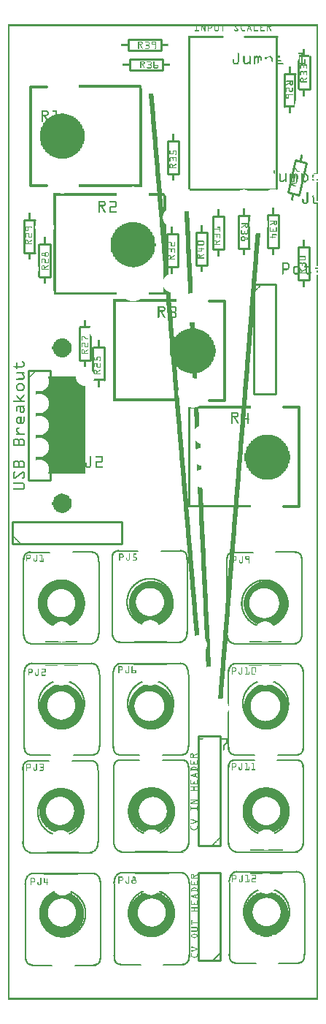
<source format=gto>
G04 MADE WITH FRITZING*
G04 WWW.FRITZING.ORG*
G04 DOUBLE SIDED*
G04 HOLES PLATED*
G04 CONTOUR ON CENTER OF CONTOUR VECTOR*
%ASAXBY*%
%FSLAX23Y23*%
%MOIN*%
%OFA0B0*%
%SFA1.0B1.0*%
%ADD10C,0.010000*%
%ADD11C,0.007778*%
%ADD12C,0.007833*%
%ADD13C,0.006667*%
%ADD14C,0.005670*%
%ADD15C,0.005000*%
%ADD16C,0.012500*%
%ADD17R,0.001000X0.001000*%
%LNSILK1*%
G90*
G70*
G54D10*
X94Y2869D02*
X94Y2369D01*
D02*
X94Y2369D02*
X194Y2369D01*
D02*
X194Y2369D02*
X194Y2869D01*
D02*
X194Y2869D02*
X94Y2869D01*
G54D11*
D02*
X594Y2048D02*
X502Y2048D01*
D02*
X792Y2048D02*
X700Y2048D01*
G54D12*
D02*
X820Y1679D02*
X820Y2007D01*
G54D11*
D02*
X476Y1679D02*
X476Y2007D01*
G54D13*
D02*
X510Y1630D02*
X791Y1630D01*
G54D14*
D02*
X576Y1531D02*
X725Y1531D01*
G54D11*
D02*
X190Y2041D02*
X98Y2041D01*
D02*
X388Y2042D02*
X296Y2042D01*
G54D12*
D02*
X416Y1672D02*
X416Y2000D01*
G54D11*
D02*
X72Y1672D02*
X72Y2000D01*
D02*
X187Y1090D02*
X95Y1090D01*
D02*
X385Y1090D02*
X293Y1090D01*
G54D12*
D02*
X413Y721D02*
X413Y1048D01*
G54D11*
D02*
X69Y720D02*
X69Y1049D01*
G54D13*
D02*
X102Y671D02*
X384Y671D01*
G54D14*
D02*
X168Y573D02*
X318Y573D01*
G54D10*
D02*
X972Y180D02*
X972Y580D01*
D02*
X972Y580D02*
X872Y580D01*
D02*
X872Y580D02*
X872Y180D01*
D02*
X872Y180D02*
X972Y180D01*
G54D15*
D02*
X972Y215D02*
X937Y180D01*
G54D10*
D02*
X22Y2080D02*
X522Y2080D01*
D02*
X522Y2080D02*
X522Y2180D01*
D02*
X522Y2180D02*
X22Y2180D01*
D02*
X22Y2180D02*
X22Y2080D01*
G54D11*
D02*
X708Y1116D02*
X800Y1116D01*
D02*
X510Y1116D02*
X602Y1116D01*
G54D12*
D02*
X482Y1485D02*
X482Y1158D01*
G54D11*
D02*
X826Y1485D02*
X826Y1157D01*
G54D13*
D02*
X793Y1534D02*
X511Y1534D01*
G54D14*
D02*
X727Y1633D02*
X577Y1633D01*
G54D11*
D02*
X1119Y2041D02*
X1027Y2041D01*
D02*
X1317Y2042D02*
X1225Y2042D01*
G54D12*
D02*
X1345Y1672D02*
X1345Y2000D01*
G54D11*
D02*
X1001Y1672D02*
X1001Y2000D01*
G54D13*
D02*
X1035Y1623D02*
X1316Y1623D01*
G54D11*
D02*
X1234Y1116D02*
X1326Y1116D01*
D02*
X1036Y1116D02*
X1128Y1116D01*
D02*
X1352Y1485D02*
X1352Y1157D01*
G54D13*
D02*
X1319Y1534D02*
X1037Y1534D01*
G54D11*
D02*
X1126Y1093D02*
X1034Y1093D01*
D02*
X1324Y1093D02*
X1232Y1093D01*
G54D12*
D02*
X1352Y724D02*
X1352Y1051D01*
G54D11*
D02*
X1008Y724D02*
X1008Y1052D01*
G54D13*
D02*
X1041Y675D02*
X1323Y675D01*
G54D11*
D02*
X1238Y166D02*
X1331Y166D01*
D02*
X1041Y166D02*
X1133Y166D01*
G54D12*
D02*
X1013Y535D02*
X1013Y208D01*
G54D11*
D02*
X1357Y535D02*
X1357Y207D01*
G54D13*
D02*
X1323Y584D02*
X1042Y584D01*
G54D11*
D02*
X602Y1093D02*
X509Y1093D01*
D02*
X800Y1094D02*
X708Y1094D01*
G54D12*
D02*
X828Y724D02*
X828Y1052D01*
G54D11*
D02*
X484Y724D02*
X484Y1052D01*
G54D13*
D02*
X517Y675D02*
X799Y675D01*
G54D14*
D02*
X583Y577D02*
X733Y577D01*
G54D11*
D02*
X300Y1116D02*
X393Y1116D01*
D02*
X103Y1116D02*
X195Y1116D01*
G54D12*
D02*
X75Y1485D02*
X75Y1158D01*
G54D11*
D02*
X419Y1485D02*
X419Y1157D01*
G54D13*
D02*
X385Y1534D02*
X104Y1534D01*
G54D11*
D02*
X306Y158D02*
X399Y158D01*
D02*
X109Y158D02*
X200Y158D01*
G54D12*
D02*
X81Y527D02*
X81Y200D01*
G54D11*
D02*
X425Y527D02*
X425Y199D01*
G54D13*
D02*
X391Y576D02*
X110Y576D01*
G54D14*
D02*
X325Y675D02*
X176Y675D01*
G54D10*
D02*
X830Y4394D02*
X980Y4394D01*
D02*
X1080Y4394D02*
X1230Y4394D01*
D02*
X441Y2976D02*
X441Y2826D01*
D02*
X391Y2976D02*
X441Y2976D01*
D02*
X1264Y4075D02*
X1264Y4225D01*
D02*
X1264Y4225D02*
X1314Y4225D01*
D02*
X378Y2917D02*
X328Y2917D01*
D02*
X328Y2917D02*
X328Y3067D01*
D02*
X193Y3448D02*
X193Y3298D01*
D02*
X193Y3298D02*
X143Y3298D01*
D02*
X143Y3448D02*
X193Y3448D01*
D02*
X123Y3408D02*
X73Y3408D01*
D02*
X73Y3408D02*
X73Y3558D01*
D02*
X73Y3558D02*
X123Y3558D01*
D02*
X1378Y3433D02*
X1378Y3283D01*
D02*
X1378Y3283D02*
X1328Y3283D01*
D02*
X1328Y3283D02*
X1328Y3433D01*
D02*
X1328Y3433D02*
X1378Y3433D01*
D02*
X987Y3573D02*
X987Y3423D01*
D02*
X987Y3423D02*
X937Y3423D01*
D02*
X937Y3423D02*
X937Y3573D01*
D02*
X937Y3573D02*
X987Y3573D01*
D02*
X776Y3494D02*
X776Y3344D01*
D02*
X776Y3344D02*
X726Y3344D01*
D02*
X726Y3344D02*
X726Y3494D01*
D02*
X726Y3494D02*
X776Y3494D01*
D02*
X1379Y4304D02*
X1379Y4154D01*
D02*
X1379Y4154D02*
X1329Y4154D01*
D02*
X1188Y3579D02*
X1238Y3579D01*
D02*
X1238Y3579D02*
X1238Y3429D01*
D02*
X1238Y3429D02*
X1188Y3429D01*
D02*
X781Y3918D02*
X781Y3768D01*
D02*
X781Y3768D02*
X731Y3768D01*
D02*
X731Y3768D02*
X731Y3918D01*
D02*
X731Y3918D02*
X781Y3918D01*
D02*
X558Y4290D02*
X708Y4290D01*
D02*
X708Y4290D02*
X708Y4240D01*
D02*
X708Y4240D02*
X558Y4240D01*
D02*
X558Y4240D02*
X558Y4290D01*
D02*
X1363Y3818D02*
X1330Y3671D01*
D02*
X1330Y3671D02*
X1281Y3682D01*
D02*
X1281Y3682D02*
X1314Y3829D01*
D02*
X1314Y3829D02*
X1363Y3818D01*
D02*
X1104Y3428D02*
X1054Y3428D01*
D02*
X1054Y3428D02*
X1054Y3578D01*
D02*
X1054Y3578D02*
X1104Y3578D01*
D02*
X550Y4380D02*
X700Y4380D01*
D02*
X700Y4380D02*
X700Y4330D01*
D02*
X700Y4330D02*
X550Y4330D01*
D02*
X550Y4330D02*
X550Y4380D01*
D02*
X861Y3350D02*
X861Y3500D01*
D02*
X861Y3500D02*
X911Y3500D01*
D02*
X911Y3500D02*
X911Y3350D01*
D02*
X911Y3350D02*
X861Y3350D01*
D02*
X972Y705D02*
X972Y1205D01*
D02*
X972Y1205D02*
X872Y1205D01*
D02*
X872Y1205D02*
X872Y705D01*
D02*
X872Y705D02*
X972Y705D01*
G54D11*
D02*
X712Y161D02*
X804Y161D01*
D02*
X514Y160D02*
X606Y160D01*
G54D12*
D02*
X486Y530D02*
X486Y202D01*
G54D11*
D02*
X830Y530D02*
X830Y202D01*
G54D13*
D02*
X796Y579D02*
X515Y579D01*
G54D14*
D02*
X730Y677D02*
X581Y677D01*
G54D10*
D02*
X1125Y3262D02*
X1125Y2762D01*
D02*
X1125Y2762D02*
X1225Y2762D01*
D02*
X1225Y2762D02*
X1225Y3262D01*
D02*
X1225Y3262D02*
X1125Y3262D01*
G36*
X239Y4044D02*
X239Y4040D01*
X222Y4040D01*
X222Y4037D01*
X212Y4037D01*
X212Y4034D01*
X202Y4034D01*
X202Y4030D01*
X196Y4030D01*
X196Y4027D01*
X192Y4027D01*
X192Y4024D01*
X186Y4024D01*
X186Y4020D01*
X182Y4020D01*
X182Y4017D01*
X179Y4017D01*
X179Y4014D01*
X176Y4014D01*
X176Y4010D01*
X172Y4010D01*
X172Y4007D01*
X169Y4007D01*
X169Y4004D01*
X166Y4004D01*
X166Y4000D01*
X162Y4000D01*
X162Y3994D01*
X159Y3994D01*
X159Y3987D01*
X156Y3987D01*
X156Y3980D01*
X152Y3980D01*
X152Y3974D01*
X149Y3974D01*
X149Y3964D01*
X146Y3964D01*
X146Y3917D01*
X149Y3917D01*
X149Y3904D01*
X152Y3904D01*
X152Y3897D01*
X156Y3897D01*
X156Y3890D01*
X159Y3890D01*
X159Y3884D01*
X162Y3884D01*
X162Y3880D01*
X166Y3880D01*
X166Y3877D01*
X169Y3877D01*
X169Y3870D01*
X172Y3870D01*
X172Y3867D01*
X176Y3867D01*
X176Y3864D01*
X179Y3864D01*
X179Y3860D01*
X186Y3860D01*
X186Y3857D01*
X189Y3857D01*
X189Y3854D01*
X192Y3854D01*
X192Y3850D01*
X199Y3850D01*
X199Y3847D01*
X206Y3847D01*
X206Y3844D01*
X216Y3844D01*
X216Y3840D01*
X226Y3840D01*
X226Y3837D01*
X269Y3837D01*
X269Y3840D01*
X279Y3840D01*
X279Y3844D01*
X289Y3844D01*
X289Y3847D01*
X296Y3847D01*
X296Y3850D01*
X302Y3850D01*
X302Y3854D01*
X306Y3854D01*
X306Y3857D01*
X309Y3857D01*
X309Y3860D01*
X316Y3860D01*
X316Y3864D01*
X319Y3864D01*
X319Y3867D01*
X322Y3867D01*
X322Y3870D01*
X326Y3870D01*
X326Y3874D01*
X329Y3874D01*
X329Y3880D01*
X332Y3880D01*
X332Y3884D01*
X336Y3884D01*
X336Y3890D01*
X339Y3890D01*
X339Y3897D01*
X342Y3897D01*
X342Y3904D01*
X346Y3904D01*
X346Y3917D01*
X349Y3917D01*
X349Y3964D01*
X346Y3964D01*
X346Y3974D01*
X342Y3974D01*
X342Y3980D01*
X339Y3980D01*
X339Y3987D01*
X336Y3987D01*
X336Y3994D01*
X332Y3994D01*
X332Y4000D01*
X329Y4000D01*
X329Y4004D01*
X326Y4004D01*
X326Y4007D01*
X322Y4007D01*
X322Y4010D01*
X319Y4010D01*
X319Y4014D01*
X316Y4014D01*
X316Y4017D01*
X312Y4017D01*
X312Y4020D01*
X309Y4020D01*
X309Y4024D01*
X302Y4024D01*
X302Y4027D01*
X299Y4027D01*
X299Y4030D01*
X292Y4030D01*
X292Y4034D01*
X282Y4034D01*
X282Y4037D01*
X272Y4037D01*
X272Y4040D01*
X256Y4040D01*
X256Y4044D01*
X239Y4044D01*
G37*
D02*
G36*
X549Y3547D02*
X549Y3544D01*
X539Y3544D01*
X539Y3540D01*
X529Y3540D01*
X529Y3537D01*
X522Y3537D01*
X522Y3534D01*
X519Y3534D01*
X519Y3530D01*
X512Y3530D01*
X512Y3527D01*
X509Y3527D01*
X509Y3524D01*
X502Y3524D01*
X502Y3520D01*
X499Y3520D01*
X499Y3517D01*
X496Y3517D01*
X496Y3514D01*
X492Y3514D01*
X492Y3507D01*
X489Y3507D01*
X489Y3504D01*
X486Y3504D01*
X486Y3497D01*
X482Y3497D01*
X482Y3494D01*
X479Y3494D01*
X479Y3487D01*
X476Y3487D01*
X476Y3477D01*
X472Y3477D01*
X472Y3467D01*
X469Y3467D01*
X469Y3424D01*
X472Y3424D01*
X472Y3410D01*
X476Y3410D01*
X476Y3404D01*
X479Y3404D01*
X479Y3397D01*
X482Y3397D01*
X482Y3390D01*
X486Y3390D01*
X486Y3387D01*
X489Y3387D01*
X489Y3380D01*
X492Y3380D01*
X492Y3377D01*
X496Y3377D01*
X496Y3374D01*
X499Y3374D01*
X499Y3370D01*
X502Y3370D01*
X502Y3367D01*
X506Y3367D01*
X506Y3364D01*
X512Y3364D01*
X512Y3360D01*
X516Y3360D01*
X516Y3357D01*
X522Y3357D01*
X522Y3354D01*
X529Y3354D01*
X529Y3350D01*
X536Y3350D01*
X536Y3347D01*
X546Y3347D01*
X546Y3344D01*
X566Y3344D01*
X566Y3340D01*
X579Y3340D01*
X579Y3344D01*
X596Y3344D01*
X596Y3347D01*
X606Y3347D01*
X606Y3350D01*
X616Y3350D01*
X616Y3354D01*
X622Y3354D01*
X622Y3357D01*
X626Y3357D01*
X626Y3360D01*
X632Y3360D01*
X632Y3364D01*
X636Y3364D01*
X636Y3367D01*
X639Y3367D01*
X639Y3370D01*
X642Y3370D01*
X642Y3374D01*
X646Y3374D01*
X646Y3377D01*
X649Y3377D01*
X649Y3380D01*
X652Y3380D01*
X652Y3384D01*
X656Y3384D01*
X656Y3390D01*
X659Y3390D01*
X659Y3394D01*
X662Y3394D01*
X662Y3400D01*
X666Y3400D01*
X666Y3410D01*
X669Y3410D01*
X669Y3420D01*
X672Y3420D01*
X672Y3437D01*
X676Y3437D01*
X676Y3450D01*
X672Y3450D01*
X672Y3470D01*
X669Y3470D01*
X669Y3480D01*
X666Y3480D01*
X666Y3487D01*
X662Y3487D01*
X662Y3494D01*
X659Y3494D01*
X659Y3500D01*
X656Y3500D01*
X656Y3504D01*
X652Y3504D01*
X652Y3510D01*
X649Y3510D01*
X649Y3514D01*
X646Y3514D01*
X646Y3517D01*
X642Y3517D01*
X642Y3520D01*
X639Y3520D01*
X639Y3524D01*
X636Y3524D01*
X636Y3527D01*
X629Y3527D01*
X629Y3530D01*
X626Y3530D01*
X626Y3534D01*
X619Y3534D01*
X619Y3537D01*
X612Y3537D01*
X612Y3540D01*
X606Y3540D01*
X606Y3544D01*
X592Y3544D01*
X592Y3547D01*
X549Y3547D01*
G37*
D02*
G36*
X832Y3064D02*
X832Y3060D01*
X816Y3060D01*
X816Y3057D01*
X806Y3057D01*
X806Y3054D01*
X799Y3054D01*
X799Y3050D01*
X792Y3050D01*
X792Y3047D01*
X789Y3047D01*
X789Y3044D01*
X782Y3044D01*
X782Y3040D01*
X779Y3040D01*
X779Y3037D01*
X776Y3037D01*
X776Y3034D01*
X772Y3034D01*
X772Y3030D01*
X769Y3030D01*
X769Y3027D01*
X766Y3027D01*
X766Y3024D01*
X762Y3024D01*
X762Y3017D01*
X759Y3017D01*
X759Y3014D01*
X756Y3014D01*
X756Y3007D01*
X752Y3007D01*
X752Y3000D01*
X749Y3000D01*
X749Y2994D01*
X746Y2994D01*
X746Y2980D01*
X742Y2980D01*
X742Y2940D01*
X746Y2940D01*
X746Y2927D01*
X749Y2927D01*
X749Y2920D01*
X752Y2920D01*
X752Y2914D01*
X756Y2914D01*
X756Y2907D01*
X759Y2907D01*
X759Y2900D01*
X762Y2900D01*
X762Y2897D01*
X766Y2897D01*
X766Y2894D01*
X769Y2894D01*
X769Y2890D01*
X772Y2890D01*
X772Y2887D01*
X776Y2887D01*
X776Y2884D01*
X779Y2884D01*
X779Y2880D01*
X782Y2880D01*
X782Y2877D01*
X786Y2877D01*
X786Y2874D01*
X792Y2874D01*
X792Y2870D01*
X799Y2870D01*
X799Y2867D01*
X806Y2867D01*
X806Y2864D01*
X816Y2864D01*
X816Y2860D01*
X829Y2860D01*
X829Y2857D01*
X862Y2857D01*
X862Y2860D01*
X876Y2860D01*
X876Y2864D01*
X886Y2864D01*
X886Y2867D01*
X892Y2867D01*
X892Y2870D01*
X896Y2870D01*
X896Y2874D01*
X902Y2874D01*
X902Y2877D01*
X906Y2877D01*
X906Y2880D01*
X912Y2880D01*
X912Y2884D01*
X916Y2884D01*
X916Y2887D01*
X919Y2887D01*
X919Y2890D01*
X922Y2890D01*
X922Y2894D01*
X926Y2894D01*
X926Y2900D01*
X929Y2900D01*
X929Y2904D01*
X932Y2904D01*
X932Y2910D01*
X936Y2910D01*
X936Y2917D01*
X939Y2917D01*
X939Y2924D01*
X942Y2924D01*
X942Y2934D01*
X946Y2934D01*
X946Y2950D01*
X949Y2950D01*
X949Y2970D01*
X946Y2970D01*
X946Y2987D01*
X942Y2987D01*
X942Y2997D01*
X939Y2997D01*
X939Y3004D01*
X936Y3004D01*
X936Y3010D01*
X932Y3010D01*
X932Y3017D01*
X929Y3017D01*
X929Y3020D01*
X926Y3020D01*
X926Y3024D01*
X922Y3024D01*
X922Y3030D01*
X919Y3030D01*
X919Y3034D01*
X916Y3034D01*
X916Y3037D01*
X909Y3037D01*
X909Y3040D01*
X906Y3040D01*
X906Y3044D01*
X902Y3044D01*
X902Y3047D01*
X896Y3047D01*
X896Y3050D01*
X889Y3050D01*
X889Y3054D01*
X882Y3054D01*
X882Y3057D01*
X872Y3057D01*
X872Y3060D01*
X859Y3060D01*
X859Y3064D01*
X832Y3064D01*
G37*
D02*
G36*
X236Y3017D02*
X236Y3014D01*
X226Y3014D01*
X226Y3010D01*
X222Y3010D01*
X222Y3007D01*
X219Y3007D01*
X219Y3004D01*
X216Y3004D01*
X216Y3000D01*
X212Y3000D01*
X212Y2997D01*
X209Y2997D01*
X209Y2990D01*
X206Y2990D01*
X206Y2980D01*
X202Y2980D01*
X202Y2967D01*
X206Y2967D01*
X206Y2957D01*
X209Y2957D01*
X209Y2950D01*
X212Y2950D01*
X212Y2947D01*
X216Y2947D01*
X216Y2944D01*
X219Y2944D01*
X219Y2940D01*
X222Y2940D01*
X222Y2937D01*
X226Y2937D01*
X226Y2934D01*
X236Y2934D01*
X236Y2930D01*
X259Y2930D01*
X259Y2934D01*
X269Y2934D01*
X269Y2937D01*
X272Y2937D01*
X272Y2940D01*
X276Y2940D01*
X276Y2944D01*
X279Y2944D01*
X279Y2947D01*
X282Y2947D01*
X282Y2950D01*
X286Y2950D01*
X286Y2957D01*
X289Y2957D01*
X289Y2967D01*
X292Y2967D01*
X292Y2980D01*
X289Y2980D01*
X289Y2990D01*
X286Y2990D01*
X286Y2997D01*
X282Y2997D01*
X282Y3000D01*
X279Y3000D01*
X279Y3004D01*
X276Y3004D01*
X276Y3007D01*
X272Y3007D01*
X272Y3010D01*
X269Y3010D01*
X269Y3014D01*
X259Y3014D01*
X259Y3017D01*
X236Y3017D01*
G37*
D02*
G36*
X1162Y2577D02*
X1162Y2574D01*
X1152Y2574D01*
X1152Y2570D01*
X1142Y2570D01*
X1142Y2567D01*
X1136Y2567D01*
X1136Y2564D01*
X1132Y2564D01*
X1132Y2560D01*
X1126Y2560D01*
X1126Y2557D01*
X1122Y2557D01*
X1122Y2554D01*
X1119Y2554D01*
X1119Y2550D01*
X1112Y2550D01*
X1112Y2547D01*
X1109Y2547D01*
X1109Y2540D01*
X1106Y2540D01*
X1106Y2537D01*
X1102Y2537D01*
X1102Y2534D01*
X1099Y2534D01*
X1099Y2527D01*
X1096Y2527D01*
X1096Y2524D01*
X1092Y2524D01*
X1092Y2514D01*
X1089Y2514D01*
X1089Y2507D01*
X1086Y2507D01*
X1086Y2494D01*
X1082Y2494D01*
X1082Y2457D01*
X1086Y2457D01*
X1086Y2444D01*
X1089Y2444D01*
X1089Y2437D01*
X1092Y2437D01*
X1092Y2427D01*
X1096Y2427D01*
X1096Y2424D01*
X1099Y2424D01*
X1099Y2417D01*
X1102Y2417D01*
X1102Y2414D01*
X1106Y2414D01*
X1106Y2410D01*
X1109Y2410D01*
X1109Y2404D01*
X1112Y2404D01*
X1112Y2400D01*
X1116Y2400D01*
X1116Y2397D01*
X1122Y2397D01*
X1122Y2394D01*
X1126Y2394D01*
X1126Y2390D01*
X1129Y2390D01*
X1129Y2387D01*
X1136Y2387D01*
X1136Y2384D01*
X1142Y2384D01*
X1142Y2380D01*
X1149Y2380D01*
X1149Y2377D01*
X1162Y2377D01*
X1162Y2374D01*
X1209Y2374D01*
X1209Y2377D01*
X1219Y2377D01*
X1219Y2380D01*
X1229Y2380D01*
X1229Y2384D01*
X1236Y2384D01*
X1236Y2387D01*
X1239Y2387D01*
X1239Y2390D01*
X1246Y2390D01*
X1246Y2394D01*
X1249Y2394D01*
X1249Y2397D01*
X1252Y2397D01*
X1252Y2400D01*
X1256Y2400D01*
X1256Y2404D01*
X1259Y2404D01*
X1259Y2407D01*
X1262Y2407D01*
X1262Y2410D01*
X1266Y2410D01*
X1266Y2414D01*
X1269Y2414D01*
X1269Y2420D01*
X1272Y2420D01*
X1272Y2424D01*
X1276Y2424D01*
X1276Y2430D01*
X1279Y2430D01*
X1279Y2437D01*
X1282Y2437D01*
X1282Y2447D01*
X1286Y2447D01*
X1286Y2464D01*
X1289Y2464D01*
X1289Y2487D01*
X1286Y2487D01*
X1286Y2504D01*
X1282Y2504D01*
X1282Y2514D01*
X1279Y2514D01*
X1279Y2520D01*
X1276Y2520D01*
X1276Y2527D01*
X1272Y2527D01*
X1272Y2530D01*
X1269Y2530D01*
X1269Y2537D01*
X1266Y2537D01*
X1266Y2540D01*
X1262Y2540D01*
X1262Y2544D01*
X1259Y2544D01*
X1259Y2547D01*
X1256Y2547D01*
X1256Y2550D01*
X1252Y2550D01*
X1252Y2554D01*
X1249Y2554D01*
X1249Y2557D01*
X1246Y2557D01*
X1246Y2560D01*
X1239Y2560D01*
X1239Y2564D01*
X1236Y2564D01*
X1236Y2567D01*
X1229Y2567D01*
X1229Y2570D01*
X1219Y2570D01*
X1219Y2574D01*
X1209Y2574D01*
X1209Y2577D01*
X1162Y2577D01*
G37*
D02*
G36*
X242Y2310D02*
X242Y2307D01*
X232Y2307D01*
X232Y2304D01*
X226Y2304D01*
X226Y2300D01*
X219Y2300D01*
X219Y2297D01*
X216Y2297D01*
X216Y2294D01*
X212Y2294D01*
X212Y2287D01*
X209Y2287D01*
X209Y2280D01*
X206Y2280D01*
X206Y2270D01*
X202Y2270D01*
X202Y2257D01*
X206Y2257D01*
X206Y2247D01*
X209Y2247D01*
X209Y2240D01*
X212Y2240D01*
X212Y2237D01*
X216Y2237D01*
X216Y2234D01*
X219Y2234D01*
X219Y2230D01*
X222Y2230D01*
X222Y2227D01*
X229Y2227D01*
X229Y2224D01*
X239Y2224D01*
X239Y2220D01*
X256Y2220D01*
X256Y2224D01*
X266Y2224D01*
X266Y2227D01*
X272Y2227D01*
X272Y2230D01*
X276Y2230D01*
X276Y2234D01*
X279Y2234D01*
X279Y2237D01*
X282Y2237D01*
X282Y2240D01*
X286Y2240D01*
X286Y2247D01*
X289Y2247D01*
X289Y2257D01*
X292Y2257D01*
X292Y2270D01*
X289Y2270D01*
X289Y2284D01*
X286Y2284D01*
X286Y2287D01*
X282Y2287D01*
X282Y2294D01*
X279Y2294D01*
X279Y2297D01*
X276Y2297D01*
X276Y2300D01*
X269Y2300D01*
X269Y2304D01*
X262Y2304D01*
X262Y2307D01*
X252Y2307D01*
X252Y2310D01*
X242Y2310D01*
G37*
D02*
G54D16*
X919Y3188D02*
X991Y3188D01*
X991Y2735D01*
X919Y2735D01*
D02*
X1260Y2703D02*
X1332Y2703D01*
X1332Y2251D01*
X1260Y2251D01*
D02*
X176Y3712D02*
X104Y3712D01*
X104Y4165D01*
X176Y4165D01*
D02*
G54D17*
X0Y4449D02*
X1418Y4449D01*
X0Y4448D02*
X1418Y4448D01*
X0Y4447D02*
X1418Y4447D01*
X0Y4446D02*
X1418Y4446D01*
X0Y4445D02*
X1418Y4445D01*
X0Y4444D02*
X1418Y4444D01*
X0Y4443D02*
X1418Y4443D01*
X0Y4442D02*
X1418Y4442D01*
X0Y4441D02*
X7Y4441D01*
X861Y4441D02*
X864Y4441D01*
X883Y4441D02*
X886Y4441D01*
X888Y4441D02*
X892Y4441D01*
X899Y4441D02*
X903Y4441D01*
X913Y4441D02*
X916Y4441D01*
X930Y4441D02*
X933Y4441D01*
X943Y4441D02*
X946Y4441D01*
X960Y4441D02*
X963Y4441D01*
X982Y4441D02*
X985Y4441D01*
X1036Y4441D02*
X1041Y4441D01*
X1066Y4441D02*
X1069Y4441D01*
X1100Y4441D02*
X1108Y4441D01*
X1124Y4441D02*
X1127Y4441D01*
X1154Y4441D02*
X1157Y4441D01*
X1184Y4441D02*
X1187Y4441D01*
X1200Y4441D02*
X1204Y4441D01*
X1411Y4441D02*
X1418Y4441D01*
X0Y4440D02*
X7Y4440D01*
X861Y4440D02*
X864Y4440D01*
X883Y4440D02*
X886Y4440D01*
X889Y4440D02*
X892Y4440D01*
X899Y4440D02*
X903Y4440D01*
X913Y4440D02*
X916Y4440D01*
X930Y4440D02*
X933Y4440D01*
X943Y4440D02*
X946Y4440D01*
X960Y4440D02*
X963Y4440D01*
X982Y4440D02*
X985Y4440D01*
X1037Y4440D02*
X1041Y4440D01*
X1065Y4440D02*
X1069Y4440D01*
X1099Y4440D02*
X1108Y4440D01*
X1124Y4440D02*
X1127Y4440D01*
X1154Y4440D02*
X1157Y4440D01*
X1184Y4440D02*
X1203Y4440D01*
X1411Y4440D02*
X1418Y4440D01*
X0Y4439D02*
X7Y4439D01*
X861Y4439D02*
X864Y4439D01*
X883Y4439D02*
X886Y4439D01*
X889Y4439D02*
X893Y4439D01*
X899Y4439D02*
X903Y4439D01*
X913Y4439D02*
X916Y4439D01*
X930Y4439D02*
X933Y4439D01*
X943Y4439D02*
X946Y4439D01*
X960Y4439D02*
X963Y4439D01*
X982Y4439D02*
X985Y4439D01*
X1038Y4439D02*
X1042Y4439D01*
X1065Y4439D02*
X1068Y4439D01*
X1099Y4439D02*
X1102Y4439D01*
X1105Y4439D02*
X1108Y4439D01*
X1124Y4439D02*
X1127Y4439D01*
X1154Y4439D02*
X1157Y4439D01*
X1184Y4439D02*
X1203Y4439D01*
X1411Y4439D02*
X1418Y4439D01*
X0Y4438D02*
X7Y4438D01*
X861Y4438D02*
X864Y4438D01*
X883Y4438D02*
X886Y4438D01*
X889Y4438D02*
X893Y4438D01*
X899Y4438D02*
X903Y4438D01*
X913Y4438D02*
X916Y4438D01*
X930Y4438D02*
X933Y4438D01*
X943Y4438D02*
X946Y4438D01*
X960Y4438D02*
X963Y4438D01*
X982Y4438D02*
X985Y4438D01*
X1039Y4438D02*
X1043Y4438D01*
X1064Y4438D02*
X1068Y4438D01*
X1099Y4438D02*
X1102Y4438D01*
X1105Y4438D02*
X1108Y4438D01*
X1124Y4438D02*
X1127Y4438D01*
X1154Y4438D02*
X1157Y4438D01*
X1184Y4438D02*
X1202Y4438D01*
X1411Y4438D02*
X1418Y4438D01*
X0Y4437D02*
X7Y4437D01*
X861Y4437D02*
X864Y4437D01*
X883Y4437D02*
X886Y4437D01*
X890Y4437D02*
X894Y4437D01*
X899Y4437D02*
X903Y4437D01*
X913Y4437D02*
X916Y4437D01*
X930Y4437D02*
X933Y4437D01*
X943Y4437D02*
X946Y4437D01*
X960Y4437D02*
X963Y4437D01*
X982Y4437D02*
X985Y4437D01*
X1039Y4437D02*
X1044Y4437D01*
X1064Y4437D02*
X1067Y4437D01*
X1098Y4437D02*
X1102Y4437D01*
X1105Y4437D02*
X1109Y4437D01*
X1124Y4437D02*
X1127Y4437D01*
X1154Y4437D02*
X1157Y4437D01*
X1184Y4437D02*
X1201Y4437D01*
X1411Y4437D02*
X1418Y4437D01*
X0Y4436D02*
X7Y4436D01*
X861Y4436D02*
X864Y4436D01*
X883Y4436D02*
X886Y4436D01*
X890Y4436D02*
X894Y4436D01*
X899Y4436D02*
X903Y4436D01*
X913Y4436D02*
X916Y4436D01*
X929Y4436D02*
X933Y4436D01*
X943Y4436D02*
X946Y4436D01*
X960Y4436D02*
X963Y4436D01*
X982Y4436D02*
X985Y4436D01*
X1040Y4436D02*
X1044Y4436D01*
X1064Y4436D02*
X1067Y4436D01*
X1098Y4436D02*
X1102Y4436D01*
X1106Y4436D02*
X1109Y4436D01*
X1124Y4436D02*
X1127Y4436D01*
X1154Y4436D02*
X1165Y4436D01*
X1184Y4436D02*
X1197Y4436D01*
X1411Y4436D02*
X1418Y4436D01*
X0Y4435D02*
X7Y4435D01*
X861Y4435D02*
X864Y4435D01*
X883Y4435D02*
X886Y4435D01*
X891Y4435D02*
X894Y4435D01*
X899Y4435D02*
X903Y4435D01*
X913Y4435D02*
X917Y4435D01*
X928Y4435D02*
X932Y4435D01*
X943Y4435D02*
X946Y4435D01*
X960Y4435D02*
X963Y4435D01*
X982Y4435D02*
X985Y4435D01*
X1041Y4435D02*
X1045Y4435D01*
X1064Y4435D02*
X1067Y4435D01*
X1098Y4435D02*
X1101Y4435D01*
X1106Y4435D02*
X1109Y4435D01*
X1124Y4435D02*
X1127Y4435D01*
X1154Y4435D02*
X1165Y4435D01*
X1184Y4435D02*
X1187Y4435D01*
X1192Y4435D02*
X1196Y4435D01*
X1411Y4435D02*
X1418Y4435D01*
X0Y4434D02*
X7Y4434D01*
X861Y4434D02*
X864Y4434D01*
X883Y4434D02*
X886Y4434D01*
X891Y4434D02*
X895Y4434D01*
X899Y4434D02*
X903Y4434D01*
X913Y4434D02*
X932Y4434D01*
X943Y4434D02*
X946Y4434D01*
X960Y4434D02*
X963Y4434D01*
X982Y4434D02*
X985Y4434D01*
X1042Y4434D02*
X1046Y4434D01*
X1064Y4434D02*
X1067Y4434D01*
X1098Y4434D02*
X1101Y4434D01*
X1106Y4434D02*
X1110Y4434D01*
X1124Y4434D02*
X1127Y4434D01*
X1154Y4434D02*
X1165Y4434D01*
X1184Y4434D02*
X1187Y4434D01*
X1192Y4434D02*
X1196Y4434D01*
X1411Y4434D02*
X1418Y4434D01*
X0Y4433D02*
X7Y4433D01*
X861Y4433D02*
X864Y4433D01*
X883Y4433D02*
X886Y4433D01*
X892Y4433D02*
X895Y4433D01*
X899Y4433D02*
X903Y4433D01*
X913Y4433D02*
X931Y4433D01*
X943Y4433D02*
X946Y4433D01*
X960Y4433D02*
X963Y4433D01*
X982Y4433D02*
X985Y4433D01*
X1042Y4433D02*
X1047Y4433D01*
X1064Y4433D02*
X1067Y4433D01*
X1097Y4433D02*
X1101Y4433D01*
X1107Y4433D02*
X1110Y4433D01*
X1124Y4433D02*
X1127Y4433D01*
X1154Y4433D02*
X1165Y4433D01*
X1184Y4433D02*
X1187Y4433D01*
X1193Y4433D02*
X1197Y4433D01*
X1411Y4433D02*
X1418Y4433D01*
X0Y4432D02*
X7Y4432D01*
X861Y4432D02*
X864Y4432D01*
X883Y4432D02*
X886Y4432D01*
X892Y4432D02*
X896Y4432D01*
X899Y4432D02*
X903Y4432D01*
X913Y4432D02*
X930Y4432D01*
X943Y4432D02*
X946Y4432D01*
X960Y4432D02*
X963Y4432D01*
X982Y4432D02*
X985Y4432D01*
X1043Y4432D02*
X1048Y4432D01*
X1064Y4432D02*
X1068Y4432D01*
X1097Y4432D02*
X1100Y4432D01*
X1107Y4432D02*
X1110Y4432D01*
X1124Y4432D02*
X1127Y4432D01*
X1154Y4432D02*
X1157Y4432D01*
X1184Y4432D02*
X1187Y4432D01*
X1194Y4432D02*
X1197Y4432D01*
X1411Y4432D02*
X1418Y4432D01*
X0Y4431D02*
X7Y4431D01*
X861Y4431D02*
X864Y4431D01*
X883Y4431D02*
X886Y4431D01*
X893Y4431D02*
X896Y4431D01*
X899Y4431D02*
X903Y4431D01*
X913Y4431D02*
X928Y4431D01*
X943Y4431D02*
X946Y4431D01*
X960Y4431D02*
X963Y4431D01*
X982Y4431D02*
X985Y4431D01*
X1044Y4431D02*
X1048Y4431D01*
X1064Y4431D02*
X1068Y4431D01*
X1097Y4431D02*
X1100Y4431D01*
X1107Y4431D02*
X1110Y4431D01*
X1124Y4431D02*
X1127Y4431D01*
X1154Y4431D02*
X1157Y4431D01*
X1184Y4431D02*
X1187Y4431D01*
X1194Y4431D02*
X1198Y4431D01*
X1411Y4431D02*
X1418Y4431D01*
X0Y4430D02*
X7Y4430D01*
X861Y4430D02*
X864Y4430D01*
X883Y4430D02*
X886Y4430D01*
X893Y4430D02*
X897Y4430D01*
X899Y4430D02*
X903Y4430D01*
X913Y4430D02*
X916Y4430D01*
X943Y4430D02*
X946Y4430D01*
X960Y4430D02*
X963Y4430D01*
X982Y4430D02*
X985Y4430D01*
X1045Y4430D02*
X1049Y4430D01*
X1065Y4430D02*
X1069Y4430D01*
X1096Y4430D02*
X1100Y4430D01*
X1107Y4430D02*
X1111Y4430D01*
X1124Y4430D02*
X1127Y4430D01*
X1154Y4430D02*
X1157Y4430D01*
X1184Y4430D02*
X1187Y4430D01*
X1195Y4430D02*
X1199Y4430D01*
X1411Y4430D02*
X1418Y4430D01*
X0Y4429D02*
X7Y4429D01*
X861Y4429D02*
X864Y4429D01*
X883Y4429D02*
X886Y4429D01*
X893Y4429D02*
X897Y4429D01*
X899Y4429D02*
X903Y4429D01*
X913Y4429D02*
X916Y4429D01*
X943Y4429D02*
X946Y4429D01*
X960Y4429D02*
X963Y4429D01*
X982Y4429D02*
X985Y4429D01*
X1045Y4429D02*
X1050Y4429D01*
X1065Y4429D02*
X1069Y4429D01*
X1096Y4429D02*
X1111Y4429D01*
X1124Y4429D02*
X1127Y4429D01*
X1154Y4429D02*
X1157Y4429D01*
X1184Y4429D02*
X1187Y4429D01*
X1195Y4429D02*
X1199Y4429D01*
X1411Y4429D02*
X1418Y4429D01*
X0Y4428D02*
X7Y4428D01*
X861Y4428D02*
X864Y4428D01*
X883Y4428D02*
X886Y4428D01*
X894Y4428D02*
X897Y4428D01*
X899Y4428D02*
X903Y4428D01*
X913Y4428D02*
X916Y4428D01*
X943Y4428D02*
X946Y4428D01*
X960Y4428D02*
X963Y4428D01*
X982Y4428D02*
X985Y4428D01*
X1046Y4428D02*
X1051Y4428D01*
X1066Y4428D02*
X1070Y4428D01*
X1096Y4428D02*
X1111Y4428D01*
X1124Y4428D02*
X1127Y4428D01*
X1154Y4428D02*
X1157Y4428D01*
X1184Y4428D02*
X1187Y4428D01*
X1196Y4428D02*
X1200Y4428D01*
X1411Y4428D02*
X1418Y4428D01*
X0Y4427D02*
X7Y4427D01*
X861Y4427D02*
X864Y4427D01*
X883Y4427D02*
X886Y4427D01*
X894Y4427D02*
X903Y4427D01*
X913Y4427D02*
X916Y4427D01*
X943Y4427D02*
X946Y4427D01*
X960Y4427D02*
X963Y4427D01*
X982Y4427D02*
X985Y4427D01*
X1047Y4427D02*
X1051Y4427D01*
X1066Y4427D02*
X1070Y4427D01*
X1096Y4427D02*
X1112Y4427D01*
X1124Y4427D02*
X1127Y4427D01*
X1154Y4427D02*
X1157Y4427D01*
X1184Y4427D02*
X1187Y4427D01*
X1196Y4427D02*
X1200Y4427D01*
X1411Y4427D02*
X1418Y4427D01*
X0Y4426D02*
X7Y4426D01*
X861Y4426D02*
X864Y4426D01*
X883Y4426D02*
X886Y4426D01*
X895Y4426D02*
X903Y4426D01*
X913Y4426D02*
X916Y4426D01*
X943Y4426D02*
X946Y4426D01*
X960Y4426D02*
X963Y4426D01*
X982Y4426D02*
X985Y4426D01*
X1035Y4426D02*
X1035Y4426D01*
X1048Y4426D02*
X1052Y4426D01*
X1067Y4426D02*
X1071Y4426D01*
X1095Y4426D02*
X1112Y4426D01*
X1124Y4426D02*
X1127Y4426D01*
X1154Y4426D02*
X1157Y4426D01*
X1184Y4426D02*
X1187Y4426D01*
X1197Y4426D02*
X1201Y4426D01*
X1411Y4426D02*
X1418Y4426D01*
X0Y4425D02*
X7Y4425D01*
X861Y4425D02*
X864Y4425D01*
X883Y4425D02*
X886Y4425D01*
X895Y4425D02*
X903Y4425D01*
X913Y4425D02*
X916Y4425D01*
X943Y4425D02*
X946Y4425D01*
X960Y4425D02*
X963Y4425D01*
X982Y4425D02*
X985Y4425D01*
X1034Y4425D02*
X1036Y4425D01*
X1049Y4425D02*
X1053Y4425D01*
X1067Y4425D02*
X1071Y4425D01*
X1095Y4425D02*
X1098Y4425D01*
X1109Y4425D02*
X1112Y4425D01*
X1124Y4425D02*
X1127Y4425D01*
X1154Y4425D02*
X1157Y4425D01*
X1184Y4425D02*
X1187Y4425D01*
X1198Y4425D02*
X1202Y4425D01*
X1411Y4425D02*
X1418Y4425D01*
X0Y4424D02*
X7Y4424D01*
X861Y4424D02*
X864Y4424D01*
X883Y4424D02*
X886Y4424D01*
X896Y4424D02*
X903Y4424D01*
X913Y4424D02*
X916Y4424D01*
X943Y4424D02*
X947Y4424D01*
X960Y4424D02*
X963Y4424D01*
X982Y4424D02*
X985Y4424D01*
X1034Y4424D02*
X1037Y4424D01*
X1049Y4424D02*
X1053Y4424D01*
X1068Y4424D02*
X1072Y4424D01*
X1095Y4424D02*
X1098Y4424D01*
X1109Y4424D02*
X1113Y4424D01*
X1124Y4424D02*
X1127Y4424D01*
X1154Y4424D02*
X1157Y4424D01*
X1184Y4424D02*
X1187Y4424D01*
X1198Y4424D02*
X1202Y4424D01*
X1411Y4424D02*
X1418Y4424D01*
X0Y4423D02*
X7Y4423D01*
X861Y4423D02*
X864Y4423D01*
X883Y4423D02*
X886Y4423D01*
X896Y4423D02*
X903Y4423D01*
X913Y4423D02*
X916Y4423D01*
X943Y4423D02*
X947Y4423D01*
X959Y4423D02*
X963Y4423D01*
X982Y4423D02*
X985Y4423D01*
X1034Y4423D02*
X1037Y4423D01*
X1050Y4423D02*
X1053Y4423D01*
X1068Y4423D02*
X1072Y4423D01*
X1094Y4423D02*
X1098Y4423D01*
X1109Y4423D02*
X1113Y4423D01*
X1124Y4423D02*
X1127Y4423D01*
X1154Y4423D02*
X1157Y4423D01*
X1184Y4423D02*
X1187Y4423D01*
X1199Y4423D02*
X1203Y4423D01*
X1411Y4423D02*
X1418Y4423D01*
X0Y4422D02*
X7Y4422D01*
X854Y4422D02*
X872Y4422D01*
X883Y4422D02*
X886Y4422D01*
X897Y4422D02*
X903Y4422D01*
X913Y4422D02*
X916Y4422D01*
X944Y4422D02*
X962Y4422D01*
X982Y4422D02*
X985Y4422D01*
X1034Y4422D02*
X1053Y4422D01*
X1069Y4422D02*
X1083Y4422D01*
X1094Y4422D02*
X1097Y4422D01*
X1110Y4422D02*
X1113Y4422D01*
X1124Y4422D02*
X1143Y4422D01*
X1154Y4422D02*
X1173Y4422D01*
X1184Y4422D02*
X1187Y4422D01*
X1199Y4422D02*
X1203Y4422D01*
X1411Y4422D02*
X1418Y4422D01*
X0Y4421D02*
X7Y4421D01*
X853Y4421D02*
X872Y4421D01*
X883Y4421D02*
X886Y4421D01*
X897Y4421D02*
X903Y4421D01*
X913Y4421D02*
X916Y4421D01*
X944Y4421D02*
X962Y4421D01*
X982Y4421D02*
X985Y4421D01*
X1035Y4421D02*
X1053Y4421D01*
X1069Y4421D02*
X1083Y4421D01*
X1094Y4421D02*
X1097Y4421D01*
X1110Y4421D02*
X1113Y4421D01*
X1124Y4421D02*
X1144Y4421D01*
X1154Y4421D02*
X1174Y4421D01*
X1184Y4421D02*
X1187Y4421D01*
X1200Y4421D02*
X1204Y4421D01*
X1411Y4421D02*
X1418Y4421D01*
X0Y4420D02*
X7Y4420D01*
X853Y4420D02*
X872Y4420D01*
X883Y4420D02*
X886Y4420D01*
X897Y4420D02*
X903Y4420D01*
X913Y4420D02*
X916Y4420D01*
X945Y4420D02*
X961Y4420D01*
X982Y4420D02*
X985Y4420D01*
X1035Y4420D02*
X1052Y4420D01*
X1070Y4420D02*
X1083Y4420D01*
X1094Y4420D02*
X1097Y4420D01*
X1110Y4420D02*
X1113Y4420D01*
X1124Y4420D02*
X1144Y4420D01*
X1154Y4420D02*
X1174Y4420D01*
X1184Y4420D02*
X1187Y4420D01*
X1201Y4420D02*
X1204Y4420D01*
X1411Y4420D02*
X1418Y4420D01*
X0Y4419D02*
X7Y4419D01*
X853Y4419D02*
X872Y4419D01*
X884Y4419D02*
X885Y4419D01*
X898Y4419D02*
X903Y4419D01*
X914Y4419D02*
X916Y4419D01*
X947Y4419D02*
X959Y4419D01*
X982Y4419D02*
X984Y4419D01*
X1037Y4419D02*
X1051Y4419D01*
X1072Y4419D02*
X1083Y4419D01*
X1094Y4419D02*
X1096Y4419D01*
X1111Y4419D02*
X1113Y4419D01*
X1124Y4419D02*
X1143Y4419D01*
X1154Y4419D02*
X1173Y4419D01*
X1185Y4419D02*
X1187Y4419D01*
X1201Y4419D02*
X1203Y4419D01*
X1411Y4419D02*
X1418Y4419D01*
X0Y4418D02*
X7Y4418D01*
X1411Y4418D02*
X1418Y4418D01*
X0Y4417D02*
X7Y4417D01*
X1411Y4417D02*
X1418Y4417D01*
X0Y4416D02*
X7Y4416D01*
X1411Y4416D02*
X1418Y4416D01*
X0Y4415D02*
X7Y4415D01*
X1411Y4415D02*
X1418Y4415D01*
X0Y4414D02*
X7Y4414D01*
X1411Y4414D02*
X1418Y4414D01*
X0Y4413D02*
X7Y4413D01*
X1411Y4413D02*
X1418Y4413D01*
X0Y4412D02*
X7Y4412D01*
X1411Y4412D02*
X1418Y4412D01*
X0Y4411D02*
X7Y4411D01*
X1411Y4411D02*
X1418Y4411D01*
X0Y4410D02*
X7Y4410D01*
X1411Y4410D02*
X1418Y4410D01*
X0Y4409D02*
X7Y4409D01*
X1411Y4409D02*
X1418Y4409D01*
X0Y4408D02*
X7Y4408D01*
X1411Y4408D02*
X1418Y4408D01*
X0Y4407D02*
X7Y4407D01*
X1411Y4407D02*
X1418Y4407D01*
X0Y4406D02*
X7Y4406D01*
X1411Y4406D02*
X1418Y4406D01*
X0Y4405D02*
X7Y4405D01*
X1411Y4405D02*
X1418Y4405D01*
X0Y4404D02*
X7Y4404D01*
X1411Y4404D02*
X1418Y4404D01*
X0Y4403D02*
X7Y4403D01*
X1411Y4403D02*
X1418Y4403D01*
X0Y4402D02*
X7Y4402D01*
X1411Y4402D02*
X1418Y4402D01*
X0Y4401D02*
X7Y4401D01*
X1411Y4401D02*
X1418Y4401D01*
X0Y4400D02*
X7Y4400D01*
X1411Y4400D02*
X1418Y4400D01*
X0Y4399D02*
X7Y4399D01*
X1411Y4399D02*
X1418Y4399D01*
X0Y4398D02*
X7Y4398D01*
X1411Y4398D02*
X1418Y4398D01*
X0Y4397D02*
X7Y4397D01*
X1411Y4397D02*
X1418Y4397D01*
X0Y4396D02*
X7Y4396D01*
X1411Y4396D02*
X1418Y4396D01*
X0Y4395D02*
X7Y4395D01*
X825Y4395D02*
X834Y4395D01*
X1225Y4395D02*
X1233Y4395D01*
X1411Y4395D02*
X1418Y4395D01*
X0Y4394D02*
X7Y4394D01*
X825Y4394D02*
X834Y4394D01*
X1225Y4394D02*
X1234Y4394D01*
X1411Y4394D02*
X1418Y4394D01*
X0Y4393D02*
X7Y4393D01*
X825Y4393D02*
X834Y4393D01*
X1225Y4393D02*
X1234Y4393D01*
X1411Y4393D02*
X1418Y4393D01*
X0Y4392D02*
X7Y4392D01*
X825Y4392D02*
X834Y4392D01*
X1225Y4392D02*
X1234Y4392D01*
X1411Y4392D02*
X1418Y4392D01*
X0Y4391D02*
X7Y4391D01*
X825Y4391D02*
X834Y4391D01*
X1225Y4391D02*
X1234Y4391D01*
X1411Y4391D02*
X1418Y4391D01*
X0Y4390D02*
X7Y4390D01*
X825Y4390D02*
X834Y4390D01*
X1225Y4390D02*
X1234Y4390D01*
X1411Y4390D02*
X1418Y4390D01*
X0Y4389D02*
X7Y4389D01*
X825Y4389D02*
X834Y4389D01*
X1225Y4389D02*
X1234Y4389D01*
X1411Y4389D02*
X1418Y4389D01*
X0Y4388D02*
X7Y4388D01*
X825Y4388D02*
X834Y4388D01*
X1225Y4388D02*
X1234Y4388D01*
X1411Y4388D02*
X1418Y4388D01*
X0Y4387D02*
X7Y4387D01*
X825Y4387D02*
X834Y4387D01*
X1225Y4387D02*
X1234Y4387D01*
X1411Y4387D02*
X1418Y4387D01*
X0Y4386D02*
X7Y4386D01*
X825Y4386D02*
X834Y4386D01*
X1225Y4386D02*
X1234Y4386D01*
X1411Y4386D02*
X1418Y4386D01*
X0Y4385D02*
X7Y4385D01*
X825Y4385D02*
X834Y4385D01*
X1225Y4385D02*
X1234Y4385D01*
X1411Y4385D02*
X1418Y4385D01*
X0Y4384D02*
X7Y4384D01*
X825Y4384D02*
X834Y4384D01*
X1225Y4384D02*
X1234Y4384D01*
X1411Y4384D02*
X1418Y4384D01*
X0Y4383D02*
X7Y4383D01*
X825Y4383D02*
X834Y4383D01*
X1225Y4383D02*
X1234Y4383D01*
X1411Y4383D02*
X1418Y4383D01*
X0Y4382D02*
X7Y4382D01*
X825Y4382D02*
X834Y4382D01*
X1225Y4382D02*
X1234Y4382D01*
X1411Y4382D02*
X1418Y4382D01*
X0Y4381D02*
X7Y4381D01*
X825Y4381D02*
X834Y4381D01*
X1225Y4381D02*
X1234Y4381D01*
X1411Y4381D02*
X1418Y4381D01*
X0Y4380D02*
X7Y4380D01*
X825Y4380D02*
X834Y4380D01*
X1225Y4380D02*
X1234Y4380D01*
X1411Y4380D02*
X1418Y4380D01*
X0Y4379D02*
X7Y4379D01*
X825Y4379D02*
X834Y4379D01*
X1225Y4379D02*
X1234Y4379D01*
X1411Y4379D02*
X1418Y4379D01*
X0Y4378D02*
X7Y4378D01*
X825Y4378D02*
X834Y4378D01*
X1225Y4378D02*
X1234Y4378D01*
X1411Y4378D02*
X1418Y4378D01*
X0Y4377D02*
X7Y4377D01*
X825Y4377D02*
X834Y4377D01*
X1225Y4377D02*
X1234Y4377D01*
X1411Y4377D02*
X1418Y4377D01*
X0Y4376D02*
X7Y4376D01*
X825Y4376D02*
X834Y4376D01*
X1225Y4376D02*
X1234Y4376D01*
X1411Y4376D02*
X1418Y4376D01*
X0Y4375D02*
X7Y4375D01*
X825Y4375D02*
X834Y4375D01*
X1225Y4375D02*
X1234Y4375D01*
X1411Y4375D02*
X1418Y4375D01*
X0Y4374D02*
X7Y4374D01*
X825Y4374D02*
X834Y4374D01*
X1225Y4374D02*
X1234Y4374D01*
X1411Y4374D02*
X1418Y4374D01*
X0Y4373D02*
X7Y4373D01*
X825Y4373D02*
X834Y4373D01*
X1225Y4373D02*
X1234Y4373D01*
X1411Y4373D02*
X1418Y4373D01*
X0Y4372D02*
X7Y4372D01*
X825Y4372D02*
X834Y4372D01*
X1225Y4372D02*
X1234Y4372D01*
X1411Y4372D02*
X1418Y4372D01*
X0Y4371D02*
X7Y4371D01*
X825Y4371D02*
X834Y4371D01*
X1225Y4371D02*
X1234Y4371D01*
X1411Y4371D02*
X1418Y4371D01*
X0Y4370D02*
X7Y4370D01*
X597Y4370D02*
X611Y4370D01*
X628Y4370D02*
X642Y4370D01*
X658Y4370D02*
X675Y4370D01*
X825Y4370D02*
X834Y4370D01*
X1225Y4370D02*
X1234Y4370D01*
X1411Y4370D02*
X1418Y4370D01*
X0Y4369D02*
X7Y4369D01*
X596Y4369D02*
X613Y4369D01*
X627Y4369D02*
X645Y4369D01*
X657Y4369D02*
X676Y4369D01*
X825Y4369D02*
X834Y4369D01*
X1225Y4369D02*
X1234Y4369D01*
X1411Y4369D02*
X1418Y4369D01*
X0Y4368D02*
X7Y4368D01*
X596Y4368D02*
X614Y4368D01*
X626Y4368D02*
X645Y4368D01*
X657Y4368D02*
X676Y4368D01*
X825Y4368D02*
X834Y4368D01*
X1225Y4368D02*
X1234Y4368D01*
X1411Y4368D02*
X1418Y4368D01*
X0Y4367D02*
X7Y4367D01*
X596Y4367D02*
X615Y4367D01*
X627Y4367D02*
X646Y4367D01*
X657Y4367D02*
X676Y4367D01*
X825Y4367D02*
X834Y4367D01*
X1225Y4367D02*
X1234Y4367D01*
X1411Y4367D02*
X1418Y4367D01*
X0Y4366D02*
X7Y4366D01*
X596Y4366D02*
X616Y4366D01*
X628Y4366D02*
X646Y4366D01*
X657Y4366D02*
X676Y4366D01*
X825Y4366D02*
X834Y4366D01*
X1225Y4366D02*
X1234Y4366D01*
X1411Y4366D02*
X1418Y4366D01*
X0Y4365D02*
X7Y4365D01*
X596Y4365D02*
X600Y4365D01*
X612Y4365D02*
X616Y4365D01*
X643Y4365D02*
X646Y4365D01*
X657Y4365D02*
X660Y4365D01*
X673Y4365D02*
X676Y4365D01*
X825Y4365D02*
X834Y4365D01*
X1225Y4365D02*
X1234Y4365D01*
X1411Y4365D02*
X1418Y4365D01*
X0Y4364D02*
X7Y4364D01*
X596Y4364D02*
X600Y4364D01*
X613Y4364D02*
X616Y4364D01*
X643Y4364D02*
X646Y4364D01*
X657Y4364D02*
X660Y4364D01*
X673Y4364D02*
X676Y4364D01*
X825Y4364D02*
X834Y4364D01*
X1225Y4364D02*
X1234Y4364D01*
X1411Y4364D02*
X1418Y4364D01*
X0Y4363D02*
X7Y4363D01*
X596Y4363D02*
X600Y4363D01*
X613Y4363D02*
X616Y4363D01*
X643Y4363D02*
X646Y4363D01*
X657Y4363D02*
X660Y4363D01*
X673Y4363D02*
X676Y4363D01*
X825Y4363D02*
X834Y4363D01*
X1225Y4363D02*
X1234Y4363D01*
X1411Y4363D02*
X1418Y4363D01*
X0Y4362D02*
X7Y4362D01*
X596Y4362D02*
X600Y4362D01*
X613Y4362D02*
X616Y4362D01*
X643Y4362D02*
X646Y4362D01*
X657Y4362D02*
X660Y4362D01*
X673Y4362D02*
X676Y4362D01*
X825Y4362D02*
X834Y4362D01*
X1225Y4362D02*
X1234Y4362D01*
X1411Y4362D02*
X1418Y4362D01*
X0Y4361D02*
X7Y4361D01*
X596Y4361D02*
X600Y4361D01*
X613Y4361D02*
X616Y4361D01*
X643Y4361D02*
X646Y4361D01*
X657Y4361D02*
X660Y4361D01*
X673Y4361D02*
X676Y4361D01*
X825Y4361D02*
X834Y4361D01*
X1225Y4361D02*
X1234Y4361D01*
X1411Y4361D02*
X1418Y4361D01*
X0Y4360D02*
X7Y4360D01*
X517Y4360D02*
X548Y4360D01*
X596Y4360D02*
X600Y4360D01*
X612Y4360D02*
X616Y4360D01*
X643Y4360D02*
X646Y4360D01*
X657Y4360D02*
X660Y4360D01*
X673Y4360D02*
X676Y4360D01*
X699Y4360D02*
X732Y4360D01*
X825Y4360D02*
X834Y4360D01*
X1225Y4360D02*
X1234Y4360D01*
X1411Y4360D02*
X1418Y4360D01*
X0Y4359D02*
X7Y4359D01*
X517Y4359D02*
X548Y4359D01*
X596Y4359D02*
X615Y4359D01*
X643Y4359D02*
X646Y4359D01*
X657Y4359D02*
X676Y4359D01*
X699Y4359D02*
X732Y4359D01*
X825Y4359D02*
X834Y4359D01*
X1225Y4359D02*
X1234Y4359D01*
X1411Y4359D02*
X1418Y4359D01*
X0Y4358D02*
X7Y4358D01*
X517Y4358D02*
X548Y4358D01*
X596Y4358D02*
X615Y4358D01*
X643Y4358D02*
X646Y4358D01*
X657Y4358D02*
X676Y4358D01*
X699Y4358D02*
X732Y4358D01*
X825Y4358D02*
X834Y4358D01*
X1225Y4358D02*
X1234Y4358D01*
X1411Y4358D02*
X1418Y4358D01*
X0Y4357D02*
X7Y4357D01*
X517Y4357D02*
X548Y4357D01*
X596Y4357D02*
X614Y4357D01*
X643Y4357D02*
X646Y4357D01*
X657Y4357D02*
X676Y4357D01*
X699Y4357D02*
X731Y4357D01*
X825Y4357D02*
X834Y4357D01*
X1225Y4357D02*
X1234Y4357D01*
X1411Y4357D02*
X1418Y4357D01*
X0Y4356D02*
X7Y4356D01*
X517Y4356D02*
X548Y4356D01*
X596Y4356D02*
X613Y4356D01*
X641Y4356D02*
X646Y4356D01*
X657Y4356D02*
X676Y4356D01*
X699Y4356D02*
X731Y4356D01*
X825Y4356D02*
X834Y4356D01*
X1225Y4356D02*
X1234Y4356D01*
X1411Y4356D02*
X1418Y4356D01*
X0Y4355D02*
X7Y4355D01*
X517Y4355D02*
X548Y4355D01*
X596Y4355D02*
X600Y4355D01*
X603Y4355D02*
X608Y4355D01*
X631Y4355D02*
X645Y4355D01*
X673Y4355D02*
X676Y4355D01*
X699Y4355D02*
X731Y4355D01*
X825Y4355D02*
X834Y4355D01*
X1225Y4355D02*
X1234Y4355D01*
X1411Y4355D02*
X1418Y4355D01*
X0Y4354D02*
X7Y4354D01*
X517Y4354D02*
X548Y4354D01*
X596Y4354D02*
X600Y4354D01*
X604Y4354D02*
X608Y4354D01*
X631Y4354D02*
X645Y4354D01*
X673Y4354D02*
X676Y4354D01*
X699Y4354D02*
X732Y4354D01*
X825Y4354D02*
X834Y4354D01*
X1225Y4354D02*
X1234Y4354D01*
X1411Y4354D02*
X1418Y4354D01*
X0Y4353D02*
X7Y4353D01*
X517Y4353D02*
X548Y4353D01*
X596Y4353D02*
X600Y4353D01*
X605Y4353D02*
X609Y4353D01*
X631Y4353D02*
X645Y4353D01*
X673Y4353D02*
X676Y4353D01*
X699Y4353D02*
X732Y4353D01*
X825Y4353D02*
X834Y4353D01*
X1225Y4353D02*
X1234Y4353D01*
X1411Y4353D02*
X1418Y4353D01*
X0Y4352D02*
X7Y4352D01*
X517Y4352D02*
X548Y4352D01*
X596Y4352D02*
X600Y4352D01*
X605Y4352D02*
X609Y4352D01*
X632Y4352D02*
X646Y4352D01*
X673Y4352D02*
X676Y4352D01*
X699Y4352D02*
X732Y4352D01*
X825Y4352D02*
X834Y4352D01*
X1225Y4352D02*
X1234Y4352D01*
X1411Y4352D02*
X1418Y4352D01*
X0Y4351D02*
X7Y4351D01*
X517Y4351D02*
X548Y4351D01*
X596Y4351D02*
X600Y4351D01*
X606Y4351D02*
X610Y4351D01*
X642Y4351D02*
X646Y4351D01*
X673Y4351D02*
X676Y4351D01*
X699Y4351D02*
X732Y4351D01*
X825Y4351D02*
X834Y4351D01*
X1225Y4351D02*
X1234Y4351D01*
X1411Y4351D02*
X1418Y4351D01*
X0Y4350D02*
X7Y4350D01*
X596Y4350D02*
X600Y4350D01*
X606Y4350D02*
X610Y4350D01*
X643Y4350D02*
X646Y4350D01*
X673Y4350D02*
X676Y4350D01*
X825Y4350D02*
X834Y4350D01*
X1225Y4350D02*
X1234Y4350D01*
X1411Y4350D02*
X1418Y4350D01*
X0Y4349D02*
X7Y4349D01*
X596Y4349D02*
X600Y4349D01*
X607Y4349D02*
X611Y4349D01*
X643Y4349D02*
X646Y4349D01*
X673Y4349D02*
X676Y4349D01*
X825Y4349D02*
X834Y4349D01*
X1225Y4349D02*
X1234Y4349D01*
X1411Y4349D02*
X1418Y4349D01*
X0Y4348D02*
X7Y4348D01*
X596Y4348D02*
X600Y4348D01*
X608Y4348D02*
X612Y4348D01*
X643Y4348D02*
X646Y4348D01*
X673Y4348D02*
X676Y4348D01*
X825Y4348D02*
X834Y4348D01*
X1225Y4348D02*
X1234Y4348D01*
X1411Y4348D02*
X1418Y4348D01*
X0Y4347D02*
X7Y4347D01*
X596Y4347D02*
X600Y4347D01*
X608Y4347D02*
X612Y4347D01*
X643Y4347D02*
X646Y4347D01*
X673Y4347D02*
X676Y4347D01*
X825Y4347D02*
X834Y4347D01*
X1225Y4347D02*
X1234Y4347D01*
X1411Y4347D02*
X1418Y4347D01*
X0Y4346D02*
X7Y4346D01*
X596Y4346D02*
X600Y4346D01*
X609Y4346D02*
X613Y4346D01*
X643Y4346D02*
X646Y4346D01*
X673Y4346D02*
X676Y4346D01*
X825Y4346D02*
X834Y4346D01*
X1225Y4346D02*
X1234Y4346D01*
X1411Y4346D02*
X1418Y4346D01*
X0Y4345D02*
X7Y4345D01*
X596Y4345D02*
X600Y4345D01*
X609Y4345D02*
X613Y4345D01*
X643Y4345D02*
X646Y4345D01*
X673Y4345D02*
X676Y4345D01*
X825Y4345D02*
X834Y4345D01*
X1225Y4345D02*
X1234Y4345D01*
X1411Y4345D02*
X1418Y4345D01*
X0Y4344D02*
X7Y4344D01*
X596Y4344D02*
X600Y4344D01*
X610Y4344D02*
X614Y4344D01*
X643Y4344D02*
X646Y4344D01*
X673Y4344D02*
X676Y4344D01*
X825Y4344D02*
X834Y4344D01*
X1225Y4344D02*
X1234Y4344D01*
X1411Y4344D02*
X1418Y4344D01*
X0Y4343D02*
X7Y4343D01*
X596Y4343D02*
X600Y4343D01*
X611Y4343D02*
X614Y4343D01*
X643Y4343D02*
X646Y4343D01*
X673Y4343D02*
X676Y4343D01*
X825Y4343D02*
X834Y4343D01*
X1225Y4343D02*
X1234Y4343D01*
X1411Y4343D02*
X1418Y4343D01*
X0Y4342D02*
X7Y4342D01*
X596Y4342D02*
X600Y4342D01*
X611Y4342D02*
X615Y4342D01*
X643Y4342D02*
X646Y4342D01*
X673Y4342D02*
X676Y4342D01*
X825Y4342D02*
X834Y4342D01*
X1225Y4342D02*
X1234Y4342D01*
X1411Y4342D02*
X1418Y4342D01*
X0Y4341D02*
X7Y4341D01*
X596Y4341D02*
X600Y4341D01*
X612Y4341D02*
X616Y4341D01*
X627Y4341D02*
X646Y4341D01*
X672Y4341D02*
X676Y4341D01*
X825Y4341D02*
X834Y4341D01*
X1225Y4341D02*
X1234Y4341D01*
X1411Y4341D02*
X1418Y4341D01*
X0Y4340D02*
X7Y4340D01*
X596Y4340D02*
X600Y4340D01*
X612Y4340D02*
X616Y4340D01*
X626Y4340D02*
X646Y4340D01*
X671Y4340D02*
X676Y4340D01*
X825Y4340D02*
X834Y4340D01*
X1225Y4340D02*
X1234Y4340D01*
X1411Y4340D02*
X1418Y4340D01*
X0Y4339D02*
X7Y4339D01*
X596Y4339D02*
X599Y4339D01*
X613Y4339D02*
X616Y4339D01*
X627Y4339D02*
X645Y4339D01*
X671Y4339D02*
X676Y4339D01*
X825Y4339D02*
X834Y4339D01*
X1225Y4339D02*
X1234Y4339D01*
X1411Y4339D02*
X1418Y4339D01*
X0Y4338D02*
X7Y4338D01*
X597Y4338D02*
X599Y4338D01*
X614Y4338D02*
X615Y4338D01*
X627Y4338D02*
X644Y4338D01*
X672Y4338D02*
X675Y4338D01*
X825Y4338D02*
X834Y4338D01*
X1225Y4338D02*
X1234Y4338D01*
X1411Y4338D02*
X1418Y4338D01*
X0Y4337D02*
X7Y4337D01*
X825Y4337D02*
X834Y4337D01*
X1225Y4337D02*
X1234Y4337D01*
X1411Y4337D02*
X1418Y4337D01*
X0Y4336D02*
X7Y4336D01*
X825Y4336D02*
X834Y4336D01*
X1225Y4336D02*
X1234Y4336D01*
X1348Y4336D02*
X1357Y4336D01*
X1411Y4336D02*
X1418Y4336D01*
X0Y4335D02*
X7Y4335D01*
X825Y4335D02*
X834Y4335D01*
X1225Y4335D02*
X1234Y4335D01*
X1348Y4335D02*
X1357Y4335D01*
X1411Y4335D02*
X1418Y4335D01*
X0Y4334D02*
X7Y4334D01*
X825Y4334D02*
X834Y4334D01*
X1225Y4334D02*
X1234Y4334D01*
X1348Y4334D02*
X1357Y4334D01*
X1411Y4334D02*
X1418Y4334D01*
X0Y4333D02*
X7Y4333D01*
X825Y4333D02*
X834Y4333D01*
X1225Y4333D02*
X1234Y4333D01*
X1348Y4333D02*
X1357Y4333D01*
X1411Y4333D02*
X1418Y4333D01*
X0Y4332D02*
X7Y4332D01*
X825Y4332D02*
X834Y4332D01*
X1225Y4332D02*
X1234Y4332D01*
X1348Y4332D02*
X1357Y4332D01*
X1411Y4332D02*
X1418Y4332D01*
X0Y4331D02*
X7Y4331D01*
X825Y4331D02*
X834Y4331D01*
X1225Y4331D02*
X1234Y4331D01*
X1348Y4331D02*
X1357Y4331D01*
X1411Y4331D02*
X1418Y4331D01*
X0Y4330D02*
X7Y4330D01*
X825Y4330D02*
X834Y4330D01*
X1225Y4330D02*
X1234Y4330D01*
X1348Y4330D02*
X1357Y4330D01*
X1411Y4330D02*
X1418Y4330D01*
X0Y4329D02*
X7Y4329D01*
X825Y4329D02*
X834Y4329D01*
X1225Y4329D02*
X1234Y4329D01*
X1348Y4329D02*
X1357Y4329D01*
X1411Y4329D02*
X1418Y4329D01*
X0Y4328D02*
X7Y4328D01*
X825Y4328D02*
X834Y4328D01*
X1225Y4328D02*
X1234Y4328D01*
X1348Y4328D02*
X1357Y4328D01*
X1411Y4328D02*
X1418Y4328D01*
X0Y4327D02*
X7Y4327D01*
X825Y4327D02*
X834Y4327D01*
X1225Y4327D02*
X1234Y4327D01*
X1348Y4327D02*
X1357Y4327D01*
X1411Y4327D02*
X1418Y4327D01*
X0Y4326D02*
X7Y4326D01*
X825Y4326D02*
X834Y4326D01*
X1225Y4326D02*
X1234Y4326D01*
X1348Y4326D02*
X1357Y4326D01*
X1411Y4326D02*
X1418Y4326D01*
X0Y4325D02*
X7Y4325D01*
X825Y4325D02*
X834Y4325D01*
X1225Y4325D02*
X1234Y4325D01*
X1348Y4325D02*
X1357Y4325D01*
X1411Y4325D02*
X1418Y4325D01*
X0Y4324D02*
X7Y4324D01*
X825Y4324D02*
X834Y4324D01*
X1225Y4324D02*
X1234Y4324D01*
X1348Y4324D02*
X1357Y4324D01*
X1411Y4324D02*
X1418Y4324D01*
X0Y4323D02*
X7Y4323D01*
X825Y4323D02*
X834Y4323D01*
X1225Y4323D02*
X1234Y4323D01*
X1348Y4323D02*
X1357Y4323D01*
X1411Y4323D02*
X1418Y4323D01*
X0Y4322D02*
X7Y4322D01*
X825Y4322D02*
X834Y4322D01*
X1225Y4322D02*
X1234Y4322D01*
X1348Y4322D02*
X1357Y4322D01*
X1411Y4322D02*
X1418Y4322D01*
X0Y4321D02*
X7Y4321D01*
X825Y4321D02*
X834Y4321D01*
X1225Y4321D02*
X1234Y4321D01*
X1348Y4321D02*
X1357Y4321D01*
X1411Y4321D02*
X1418Y4321D01*
X0Y4320D02*
X7Y4320D01*
X825Y4320D02*
X834Y4320D01*
X1052Y4320D02*
X1054Y4320D01*
X1225Y4320D02*
X1234Y4320D01*
X1329Y4320D02*
X1346Y4320D01*
X1348Y4320D02*
X1357Y4320D01*
X1411Y4320D02*
X1418Y4320D01*
X0Y4319D02*
X7Y4319D01*
X825Y4319D02*
X834Y4319D01*
X1050Y4319D02*
X1055Y4319D01*
X1225Y4319D02*
X1234Y4319D01*
X1327Y4319D02*
X1346Y4319D01*
X1348Y4319D02*
X1357Y4319D01*
X1411Y4319D02*
X1418Y4319D01*
X0Y4318D02*
X7Y4318D01*
X825Y4318D02*
X834Y4318D01*
X1050Y4318D02*
X1055Y4318D01*
X1225Y4318D02*
X1234Y4318D01*
X1327Y4318D02*
X1346Y4318D01*
X1348Y4318D02*
X1357Y4318D01*
X1411Y4318D02*
X1418Y4318D01*
X0Y4317D02*
X7Y4317D01*
X825Y4317D02*
X834Y4317D01*
X1050Y4317D02*
X1056Y4317D01*
X1225Y4317D02*
X1234Y4317D01*
X1328Y4317D02*
X1346Y4317D01*
X1348Y4317D02*
X1357Y4317D01*
X1411Y4317D02*
X1418Y4317D01*
X0Y4316D02*
X7Y4316D01*
X825Y4316D02*
X834Y4316D01*
X1050Y4316D02*
X1056Y4316D01*
X1225Y4316D02*
X1234Y4316D01*
X1328Y4316D02*
X1346Y4316D01*
X1348Y4316D02*
X1357Y4316D01*
X1411Y4316D02*
X1418Y4316D01*
X0Y4315D02*
X7Y4315D01*
X825Y4315D02*
X834Y4315D01*
X1050Y4315D02*
X1056Y4315D01*
X1225Y4315D02*
X1234Y4315D01*
X1328Y4315D02*
X1346Y4315D01*
X1348Y4315D02*
X1357Y4315D01*
X1411Y4315D02*
X1418Y4315D01*
X0Y4314D02*
X7Y4314D01*
X825Y4314D02*
X834Y4314D01*
X1050Y4314D02*
X1056Y4314D01*
X1225Y4314D02*
X1234Y4314D01*
X1329Y4314D02*
X1346Y4314D01*
X1348Y4314D02*
X1357Y4314D01*
X1411Y4314D02*
X1418Y4314D01*
X0Y4313D02*
X7Y4313D01*
X825Y4313D02*
X834Y4313D01*
X1050Y4313D02*
X1056Y4313D01*
X1225Y4313D02*
X1234Y4313D01*
X1340Y4313D02*
X1346Y4313D01*
X1348Y4313D02*
X1357Y4313D01*
X1411Y4313D02*
X1418Y4313D01*
X0Y4312D02*
X7Y4312D01*
X825Y4312D02*
X834Y4312D01*
X1050Y4312D02*
X1056Y4312D01*
X1225Y4312D02*
X1234Y4312D01*
X1340Y4312D02*
X1346Y4312D01*
X1348Y4312D02*
X1357Y4312D01*
X1411Y4312D02*
X1418Y4312D01*
X0Y4311D02*
X7Y4311D01*
X825Y4311D02*
X834Y4311D01*
X1050Y4311D02*
X1056Y4311D01*
X1225Y4311D02*
X1234Y4311D01*
X1340Y4311D02*
X1346Y4311D01*
X1348Y4311D02*
X1357Y4311D01*
X1411Y4311D02*
X1418Y4311D01*
X0Y4310D02*
X7Y4310D01*
X825Y4310D02*
X834Y4310D01*
X1050Y4310D02*
X1056Y4310D01*
X1225Y4310D02*
X1234Y4310D01*
X1340Y4310D02*
X1346Y4310D01*
X1348Y4310D02*
X1357Y4310D01*
X1411Y4310D02*
X1418Y4310D01*
X0Y4309D02*
X7Y4309D01*
X825Y4309D02*
X834Y4309D01*
X1050Y4309D02*
X1056Y4309D01*
X1225Y4309D02*
X1234Y4309D01*
X1330Y4309D02*
X1377Y4309D01*
X1411Y4309D02*
X1418Y4309D01*
X0Y4308D02*
X7Y4308D01*
X825Y4308D02*
X834Y4308D01*
X1050Y4308D02*
X1056Y4308D01*
X1225Y4308D02*
X1234Y4308D01*
X1330Y4308D02*
X1377Y4308D01*
X1411Y4308D02*
X1418Y4308D01*
X0Y4307D02*
X7Y4307D01*
X825Y4307D02*
X834Y4307D01*
X1050Y4307D02*
X1056Y4307D01*
X1225Y4307D02*
X1234Y4307D01*
X1330Y4307D02*
X1377Y4307D01*
X1411Y4307D02*
X1418Y4307D01*
X0Y4306D02*
X7Y4306D01*
X825Y4306D02*
X834Y4306D01*
X1050Y4306D02*
X1056Y4306D01*
X1225Y4306D02*
X1234Y4306D01*
X1330Y4306D02*
X1377Y4306D01*
X1411Y4306D02*
X1418Y4306D01*
X0Y4305D02*
X7Y4305D01*
X825Y4305D02*
X834Y4305D01*
X1050Y4305D02*
X1056Y4305D01*
X1077Y4305D02*
X1080Y4305D01*
X1105Y4305D02*
X1108Y4305D01*
X1127Y4305D02*
X1130Y4305D01*
X1135Y4305D02*
X1140Y4305D01*
X1149Y4305D02*
X1153Y4305D01*
X1199Y4305D02*
X1200Y4305D01*
X1225Y4305D02*
X1234Y4305D01*
X1236Y4305D02*
X1245Y4305D01*
X1331Y4305D02*
X1377Y4305D01*
X1411Y4305D02*
X1418Y4305D01*
X0Y4304D02*
X7Y4304D01*
X825Y4304D02*
X834Y4304D01*
X1050Y4304D02*
X1056Y4304D01*
X1076Y4304D02*
X1081Y4304D01*
X1104Y4304D02*
X1109Y4304D01*
X1126Y4304D02*
X1131Y4304D01*
X1133Y4304D02*
X1142Y4304D01*
X1147Y4304D02*
X1155Y4304D01*
X1197Y4304D02*
X1201Y4304D01*
X1225Y4304D02*
X1245Y4304D01*
X1331Y4304D02*
X1377Y4304D01*
X1411Y4304D02*
X1418Y4304D01*
X0Y4303D02*
X7Y4303D01*
X825Y4303D02*
X834Y4303D01*
X1050Y4303D02*
X1056Y4303D01*
X1076Y4303D02*
X1082Y4303D01*
X1103Y4303D02*
X1109Y4303D01*
X1126Y4303D02*
X1143Y4303D01*
X1146Y4303D02*
X1156Y4303D01*
X1194Y4303D02*
X1202Y4303D01*
X1225Y4303D02*
X1245Y4303D01*
X1331Y4303D02*
X1377Y4303D01*
X1411Y4303D02*
X1418Y4303D01*
X0Y4302D02*
X7Y4302D01*
X825Y4302D02*
X834Y4302D01*
X1050Y4302D02*
X1056Y4302D01*
X1076Y4302D02*
X1082Y4302D01*
X1103Y4302D02*
X1109Y4302D01*
X1125Y4302D02*
X1157Y4302D01*
X1191Y4302D02*
X1203Y4302D01*
X1225Y4302D02*
X1245Y4302D01*
X1331Y4302D02*
X1377Y4302D01*
X1411Y4302D02*
X1418Y4302D01*
X0Y4301D02*
X7Y4301D01*
X825Y4301D02*
X834Y4301D01*
X1050Y4301D02*
X1056Y4301D01*
X1076Y4301D02*
X1082Y4301D01*
X1103Y4301D02*
X1109Y4301D01*
X1125Y4301D02*
X1158Y4301D01*
X1186Y4301D02*
X1204Y4301D01*
X1225Y4301D02*
X1245Y4301D01*
X1331Y4301D02*
X1377Y4301D01*
X1411Y4301D02*
X1418Y4301D01*
X0Y4300D02*
X7Y4300D01*
X825Y4300D02*
X834Y4300D01*
X1050Y4300D02*
X1056Y4300D01*
X1076Y4300D02*
X1082Y4300D01*
X1103Y4300D02*
X1109Y4300D01*
X1125Y4300D02*
X1158Y4300D01*
X1176Y4300D02*
X1191Y4300D01*
X1195Y4300D02*
X1205Y4300D01*
X1225Y4300D02*
X1245Y4300D01*
X1331Y4300D02*
X1377Y4300D01*
X1411Y4300D02*
X1418Y4300D01*
X0Y4299D02*
X7Y4299D01*
X825Y4299D02*
X834Y4299D01*
X1050Y4299D02*
X1056Y4299D01*
X1076Y4299D02*
X1082Y4299D01*
X1103Y4299D02*
X1109Y4299D01*
X1125Y4299D02*
X1159Y4299D01*
X1176Y4299D02*
X1189Y4299D01*
X1197Y4299D02*
X1206Y4299D01*
X1225Y4299D02*
X1245Y4299D01*
X1331Y4299D02*
X1332Y4299D01*
X1340Y4299D02*
X1346Y4299D01*
X1411Y4299D02*
X1418Y4299D01*
X0Y4298D02*
X7Y4298D01*
X825Y4298D02*
X834Y4298D01*
X1050Y4298D02*
X1056Y4298D01*
X1076Y4298D02*
X1082Y4298D01*
X1103Y4298D02*
X1109Y4298D01*
X1125Y4298D02*
X1136Y4298D01*
X1139Y4298D02*
X1150Y4298D01*
X1153Y4298D02*
X1159Y4298D01*
X1176Y4298D02*
X1188Y4298D01*
X1198Y4298D02*
X1207Y4298D01*
X1225Y4298D02*
X1236Y4298D01*
X1331Y4298D02*
X1332Y4298D01*
X1340Y4298D02*
X1346Y4298D01*
X1411Y4298D02*
X1418Y4298D01*
X0Y4297D02*
X7Y4297D01*
X825Y4297D02*
X834Y4297D01*
X1050Y4297D02*
X1056Y4297D01*
X1076Y4297D02*
X1082Y4297D01*
X1103Y4297D02*
X1109Y4297D01*
X1125Y4297D02*
X1135Y4297D01*
X1140Y4297D02*
X1148Y4297D01*
X1153Y4297D02*
X1159Y4297D01*
X1176Y4297D02*
X1187Y4297D01*
X1199Y4297D02*
X1208Y4297D01*
X1225Y4297D02*
X1235Y4297D01*
X1330Y4297D02*
X1332Y4297D01*
X1340Y4297D02*
X1346Y4297D01*
X1411Y4297D02*
X1418Y4297D01*
X0Y4296D02*
X7Y4296D01*
X825Y4296D02*
X834Y4296D01*
X1050Y4296D02*
X1056Y4296D01*
X1076Y4296D02*
X1082Y4296D01*
X1103Y4296D02*
X1109Y4296D01*
X1125Y4296D02*
X1134Y4296D01*
X1140Y4296D02*
X1147Y4296D01*
X1153Y4296D02*
X1159Y4296D01*
X1176Y4296D02*
X1186Y4296D01*
X1200Y4296D02*
X1209Y4296D01*
X1225Y4296D02*
X1234Y4296D01*
X1330Y4296D02*
X1332Y4296D01*
X1340Y4296D02*
X1346Y4296D01*
X1411Y4296D02*
X1418Y4296D01*
X0Y4295D02*
X7Y4295D01*
X825Y4295D02*
X834Y4295D01*
X1050Y4295D02*
X1056Y4295D01*
X1076Y4295D02*
X1082Y4295D01*
X1103Y4295D02*
X1109Y4295D01*
X1125Y4295D02*
X1132Y4295D01*
X1140Y4295D02*
X1146Y4295D01*
X1153Y4295D02*
X1159Y4295D01*
X1176Y4295D02*
X1185Y4295D01*
X1201Y4295D02*
X1209Y4295D01*
X1225Y4295D02*
X1234Y4295D01*
X1330Y4295D02*
X1332Y4295D01*
X1340Y4295D02*
X1346Y4295D01*
X1411Y4295D02*
X1418Y4295D01*
X0Y4294D02*
X7Y4294D01*
X825Y4294D02*
X834Y4294D01*
X1050Y4294D02*
X1056Y4294D01*
X1076Y4294D02*
X1082Y4294D01*
X1103Y4294D02*
X1109Y4294D01*
X1125Y4294D02*
X1131Y4294D01*
X1140Y4294D02*
X1146Y4294D01*
X1153Y4294D02*
X1159Y4294D01*
X1176Y4294D02*
X1184Y4294D01*
X1203Y4294D02*
X1209Y4294D01*
X1225Y4294D02*
X1234Y4294D01*
X1330Y4294D02*
X1332Y4294D01*
X1340Y4294D02*
X1346Y4294D01*
X1411Y4294D02*
X1418Y4294D01*
X0Y4293D02*
X7Y4293D01*
X825Y4293D02*
X834Y4293D01*
X1050Y4293D02*
X1056Y4293D01*
X1076Y4293D02*
X1082Y4293D01*
X1103Y4293D02*
X1109Y4293D01*
X1125Y4293D02*
X1131Y4293D01*
X1140Y4293D02*
X1146Y4293D01*
X1153Y4293D02*
X1159Y4293D01*
X1176Y4293D02*
X1183Y4293D01*
X1203Y4293D02*
X1210Y4293D01*
X1225Y4293D02*
X1234Y4293D01*
X1330Y4293D02*
X1332Y4293D01*
X1340Y4293D02*
X1346Y4293D01*
X1411Y4293D02*
X1418Y4293D01*
X0Y4292D02*
X7Y4292D01*
X825Y4292D02*
X834Y4292D01*
X1050Y4292D02*
X1056Y4292D01*
X1076Y4292D02*
X1082Y4292D01*
X1103Y4292D02*
X1109Y4292D01*
X1125Y4292D02*
X1131Y4292D01*
X1140Y4292D02*
X1146Y4292D01*
X1153Y4292D02*
X1159Y4292D01*
X1176Y4292D02*
X1183Y4292D01*
X1204Y4292D02*
X1210Y4292D01*
X1225Y4292D02*
X1234Y4292D01*
X1330Y4292D02*
X1332Y4292D01*
X1340Y4292D02*
X1346Y4292D01*
X1411Y4292D02*
X1418Y4292D01*
X0Y4291D02*
X7Y4291D01*
X825Y4291D02*
X834Y4291D01*
X1050Y4291D02*
X1056Y4291D01*
X1076Y4291D02*
X1082Y4291D01*
X1103Y4291D02*
X1109Y4291D01*
X1125Y4291D02*
X1131Y4291D01*
X1140Y4291D02*
X1146Y4291D01*
X1153Y4291D02*
X1159Y4291D01*
X1176Y4291D02*
X1182Y4291D01*
X1204Y4291D02*
X1210Y4291D01*
X1225Y4291D02*
X1234Y4291D01*
X1329Y4291D02*
X1332Y4291D01*
X1340Y4291D02*
X1346Y4291D01*
X1411Y4291D02*
X1418Y4291D01*
X0Y4290D02*
X7Y4290D01*
X825Y4290D02*
X834Y4290D01*
X1030Y4290D02*
X1034Y4290D01*
X1050Y4290D02*
X1056Y4290D01*
X1076Y4290D02*
X1082Y4290D01*
X1103Y4290D02*
X1109Y4290D01*
X1125Y4290D02*
X1131Y4290D01*
X1140Y4290D02*
X1146Y4290D01*
X1153Y4290D02*
X1159Y4290D01*
X1176Y4290D02*
X1182Y4290D01*
X1204Y4290D02*
X1210Y4290D01*
X1225Y4290D02*
X1234Y4290D01*
X1329Y4290D02*
X1332Y4290D01*
X1340Y4290D02*
X1346Y4290D01*
X1355Y4290D02*
X1359Y4290D01*
X1411Y4290D02*
X1418Y4290D01*
X0Y4289D02*
X7Y4289D01*
X825Y4289D02*
X834Y4289D01*
X1029Y4289D02*
X1035Y4289D01*
X1050Y4289D02*
X1056Y4289D01*
X1076Y4289D02*
X1082Y4289D01*
X1103Y4289D02*
X1109Y4289D01*
X1125Y4289D02*
X1131Y4289D01*
X1140Y4289D02*
X1146Y4289D01*
X1153Y4289D02*
X1159Y4289D01*
X1204Y4289D02*
X1210Y4289D01*
X1225Y4289D02*
X1234Y4289D01*
X1329Y4289D02*
X1332Y4289D01*
X1340Y4289D02*
X1346Y4289D01*
X1355Y4289D02*
X1360Y4289D01*
X1411Y4289D02*
X1418Y4289D01*
X0Y4288D02*
X7Y4288D01*
X825Y4288D02*
X834Y4288D01*
X1029Y4288D02*
X1035Y4288D01*
X1050Y4288D02*
X1056Y4288D01*
X1076Y4288D02*
X1082Y4288D01*
X1103Y4288D02*
X1109Y4288D01*
X1125Y4288D02*
X1131Y4288D01*
X1140Y4288D02*
X1146Y4288D01*
X1153Y4288D02*
X1159Y4288D01*
X1204Y4288D02*
X1210Y4288D01*
X1225Y4288D02*
X1234Y4288D01*
X1329Y4288D02*
X1332Y4288D01*
X1340Y4288D02*
X1346Y4288D01*
X1354Y4288D02*
X1360Y4288D01*
X1411Y4288D02*
X1418Y4288D01*
X0Y4287D02*
X7Y4287D01*
X825Y4287D02*
X834Y4287D01*
X1029Y4287D02*
X1035Y4287D01*
X1050Y4287D02*
X1056Y4287D01*
X1076Y4287D02*
X1082Y4287D01*
X1103Y4287D02*
X1109Y4287D01*
X1125Y4287D02*
X1131Y4287D01*
X1140Y4287D02*
X1146Y4287D01*
X1153Y4287D02*
X1159Y4287D01*
X1204Y4287D02*
X1210Y4287D01*
X1225Y4287D02*
X1247Y4287D01*
X1328Y4287D02*
X1332Y4287D01*
X1340Y4287D02*
X1346Y4287D01*
X1354Y4287D02*
X1360Y4287D01*
X1411Y4287D02*
X1418Y4287D01*
X0Y4286D02*
X7Y4286D01*
X825Y4286D02*
X834Y4286D01*
X1029Y4286D02*
X1035Y4286D01*
X1050Y4286D02*
X1056Y4286D01*
X1076Y4286D02*
X1082Y4286D01*
X1103Y4286D02*
X1109Y4286D01*
X1125Y4286D02*
X1131Y4286D01*
X1140Y4286D02*
X1146Y4286D01*
X1153Y4286D02*
X1159Y4286D01*
X1204Y4286D02*
X1210Y4286D01*
X1225Y4286D02*
X1248Y4286D01*
X1328Y4286D02*
X1332Y4286D01*
X1340Y4286D02*
X1346Y4286D01*
X1354Y4286D02*
X1360Y4286D01*
X1411Y4286D02*
X1418Y4286D01*
X0Y4285D02*
X7Y4285D01*
X825Y4285D02*
X834Y4285D01*
X1029Y4285D02*
X1035Y4285D01*
X1050Y4285D02*
X1056Y4285D01*
X1076Y4285D02*
X1082Y4285D01*
X1103Y4285D02*
X1109Y4285D01*
X1125Y4285D02*
X1131Y4285D01*
X1140Y4285D02*
X1146Y4285D01*
X1153Y4285D02*
X1159Y4285D01*
X1204Y4285D02*
X1210Y4285D01*
X1225Y4285D02*
X1248Y4285D01*
X1328Y4285D02*
X1332Y4285D01*
X1340Y4285D02*
X1346Y4285D01*
X1354Y4285D02*
X1360Y4285D01*
X1411Y4285D02*
X1418Y4285D01*
X0Y4284D02*
X7Y4284D01*
X825Y4284D02*
X834Y4284D01*
X1029Y4284D02*
X1035Y4284D01*
X1050Y4284D02*
X1056Y4284D01*
X1076Y4284D02*
X1082Y4284D01*
X1103Y4284D02*
X1109Y4284D01*
X1125Y4284D02*
X1131Y4284D01*
X1140Y4284D02*
X1146Y4284D01*
X1153Y4284D02*
X1157Y4284D01*
X1204Y4284D02*
X1210Y4284D01*
X1225Y4284D02*
X1248Y4284D01*
X1327Y4284D02*
X1332Y4284D01*
X1340Y4284D02*
X1346Y4284D01*
X1354Y4284D02*
X1360Y4284D01*
X1411Y4284D02*
X1418Y4284D01*
X0Y4283D02*
X7Y4283D01*
X825Y4283D02*
X834Y4283D01*
X1029Y4283D02*
X1035Y4283D01*
X1050Y4283D02*
X1056Y4283D01*
X1076Y4283D02*
X1082Y4283D01*
X1103Y4283D02*
X1109Y4283D01*
X1125Y4283D02*
X1131Y4283D01*
X1140Y4283D02*
X1146Y4283D01*
X1153Y4283D02*
X1155Y4283D01*
X1204Y4283D02*
X1210Y4283D01*
X1225Y4283D02*
X1249Y4283D01*
X1327Y4283D02*
X1332Y4283D01*
X1340Y4283D02*
X1346Y4283D01*
X1354Y4283D02*
X1360Y4283D01*
X1411Y4283D02*
X1418Y4283D01*
X0Y4282D02*
X7Y4282D01*
X825Y4282D02*
X834Y4282D01*
X1029Y4282D02*
X1035Y4282D01*
X1050Y4282D02*
X1056Y4282D01*
X1076Y4282D02*
X1082Y4282D01*
X1103Y4282D02*
X1109Y4282D01*
X1125Y4282D02*
X1131Y4282D01*
X1140Y4282D02*
X1146Y4282D01*
X1154Y4282D02*
X1154Y4282D01*
X1205Y4282D02*
X1210Y4282D01*
X1225Y4282D02*
X1249Y4282D01*
X1326Y4282D02*
X1332Y4282D01*
X1340Y4282D02*
X1346Y4282D01*
X1354Y4282D02*
X1360Y4282D01*
X1411Y4282D02*
X1418Y4282D01*
X0Y4281D02*
X7Y4281D01*
X606Y4281D02*
X621Y4281D01*
X637Y4281D02*
X653Y4281D01*
X667Y4281D02*
X670Y4281D01*
X825Y4281D02*
X834Y4281D01*
X1029Y4281D02*
X1035Y4281D01*
X1050Y4281D02*
X1056Y4281D01*
X1076Y4281D02*
X1082Y4281D01*
X1103Y4281D02*
X1109Y4281D01*
X1125Y4281D02*
X1131Y4281D01*
X1140Y4281D02*
X1146Y4281D01*
X1206Y4281D02*
X1210Y4281D01*
X1225Y4281D02*
X1250Y4281D01*
X1326Y4281D02*
X1332Y4281D01*
X1340Y4281D02*
X1346Y4281D01*
X1354Y4281D02*
X1360Y4281D01*
X1411Y4281D02*
X1418Y4281D01*
X0Y4280D02*
X7Y4280D01*
X606Y4280D02*
X623Y4280D01*
X636Y4280D02*
X654Y4280D01*
X666Y4280D02*
X671Y4280D01*
X825Y4280D02*
X834Y4280D01*
X1029Y4280D02*
X1035Y4280D01*
X1050Y4280D02*
X1056Y4280D01*
X1076Y4280D02*
X1082Y4280D01*
X1103Y4280D02*
X1109Y4280D01*
X1125Y4280D02*
X1131Y4280D01*
X1140Y4280D02*
X1146Y4280D01*
X1208Y4280D02*
X1210Y4280D01*
X1225Y4280D02*
X1234Y4280D01*
X1325Y4280D02*
X1332Y4280D01*
X1340Y4280D02*
X1346Y4280D01*
X1354Y4280D02*
X1360Y4280D01*
X1411Y4280D02*
X1418Y4280D01*
X0Y4279D02*
X7Y4279D01*
X606Y4279D02*
X624Y4279D01*
X636Y4279D02*
X655Y4279D01*
X666Y4279D02*
X671Y4279D01*
X825Y4279D02*
X834Y4279D01*
X1029Y4279D02*
X1035Y4279D01*
X1050Y4279D02*
X1056Y4279D01*
X1076Y4279D02*
X1082Y4279D01*
X1101Y4279D02*
X1109Y4279D01*
X1125Y4279D02*
X1131Y4279D01*
X1140Y4279D02*
X1146Y4279D01*
X1209Y4279D02*
X1210Y4279D01*
X1225Y4279D02*
X1234Y4279D01*
X1324Y4279D02*
X1332Y4279D01*
X1340Y4279D02*
X1346Y4279D01*
X1354Y4279D02*
X1360Y4279D01*
X1411Y4279D02*
X1418Y4279D01*
X0Y4278D02*
X7Y4278D01*
X606Y4278D02*
X625Y4278D01*
X636Y4278D02*
X656Y4278D01*
X666Y4278D02*
X671Y4278D01*
X825Y4278D02*
X834Y4278D01*
X1029Y4278D02*
X1035Y4278D01*
X1050Y4278D02*
X1056Y4278D01*
X1076Y4278D02*
X1083Y4278D01*
X1099Y4278D02*
X1109Y4278D01*
X1125Y4278D02*
X1131Y4278D01*
X1140Y4278D02*
X1146Y4278D01*
X1225Y4278D02*
X1234Y4278D01*
X1324Y4278D02*
X1332Y4278D01*
X1340Y4278D02*
X1346Y4278D01*
X1354Y4278D02*
X1360Y4278D01*
X1411Y4278D02*
X1418Y4278D01*
X0Y4277D02*
X7Y4277D01*
X606Y4277D02*
X609Y4277D01*
X621Y4277D02*
X625Y4277D01*
X652Y4277D02*
X656Y4277D01*
X666Y4277D02*
X669Y4277D01*
X825Y4277D02*
X834Y4277D01*
X1029Y4277D02*
X1035Y4277D01*
X1050Y4277D02*
X1056Y4277D01*
X1077Y4277D02*
X1083Y4277D01*
X1098Y4277D02*
X1109Y4277D01*
X1125Y4277D02*
X1131Y4277D01*
X1140Y4277D02*
X1146Y4277D01*
X1225Y4277D02*
X1234Y4277D01*
X1323Y4277D02*
X1332Y4277D01*
X1340Y4277D02*
X1346Y4277D01*
X1354Y4277D02*
X1360Y4277D01*
X1411Y4277D02*
X1418Y4277D01*
X0Y4276D02*
X7Y4276D01*
X606Y4276D02*
X609Y4276D01*
X622Y4276D02*
X626Y4276D01*
X653Y4276D02*
X656Y4276D01*
X666Y4276D02*
X669Y4276D01*
X825Y4276D02*
X834Y4276D01*
X1029Y4276D02*
X1035Y4276D01*
X1049Y4276D02*
X1056Y4276D01*
X1077Y4276D02*
X1083Y4276D01*
X1096Y4276D02*
X1109Y4276D01*
X1125Y4276D02*
X1131Y4276D01*
X1140Y4276D02*
X1146Y4276D01*
X1225Y4276D02*
X1234Y4276D01*
X1323Y4276D02*
X1332Y4276D01*
X1340Y4276D02*
X1346Y4276D01*
X1354Y4276D02*
X1360Y4276D01*
X1411Y4276D02*
X1418Y4276D01*
X0Y4275D02*
X7Y4275D01*
X606Y4275D02*
X609Y4275D01*
X622Y4275D02*
X626Y4275D01*
X653Y4275D02*
X656Y4275D01*
X666Y4275D02*
X669Y4275D01*
X825Y4275D02*
X834Y4275D01*
X1029Y4275D02*
X1035Y4275D01*
X1049Y4275D02*
X1055Y4275D01*
X1077Y4275D02*
X1083Y4275D01*
X1095Y4275D02*
X1109Y4275D01*
X1125Y4275D02*
X1131Y4275D01*
X1140Y4275D02*
X1146Y4275D01*
X1225Y4275D02*
X1235Y4275D01*
X1323Y4275D02*
X1332Y4275D01*
X1340Y4275D02*
X1346Y4275D01*
X1354Y4275D02*
X1360Y4275D01*
X1411Y4275D02*
X1418Y4275D01*
X0Y4274D02*
X7Y4274D01*
X606Y4274D02*
X609Y4274D01*
X622Y4274D02*
X626Y4274D01*
X653Y4274D02*
X656Y4274D01*
X666Y4274D02*
X669Y4274D01*
X825Y4274D02*
X834Y4274D01*
X1029Y4274D02*
X1036Y4274D01*
X1048Y4274D02*
X1055Y4274D01*
X1077Y4274D02*
X1084Y4274D01*
X1093Y4274D02*
X1109Y4274D01*
X1125Y4274D02*
X1131Y4274D01*
X1140Y4274D02*
X1145Y4274D01*
X1225Y4274D02*
X1236Y4274D01*
X1323Y4274D02*
X1332Y4274D01*
X1340Y4274D02*
X1346Y4274D01*
X1354Y4274D02*
X1360Y4274D01*
X1411Y4274D02*
X1418Y4274D01*
X0Y4273D02*
X7Y4273D01*
X606Y4273D02*
X609Y4273D01*
X622Y4273D02*
X626Y4273D01*
X653Y4273D02*
X656Y4273D01*
X666Y4273D02*
X669Y4273D01*
X825Y4273D02*
X834Y4273D01*
X1030Y4273D02*
X1055Y4273D01*
X1077Y4273D02*
X1109Y4273D01*
X1125Y4273D02*
X1131Y4273D01*
X1140Y4273D02*
X1144Y4273D01*
X1225Y4273D02*
X1255Y4273D01*
X1323Y4273D02*
X1360Y4273D01*
X1411Y4273D02*
X1418Y4273D01*
X0Y4272D02*
X7Y4272D01*
X606Y4272D02*
X609Y4272D01*
X622Y4272D02*
X626Y4272D01*
X653Y4272D02*
X656Y4272D01*
X666Y4272D02*
X669Y4272D01*
X825Y4272D02*
X834Y4272D01*
X1030Y4272D02*
X1054Y4272D01*
X1078Y4272D02*
X1109Y4272D01*
X1125Y4272D02*
X1131Y4272D01*
X1140Y4272D02*
X1143Y4272D01*
X1225Y4272D02*
X1256Y4272D01*
X1323Y4272D02*
X1360Y4272D01*
X1411Y4272D02*
X1418Y4272D01*
X0Y4271D02*
X7Y4271D01*
X606Y4271D02*
X609Y4271D01*
X621Y4271D02*
X625Y4271D01*
X653Y4271D02*
X656Y4271D01*
X666Y4271D02*
X669Y4271D01*
X825Y4271D02*
X834Y4271D01*
X1031Y4271D02*
X1054Y4271D01*
X1078Y4271D02*
X1100Y4271D01*
X1103Y4271D02*
X1109Y4271D01*
X1125Y4271D02*
X1131Y4271D01*
X1140Y4271D02*
X1142Y4271D01*
X1225Y4271D02*
X1257Y4271D01*
X1323Y4271D02*
X1360Y4271D01*
X1411Y4271D02*
X1418Y4271D01*
X0Y4270D02*
X7Y4270D01*
X526Y4270D02*
X557Y4270D01*
X606Y4270D02*
X625Y4270D01*
X653Y4270D02*
X656Y4270D01*
X666Y4270D02*
X669Y4270D01*
X708Y4270D02*
X740Y4270D01*
X825Y4270D02*
X834Y4270D01*
X1031Y4270D02*
X1053Y4270D01*
X1079Y4270D02*
X1099Y4270D01*
X1103Y4270D02*
X1109Y4270D01*
X1125Y4270D02*
X1131Y4270D01*
X1140Y4270D02*
X1142Y4270D01*
X1225Y4270D02*
X1258Y4270D01*
X1323Y4270D02*
X1360Y4270D01*
X1411Y4270D02*
X1418Y4270D01*
X0Y4269D02*
X7Y4269D01*
X526Y4269D02*
X557Y4269D01*
X606Y4269D02*
X624Y4269D01*
X652Y4269D02*
X656Y4269D01*
X666Y4269D02*
X669Y4269D01*
X708Y4269D02*
X740Y4269D01*
X826Y4269D02*
X834Y4269D01*
X1032Y4269D02*
X1052Y4269D01*
X1080Y4269D02*
X1097Y4269D01*
X1103Y4269D02*
X1109Y4269D01*
X1125Y4269D02*
X1131Y4269D01*
X1140Y4269D02*
X1141Y4269D01*
X1225Y4269D02*
X1259Y4269D01*
X1323Y4269D02*
X1360Y4269D01*
X1411Y4269D02*
X1418Y4269D01*
X0Y4268D02*
X7Y4268D01*
X526Y4268D02*
X557Y4268D01*
X606Y4268D02*
X623Y4268D01*
X652Y4268D02*
X656Y4268D01*
X666Y4268D02*
X669Y4268D01*
X708Y4268D02*
X740Y4268D01*
X826Y4268D02*
X834Y4268D01*
X1034Y4268D02*
X1051Y4268D01*
X1081Y4268D02*
X1096Y4268D01*
X1104Y4268D02*
X1109Y4268D01*
X1126Y4268D02*
X1131Y4268D01*
X1140Y4268D02*
X1140Y4268D01*
X1225Y4268D02*
X1259Y4268D01*
X1323Y4268D02*
X1360Y4268D01*
X1411Y4268D02*
X1418Y4268D01*
X0Y4267D02*
X7Y4267D01*
X526Y4267D02*
X557Y4267D01*
X606Y4267D02*
X622Y4267D01*
X641Y4267D02*
X655Y4267D01*
X666Y4267D02*
X669Y4267D01*
X708Y4267D02*
X740Y4267D01*
X826Y4267D02*
X834Y4267D01*
X1036Y4267D02*
X1049Y4267D01*
X1083Y4267D02*
X1094Y4267D01*
X1105Y4267D02*
X1108Y4267D01*
X1127Y4267D02*
X1130Y4267D01*
X1225Y4267D02*
X1258Y4267D01*
X1323Y4267D02*
X1359Y4267D01*
X1411Y4267D02*
X1418Y4267D01*
X0Y4266D02*
X7Y4266D01*
X526Y4266D02*
X557Y4266D01*
X606Y4266D02*
X609Y4266D01*
X613Y4266D02*
X617Y4266D01*
X640Y4266D02*
X655Y4266D01*
X666Y4266D02*
X669Y4266D01*
X708Y4266D02*
X740Y4266D01*
X826Y4266D02*
X834Y4266D01*
X1225Y4266D02*
X1234Y4266D01*
X1323Y4266D02*
X1332Y4266D01*
X1411Y4266D02*
X1418Y4266D01*
X0Y4265D02*
X7Y4265D01*
X526Y4265D02*
X557Y4265D01*
X606Y4265D02*
X609Y4265D01*
X614Y4265D02*
X618Y4265D01*
X640Y4265D02*
X654Y4265D01*
X666Y4265D02*
X669Y4265D01*
X708Y4265D02*
X740Y4265D01*
X826Y4265D02*
X834Y4265D01*
X1225Y4265D02*
X1234Y4265D01*
X1323Y4265D02*
X1332Y4265D01*
X1338Y4265D02*
X1350Y4265D01*
X1354Y4265D02*
X1366Y4265D01*
X1411Y4265D02*
X1418Y4265D01*
X0Y4264D02*
X7Y4264D01*
X526Y4264D02*
X557Y4264D01*
X606Y4264D02*
X609Y4264D01*
X614Y4264D02*
X618Y4264D01*
X640Y4264D02*
X655Y4264D01*
X666Y4264D02*
X669Y4264D01*
X708Y4264D02*
X740Y4264D01*
X826Y4264D02*
X834Y4264D01*
X1225Y4264D02*
X1234Y4264D01*
X1323Y4264D02*
X1332Y4264D01*
X1337Y4264D02*
X1367Y4264D01*
X1411Y4264D02*
X1418Y4264D01*
X0Y4263D02*
X7Y4263D01*
X526Y4263D02*
X557Y4263D01*
X606Y4263D02*
X609Y4263D01*
X615Y4263D02*
X619Y4263D01*
X650Y4263D02*
X655Y4263D01*
X666Y4263D02*
X685Y4263D01*
X708Y4263D02*
X740Y4263D01*
X825Y4263D02*
X834Y4263D01*
X1225Y4263D02*
X1234Y4263D01*
X1323Y4263D02*
X1332Y4263D01*
X1337Y4263D02*
X1368Y4263D01*
X1411Y4263D02*
X1418Y4263D01*
X0Y4262D02*
X7Y4262D01*
X525Y4262D02*
X557Y4262D01*
X606Y4262D02*
X609Y4262D01*
X616Y4262D02*
X620Y4262D01*
X652Y4262D02*
X656Y4262D01*
X666Y4262D02*
X686Y4262D01*
X708Y4262D02*
X740Y4262D01*
X825Y4262D02*
X834Y4262D01*
X1225Y4262D02*
X1234Y4262D01*
X1323Y4262D02*
X1332Y4262D01*
X1336Y4262D02*
X1368Y4262D01*
X1411Y4262D02*
X1418Y4262D01*
X0Y4261D02*
X7Y4261D01*
X525Y4261D02*
X556Y4261D01*
X606Y4261D02*
X609Y4261D01*
X616Y4261D02*
X620Y4261D01*
X652Y4261D02*
X656Y4261D01*
X666Y4261D02*
X686Y4261D01*
X708Y4261D02*
X740Y4261D01*
X825Y4261D02*
X834Y4261D01*
X1225Y4261D02*
X1234Y4261D01*
X1323Y4261D02*
X1332Y4261D01*
X1336Y4261D02*
X1340Y4261D01*
X1350Y4261D02*
X1354Y4261D01*
X1365Y4261D02*
X1368Y4261D01*
X1411Y4261D02*
X1418Y4261D01*
X0Y4260D02*
X7Y4260D01*
X606Y4260D02*
X609Y4260D01*
X617Y4260D02*
X621Y4260D01*
X653Y4260D02*
X656Y4260D01*
X666Y4260D02*
X686Y4260D01*
X825Y4260D02*
X834Y4260D01*
X1225Y4260D02*
X1234Y4260D01*
X1323Y4260D02*
X1332Y4260D01*
X1336Y4260D02*
X1340Y4260D01*
X1350Y4260D02*
X1354Y4260D01*
X1365Y4260D02*
X1368Y4260D01*
X1411Y4260D02*
X1418Y4260D01*
X0Y4259D02*
X7Y4259D01*
X606Y4259D02*
X609Y4259D01*
X617Y4259D02*
X621Y4259D01*
X653Y4259D02*
X656Y4259D01*
X666Y4259D02*
X669Y4259D01*
X683Y4259D02*
X686Y4259D01*
X825Y4259D02*
X834Y4259D01*
X1225Y4259D02*
X1234Y4259D01*
X1293Y4259D02*
X1293Y4259D01*
X1323Y4259D02*
X1332Y4259D01*
X1336Y4259D02*
X1340Y4259D01*
X1351Y4259D02*
X1354Y4259D01*
X1365Y4259D02*
X1368Y4259D01*
X1411Y4259D02*
X1418Y4259D01*
X0Y4258D02*
X7Y4258D01*
X606Y4258D02*
X609Y4258D01*
X618Y4258D02*
X622Y4258D01*
X653Y4258D02*
X656Y4258D01*
X666Y4258D02*
X669Y4258D01*
X683Y4258D02*
X686Y4258D01*
X825Y4258D02*
X834Y4258D01*
X1225Y4258D02*
X1234Y4258D01*
X1284Y4258D02*
X1293Y4258D01*
X1323Y4258D02*
X1332Y4258D01*
X1336Y4258D02*
X1340Y4258D01*
X1351Y4258D02*
X1354Y4258D01*
X1365Y4258D02*
X1368Y4258D01*
X1411Y4258D02*
X1418Y4258D01*
X0Y4257D02*
X7Y4257D01*
X606Y4257D02*
X609Y4257D01*
X619Y4257D02*
X622Y4257D01*
X653Y4257D02*
X656Y4257D01*
X666Y4257D02*
X669Y4257D01*
X683Y4257D02*
X686Y4257D01*
X825Y4257D02*
X834Y4257D01*
X1225Y4257D02*
X1234Y4257D01*
X1284Y4257D02*
X1293Y4257D01*
X1323Y4257D02*
X1332Y4257D01*
X1336Y4257D02*
X1340Y4257D01*
X1351Y4257D02*
X1354Y4257D01*
X1365Y4257D02*
X1368Y4257D01*
X1411Y4257D02*
X1418Y4257D01*
X0Y4256D02*
X7Y4256D01*
X606Y4256D02*
X609Y4256D01*
X619Y4256D02*
X623Y4256D01*
X653Y4256D02*
X656Y4256D01*
X666Y4256D02*
X669Y4256D01*
X683Y4256D02*
X686Y4256D01*
X825Y4256D02*
X834Y4256D01*
X1225Y4256D02*
X1234Y4256D01*
X1284Y4256D02*
X1293Y4256D01*
X1323Y4256D02*
X1332Y4256D01*
X1336Y4256D02*
X1340Y4256D01*
X1351Y4256D02*
X1354Y4256D01*
X1365Y4256D02*
X1368Y4256D01*
X1411Y4256D02*
X1418Y4256D01*
X0Y4255D02*
X7Y4255D01*
X606Y4255D02*
X609Y4255D01*
X620Y4255D02*
X624Y4255D01*
X653Y4255D02*
X656Y4255D01*
X666Y4255D02*
X669Y4255D01*
X683Y4255D02*
X686Y4255D01*
X825Y4255D02*
X834Y4255D01*
X1225Y4255D02*
X1234Y4255D01*
X1284Y4255D02*
X1293Y4255D01*
X1323Y4255D02*
X1332Y4255D01*
X1336Y4255D02*
X1340Y4255D01*
X1351Y4255D02*
X1354Y4255D01*
X1365Y4255D02*
X1368Y4255D01*
X1411Y4255D02*
X1418Y4255D01*
X0Y4254D02*
X7Y4254D01*
X606Y4254D02*
X609Y4254D01*
X620Y4254D02*
X624Y4254D01*
X653Y4254D02*
X656Y4254D01*
X666Y4254D02*
X669Y4254D01*
X683Y4254D02*
X686Y4254D01*
X825Y4254D02*
X834Y4254D01*
X1225Y4254D02*
X1234Y4254D01*
X1284Y4254D02*
X1293Y4254D01*
X1323Y4254D02*
X1332Y4254D01*
X1336Y4254D02*
X1340Y4254D01*
X1351Y4254D02*
X1354Y4254D01*
X1365Y4254D02*
X1368Y4254D01*
X1411Y4254D02*
X1418Y4254D01*
X0Y4253D02*
X7Y4253D01*
X606Y4253D02*
X609Y4253D01*
X621Y4253D02*
X625Y4253D01*
X638Y4253D02*
X656Y4253D01*
X666Y4253D02*
X686Y4253D01*
X825Y4253D02*
X834Y4253D01*
X1225Y4253D02*
X1234Y4253D01*
X1284Y4253D02*
X1293Y4253D01*
X1323Y4253D02*
X1332Y4253D01*
X1336Y4253D02*
X1340Y4253D01*
X1351Y4253D02*
X1354Y4253D01*
X1365Y4253D02*
X1368Y4253D01*
X1411Y4253D02*
X1418Y4253D01*
X0Y4252D02*
X7Y4252D01*
X606Y4252D02*
X609Y4252D01*
X621Y4252D02*
X625Y4252D01*
X636Y4252D02*
X656Y4252D01*
X666Y4252D02*
X686Y4252D01*
X825Y4252D02*
X834Y4252D01*
X1225Y4252D02*
X1234Y4252D01*
X1284Y4252D02*
X1293Y4252D01*
X1323Y4252D02*
X1332Y4252D01*
X1336Y4252D02*
X1340Y4252D01*
X1351Y4252D02*
X1354Y4252D01*
X1365Y4252D02*
X1368Y4252D01*
X1411Y4252D02*
X1418Y4252D01*
X0Y4251D02*
X7Y4251D01*
X606Y4251D02*
X609Y4251D01*
X622Y4251D02*
X626Y4251D01*
X636Y4251D02*
X655Y4251D01*
X666Y4251D02*
X686Y4251D01*
X825Y4251D02*
X834Y4251D01*
X1225Y4251D02*
X1234Y4251D01*
X1284Y4251D02*
X1293Y4251D01*
X1323Y4251D02*
X1332Y4251D01*
X1336Y4251D02*
X1340Y4251D01*
X1351Y4251D02*
X1354Y4251D01*
X1365Y4251D02*
X1368Y4251D01*
X1411Y4251D02*
X1418Y4251D01*
X0Y4250D02*
X7Y4250D01*
X606Y4250D02*
X609Y4250D01*
X623Y4250D02*
X625Y4250D01*
X636Y4250D02*
X654Y4250D01*
X666Y4250D02*
X686Y4250D01*
X825Y4250D02*
X834Y4250D01*
X1225Y4250D02*
X1234Y4250D01*
X1284Y4250D02*
X1293Y4250D01*
X1323Y4250D02*
X1332Y4250D01*
X1336Y4250D02*
X1340Y4250D01*
X1351Y4250D02*
X1353Y4250D01*
X1365Y4250D02*
X1368Y4250D01*
X1411Y4250D02*
X1418Y4250D01*
X0Y4249D02*
X7Y4249D01*
X607Y4249D02*
X608Y4249D01*
X624Y4249D02*
X624Y4249D01*
X637Y4249D02*
X652Y4249D01*
X668Y4249D02*
X684Y4249D01*
X825Y4249D02*
X834Y4249D01*
X1225Y4249D02*
X1234Y4249D01*
X1284Y4249D02*
X1293Y4249D01*
X1323Y4249D02*
X1332Y4249D01*
X1336Y4249D02*
X1340Y4249D01*
X1365Y4249D02*
X1368Y4249D01*
X1411Y4249D02*
X1418Y4249D01*
X0Y4248D02*
X7Y4248D01*
X825Y4248D02*
X834Y4248D01*
X1225Y4248D02*
X1234Y4248D01*
X1284Y4248D02*
X1293Y4248D01*
X1323Y4248D02*
X1332Y4248D01*
X1336Y4248D02*
X1340Y4248D01*
X1365Y4248D02*
X1368Y4248D01*
X1411Y4248D02*
X1418Y4248D01*
X0Y4247D02*
X7Y4247D01*
X825Y4247D02*
X834Y4247D01*
X1225Y4247D02*
X1234Y4247D01*
X1284Y4247D02*
X1293Y4247D01*
X1323Y4247D02*
X1332Y4247D01*
X1336Y4247D02*
X1340Y4247D01*
X1365Y4247D02*
X1368Y4247D01*
X1411Y4247D02*
X1418Y4247D01*
X0Y4246D02*
X7Y4246D01*
X825Y4246D02*
X834Y4246D01*
X1225Y4246D02*
X1234Y4246D01*
X1284Y4246D02*
X1293Y4246D01*
X1323Y4246D02*
X1332Y4246D01*
X1337Y4246D02*
X1339Y4246D01*
X1365Y4246D02*
X1367Y4246D01*
X1411Y4246D02*
X1418Y4246D01*
X0Y4245D02*
X7Y4245D01*
X825Y4245D02*
X834Y4245D01*
X1225Y4245D02*
X1234Y4245D01*
X1284Y4245D02*
X1293Y4245D01*
X1323Y4245D02*
X1332Y4245D01*
X1411Y4245D02*
X1418Y4245D01*
X0Y4244D02*
X7Y4244D01*
X825Y4244D02*
X834Y4244D01*
X1225Y4244D02*
X1234Y4244D01*
X1284Y4244D02*
X1293Y4244D01*
X1323Y4244D02*
X1332Y4244D01*
X1411Y4244D02*
X1418Y4244D01*
X0Y4243D02*
X7Y4243D01*
X825Y4243D02*
X834Y4243D01*
X1225Y4243D02*
X1234Y4243D01*
X1284Y4243D02*
X1293Y4243D01*
X1323Y4243D02*
X1332Y4243D01*
X1411Y4243D02*
X1418Y4243D01*
X0Y4242D02*
X7Y4242D01*
X825Y4242D02*
X834Y4242D01*
X1225Y4242D02*
X1234Y4242D01*
X1284Y4242D02*
X1293Y4242D01*
X1323Y4242D02*
X1332Y4242D01*
X1411Y4242D02*
X1418Y4242D01*
X0Y4241D02*
X7Y4241D01*
X825Y4241D02*
X834Y4241D01*
X1225Y4241D02*
X1234Y4241D01*
X1284Y4241D02*
X1293Y4241D01*
X1323Y4241D02*
X1332Y4241D01*
X1411Y4241D02*
X1418Y4241D01*
X0Y4240D02*
X7Y4240D01*
X825Y4240D02*
X834Y4240D01*
X1225Y4240D02*
X1234Y4240D01*
X1284Y4240D02*
X1293Y4240D01*
X1323Y4240D02*
X1332Y4240D01*
X1411Y4240D02*
X1418Y4240D01*
X0Y4239D02*
X7Y4239D01*
X825Y4239D02*
X834Y4239D01*
X1225Y4239D02*
X1234Y4239D01*
X1284Y4239D02*
X1293Y4239D01*
X1323Y4239D02*
X1332Y4239D01*
X1411Y4239D02*
X1418Y4239D01*
X0Y4238D02*
X7Y4238D01*
X825Y4238D02*
X834Y4238D01*
X1225Y4238D02*
X1234Y4238D01*
X1284Y4238D02*
X1293Y4238D01*
X1323Y4238D02*
X1332Y4238D01*
X1411Y4238D02*
X1418Y4238D01*
X0Y4237D02*
X7Y4237D01*
X825Y4237D02*
X834Y4237D01*
X1225Y4237D02*
X1234Y4237D01*
X1284Y4237D02*
X1293Y4237D01*
X1323Y4237D02*
X1332Y4237D01*
X1411Y4237D02*
X1418Y4237D01*
X0Y4236D02*
X7Y4236D01*
X825Y4236D02*
X834Y4236D01*
X1225Y4236D02*
X1234Y4236D01*
X1284Y4236D02*
X1293Y4236D01*
X1323Y4236D02*
X1332Y4236D01*
X1411Y4236D02*
X1418Y4236D01*
X0Y4235D02*
X7Y4235D01*
X825Y4235D02*
X834Y4235D01*
X1225Y4235D02*
X1234Y4235D01*
X1284Y4235D02*
X1293Y4235D01*
X1323Y4235D02*
X1332Y4235D01*
X1338Y4235D02*
X1350Y4235D01*
X1354Y4235D02*
X1366Y4235D01*
X1411Y4235D02*
X1418Y4235D01*
X0Y4234D02*
X7Y4234D01*
X825Y4234D02*
X834Y4234D01*
X1225Y4234D02*
X1234Y4234D01*
X1284Y4234D02*
X1293Y4234D01*
X1323Y4234D02*
X1332Y4234D01*
X1337Y4234D02*
X1367Y4234D01*
X1411Y4234D02*
X1418Y4234D01*
X0Y4233D02*
X7Y4233D01*
X825Y4233D02*
X834Y4233D01*
X1225Y4233D02*
X1234Y4233D01*
X1284Y4233D02*
X1293Y4233D01*
X1323Y4233D02*
X1332Y4233D01*
X1337Y4233D02*
X1368Y4233D01*
X1411Y4233D02*
X1418Y4233D01*
X0Y4232D02*
X7Y4232D01*
X825Y4232D02*
X834Y4232D01*
X1225Y4232D02*
X1234Y4232D01*
X1284Y4232D02*
X1293Y4232D01*
X1323Y4232D02*
X1332Y4232D01*
X1336Y4232D02*
X1368Y4232D01*
X1411Y4232D02*
X1418Y4232D01*
X0Y4231D02*
X7Y4231D01*
X825Y4231D02*
X834Y4231D01*
X1225Y4231D02*
X1234Y4231D01*
X1284Y4231D02*
X1293Y4231D01*
X1323Y4231D02*
X1332Y4231D01*
X1336Y4231D02*
X1340Y4231D01*
X1350Y4231D02*
X1355Y4231D01*
X1365Y4231D02*
X1368Y4231D01*
X1411Y4231D02*
X1418Y4231D01*
X0Y4230D02*
X7Y4230D01*
X825Y4230D02*
X834Y4230D01*
X1225Y4230D02*
X1234Y4230D01*
X1284Y4230D02*
X1293Y4230D01*
X1323Y4230D02*
X1332Y4230D01*
X1336Y4230D02*
X1340Y4230D01*
X1350Y4230D02*
X1354Y4230D01*
X1365Y4230D02*
X1368Y4230D01*
X1411Y4230D02*
X1418Y4230D01*
X0Y4229D02*
X7Y4229D01*
X825Y4229D02*
X834Y4229D01*
X1225Y4229D02*
X1234Y4229D01*
X1284Y4229D02*
X1293Y4229D01*
X1323Y4229D02*
X1332Y4229D01*
X1336Y4229D02*
X1340Y4229D01*
X1351Y4229D02*
X1354Y4229D01*
X1365Y4229D02*
X1368Y4229D01*
X1411Y4229D02*
X1418Y4229D01*
X0Y4228D02*
X7Y4228D01*
X825Y4228D02*
X834Y4228D01*
X1225Y4228D02*
X1234Y4228D01*
X1284Y4228D02*
X1293Y4228D01*
X1323Y4228D02*
X1332Y4228D01*
X1336Y4228D02*
X1340Y4228D01*
X1351Y4228D02*
X1354Y4228D01*
X1365Y4228D02*
X1368Y4228D01*
X1411Y4228D02*
X1418Y4228D01*
X0Y4227D02*
X7Y4227D01*
X825Y4227D02*
X834Y4227D01*
X1225Y4227D02*
X1234Y4227D01*
X1284Y4227D02*
X1293Y4227D01*
X1323Y4227D02*
X1332Y4227D01*
X1336Y4227D02*
X1340Y4227D01*
X1351Y4227D02*
X1354Y4227D01*
X1365Y4227D02*
X1368Y4227D01*
X1411Y4227D02*
X1418Y4227D01*
X0Y4226D02*
X7Y4226D01*
X825Y4226D02*
X834Y4226D01*
X1225Y4226D02*
X1234Y4226D01*
X1284Y4226D02*
X1293Y4226D01*
X1323Y4226D02*
X1332Y4226D01*
X1336Y4226D02*
X1340Y4226D01*
X1351Y4226D02*
X1354Y4226D01*
X1365Y4226D02*
X1368Y4226D01*
X1411Y4226D02*
X1418Y4226D01*
X0Y4225D02*
X7Y4225D01*
X825Y4225D02*
X834Y4225D01*
X1225Y4225D02*
X1234Y4225D01*
X1309Y4225D02*
X1318Y4225D01*
X1323Y4225D02*
X1332Y4225D01*
X1336Y4225D02*
X1340Y4225D01*
X1351Y4225D02*
X1354Y4225D01*
X1365Y4225D02*
X1368Y4225D01*
X1411Y4225D02*
X1418Y4225D01*
X0Y4224D02*
X7Y4224D01*
X825Y4224D02*
X834Y4224D01*
X1225Y4224D02*
X1234Y4224D01*
X1309Y4224D02*
X1318Y4224D01*
X1323Y4224D02*
X1332Y4224D01*
X1336Y4224D02*
X1340Y4224D01*
X1351Y4224D02*
X1354Y4224D01*
X1365Y4224D02*
X1368Y4224D01*
X1411Y4224D02*
X1418Y4224D01*
X0Y4223D02*
X7Y4223D01*
X825Y4223D02*
X834Y4223D01*
X1225Y4223D02*
X1234Y4223D01*
X1309Y4223D02*
X1318Y4223D01*
X1323Y4223D02*
X1332Y4223D01*
X1336Y4223D02*
X1340Y4223D01*
X1351Y4223D02*
X1354Y4223D01*
X1365Y4223D02*
X1368Y4223D01*
X1411Y4223D02*
X1418Y4223D01*
X0Y4222D02*
X7Y4222D01*
X825Y4222D02*
X834Y4222D01*
X1225Y4222D02*
X1234Y4222D01*
X1309Y4222D02*
X1318Y4222D01*
X1323Y4222D02*
X1332Y4222D01*
X1336Y4222D02*
X1340Y4222D01*
X1351Y4222D02*
X1354Y4222D01*
X1365Y4222D02*
X1368Y4222D01*
X1411Y4222D02*
X1418Y4222D01*
X0Y4221D02*
X7Y4221D01*
X825Y4221D02*
X834Y4221D01*
X1225Y4221D02*
X1234Y4221D01*
X1309Y4221D02*
X1318Y4221D01*
X1323Y4221D02*
X1332Y4221D01*
X1336Y4221D02*
X1340Y4221D01*
X1351Y4221D02*
X1354Y4221D01*
X1365Y4221D02*
X1368Y4221D01*
X1411Y4221D02*
X1418Y4221D01*
X0Y4220D02*
X7Y4220D01*
X825Y4220D02*
X834Y4220D01*
X1225Y4220D02*
X1234Y4220D01*
X1309Y4220D02*
X1318Y4220D01*
X1323Y4220D02*
X1332Y4220D01*
X1336Y4220D02*
X1340Y4220D01*
X1351Y4220D02*
X1353Y4220D01*
X1365Y4220D02*
X1368Y4220D01*
X1411Y4220D02*
X1418Y4220D01*
X0Y4219D02*
X7Y4219D01*
X825Y4219D02*
X834Y4219D01*
X1225Y4219D02*
X1234Y4219D01*
X1309Y4219D02*
X1318Y4219D01*
X1323Y4219D02*
X1332Y4219D01*
X1336Y4219D02*
X1340Y4219D01*
X1365Y4219D02*
X1368Y4219D01*
X1411Y4219D02*
X1418Y4219D01*
X0Y4218D02*
X7Y4218D01*
X825Y4218D02*
X834Y4218D01*
X1225Y4218D02*
X1234Y4218D01*
X1309Y4218D02*
X1318Y4218D01*
X1323Y4218D02*
X1332Y4218D01*
X1336Y4218D02*
X1340Y4218D01*
X1365Y4218D02*
X1368Y4218D01*
X1411Y4218D02*
X1418Y4218D01*
X0Y4217D02*
X7Y4217D01*
X825Y4217D02*
X834Y4217D01*
X1225Y4217D02*
X1234Y4217D01*
X1309Y4217D02*
X1318Y4217D01*
X1323Y4217D02*
X1332Y4217D01*
X1336Y4217D02*
X1340Y4217D01*
X1365Y4217D02*
X1368Y4217D01*
X1411Y4217D02*
X1418Y4217D01*
X0Y4216D02*
X7Y4216D01*
X825Y4216D02*
X834Y4216D01*
X1225Y4216D02*
X1234Y4216D01*
X1309Y4216D02*
X1318Y4216D01*
X1323Y4216D02*
X1332Y4216D01*
X1337Y4216D02*
X1339Y4216D01*
X1365Y4216D02*
X1368Y4216D01*
X1411Y4216D02*
X1418Y4216D01*
X0Y4215D02*
X7Y4215D01*
X825Y4215D02*
X834Y4215D01*
X1225Y4215D02*
X1234Y4215D01*
X1309Y4215D02*
X1318Y4215D01*
X1323Y4215D02*
X1332Y4215D01*
X1411Y4215D02*
X1418Y4215D01*
X0Y4214D02*
X7Y4214D01*
X825Y4214D02*
X834Y4214D01*
X1225Y4214D02*
X1234Y4214D01*
X1309Y4214D02*
X1318Y4214D01*
X1323Y4214D02*
X1332Y4214D01*
X1411Y4214D02*
X1418Y4214D01*
X0Y4213D02*
X7Y4213D01*
X825Y4213D02*
X834Y4213D01*
X1225Y4213D02*
X1234Y4213D01*
X1309Y4213D02*
X1318Y4213D01*
X1323Y4213D02*
X1332Y4213D01*
X1411Y4213D02*
X1418Y4213D01*
X0Y4212D02*
X7Y4212D01*
X825Y4212D02*
X834Y4212D01*
X1225Y4212D02*
X1234Y4212D01*
X1309Y4212D02*
X1318Y4212D01*
X1323Y4212D02*
X1332Y4212D01*
X1411Y4212D02*
X1418Y4212D01*
X0Y4211D02*
X7Y4211D01*
X825Y4211D02*
X834Y4211D01*
X1225Y4211D02*
X1234Y4211D01*
X1309Y4211D02*
X1318Y4211D01*
X1323Y4211D02*
X1332Y4211D01*
X1411Y4211D02*
X1418Y4211D01*
X0Y4210D02*
X7Y4210D01*
X825Y4210D02*
X834Y4210D01*
X1225Y4210D02*
X1234Y4210D01*
X1309Y4210D02*
X1318Y4210D01*
X1323Y4210D02*
X1332Y4210D01*
X1411Y4210D02*
X1418Y4210D01*
X0Y4209D02*
X7Y4209D01*
X825Y4209D02*
X834Y4209D01*
X1225Y4209D02*
X1234Y4209D01*
X1309Y4209D02*
X1318Y4209D01*
X1323Y4209D02*
X1332Y4209D01*
X1411Y4209D02*
X1418Y4209D01*
X0Y4208D02*
X7Y4208D01*
X825Y4208D02*
X834Y4208D01*
X1225Y4208D02*
X1234Y4208D01*
X1309Y4208D02*
X1318Y4208D01*
X1323Y4208D02*
X1332Y4208D01*
X1411Y4208D02*
X1418Y4208D01*
X0Y4207D02*
X7Y4207D01*
X825Y4207D02*
X834Y4207D01*
X1225Y4207D02*
X1234Y4207D01*
X1309Y4207D02*
X1318Y4207D01*
X1323Y4207D02*
X1332Y4207D01*
X1411Y4207D02*
X1418Y4207D01*
X0Y4206D02*
X7Y4206D01*
X825Y4206D02*
X834Y4206D01*
X1225Y4206D02*
X1234Y4206D01*
X1309Y4206D02*
X1318Y4206D01*
X1323Y4206D02*
X1332Y4206D01*
X1411Y4206D02*
X1418Y4206D01*
X0Y4205D02*
X7Y4205D01*
X825Y4205D02*
X834Y4205D01*
X1225Y4205D02*
X1234Y4205D01*
X1309Y4205D02*
X1318Y4205D01*
X1323Y4205D02*
X1332Y4205D01*
X1340Y4205D02*
X1347Y4205D01*
X1365Y4205D02*
X1367Y4205D01*
X1411Y4205D02*
X1418Y4205D01*
X0Y4204D02*
X7Y4204D01*
X825Y4204D02*
X834Y4204D01*
X1225Y4204D02*
X1234Y4204D01*
X1309Y4204D02*
X1318Y4204D01*
X1323Y4204D02*
X1332Y4204D01*
X1339Y4204D02*
X1348Y4204D01*
X1363Y4204D02*
X1368Y4204D01*
X1411Y4204D02*
X1418Y4204D01*
X0Y4203D02*
X7Y4203D01*
X825Y4203D02*
X834Y4203D01*
X1225Y4203D02*
X1234Y4203D01*
X1309Y4203D02*
X1318Y4203D01*
X1323Y4203D02*
X1332Y4203D01*
X1338Y4203D02*
X1349Y4203D01*
X1362Y4203D02*
X1368Y4203D01*
X1411Y4203D02*
X1418Y4203D01*
X0Y4202D02*
X7Y4202D01*
X825Y4202D02*
X834Y4202D01*
X1225Y4202D02*
X1234Y4202D01*
X1309Y4202D02*
X1318Y4202D01*
X1323Y4202D02*
X1332Y4202D01*
X1337Y4202D02*
X1350Y4202D01*
X1360Y4202D02*
X1367Y4202D01*
X1411Y4202D02*
X1418Y4202D01*
X0Y4201D02*
X7Y4201D01*
X825Y4201D02*
X834Y4201D01*
X1225Y4201D02*
X1234Y4201D01*
X1309Y4201D02*
X1318Y4201D01*
X1323Y4201D02*
X1332Y4201D01*
X1337Y4201D02*
X1341Y4201D01*
X1346Y4201D02*
X1350Y4201D01*
X1358Y4201D02*
X1366Y4201D01*
X1411Y4201D02*
X1418Y4201D01*
X0Y4200D02*
X7Y4200D01*
X825Y4200D02*
X834Y4200D01*
X1225Y4200D02*
X1234Y4200D01*
X1309Y4200D02*
X1318Y4200D01*
X1323Y4200D02*
X1332Y4200D01*
X1336Y4200D02*
X1340Y4200D01*
X1347Y4200D02*
X1350Y4200D01*
X1357Y4200D02*
X1364Y4200D01*
X1411Y4200D02*
X1418Y4200D01*
X0Y4199D02*
X7Y4199D01*
X825Y4199D02*
X834Y4199D01*
X1225Y4199D02*
X1234Y4199D01*
X1309Y4199D02*
X1318Y4199D01*
X1323Y4199D02*
X1332Y4199D01*
X1336Y4199D02*
X1340Y4199D01*
X1347Y4199D02*
X1350Y4199D01*
X1355Y4199D02*
X1362Y4199D01*
X1411Y4199D02*
X1418Y4199D01*
X0Y4198D02*
X7Y4198D01*
X825Y4198D02*
X834Y4198D01*
X1225Y4198D02*
X1234Y4198D01*
X1309Y4198D02*
X1318Y4198D01*
X1323Y4198D02*
X1332Y4198D01*
X1336Y4198D02*
X1340Y4198D01*
X1347Y4198D02*
X1350Y4198D01*
X1353Y4198D02*
X1361Y4198D01*
X1411Y4198D02*
X1418Y4198D01*
X0Y4197D02*
X7Y4197D01*
X825Y4197D02*
X834Y4197D01*
X1225Y4197D02*
X1234Y4197D01*
X1309Y4197D02*
X1318Y4197D01*
X1323Y4197D02*
X1332Y4197D01*
X1336Y4197D02*
X1340Y4197D01*
X1347Y4197D02*
X1359Y4197D01*
X1411Y4197D02*
X1418Y4197D01*
X0Y4196D02*
X7Y4196D01*
X825Y4196D02*
X834Y4196D01*
X1225Y4196D02*
X1234Y4196D01*
X1309Y4196D02*
X1318Y4196D01*
X1323Y4196D02*
X1332Y4196D01*
X1336Y4196D02*
X1340Y4196D01*
X1347Y4196D02*
X1357Y4196D01*
X1411Y4196D02*
X1418Y4196D01*
X0Y4195D02*
X7Y4195D01*
X825Y4195D02*
X834Y4195D01*
X1225Y4195D02*
X1234Y4195D01*
X1309Y4195D02*
X1318Y4195D01*
X1323Y4195D02*
X1332Y4195D01*
X1336Y4195D02*
X1340Y4195D01*
X1347Y4195D02*
X1355Y4195D01*
X1411Y4195D02*
X1418Y4195D01*
X0Y4194D02*
X7Y4194D01*
X825Y4194D02*
X834Y4194D01*
X1225Y4194D02*
X1234Y4194D01*
X1309Y4194D02*
X1318Y4194D01*
X1323Y4194D02*
X1332Y4194D01*
X1336Y4194D02*
X1340Y4194D01*
X1347Y4194D02*
X1354Y4194D01*
X1411Y4194D02*
X1418Y4194D01*
X0Y4193D02*
X7Y4193D01*
X825Y4193D02*
X834Y4193D01*
X1225Y4193D02*
X1234Y4193D01*
X1309Y4193D02*
X1318Y4193D01*
X1323Y4193D02*
X1332Y4193D01*
X1336Y4193D02*
X1340Y4193D01*
X1347Y4193D02*
X1352Y4193D01*
X1411Y4193D02*
X1418Y4193D01*
X0Y4192D02*
X7Y4192D01*
X825Y4192D02*
X834Y4192D01*
X1225Y4192D02*
X1234Y4192D01*
X1273Y4192D02*
X1302Y4192D01*
X1309Y4192D02*
X1318Y4192D01*
X1323Y4192D02*
X1332Y4192D01*
X1336Y4192D02*
X1340Y4192D01*
X1347Y4192D02*
X1350Y4192D01*
X1411Y4192D02*
X1418Y4192D01*
X0Y4191D02*
X7Y4191D01*
X825Y4191D02*
X834Y4191D01*
X1225Y4191D02*
X1234Y4191D01*
X1271Y4191D02*
X1302Y4191D01*
X1309Y4191D02*
X1318Y4191D01*
X1323Y4191D02*
X1332Y4191D01*
X1336Y4191D02*
X1340Y4191D01*
X1347Y4191D02*
X1350Y4191D01*
X1411Y4191D02*
X1418Y4191D01*
X0Y4190D02*
X7Y4190D01*
X825Y4190D02*
X834Y4190D01*
X1225Y4190D02*
X1234Y4190D01*
X1271Y4190D02*
X1302Y4190D01*
X1309Y4190D02*
X1318Y4190D01*
X1323Y4190D02*
X1332Y4190D01*
X1336Y4190D02*
X1340Y4190D01*
X1347Y4190D02*
X1350Y4190D01*
X1411Y4190D02*
X1418Y4190D01*
X0Y4189D02*
X7Y4189D01*
X825Y4189D02*
X834Y4189D01*
X1225Y4189D02*
X1234Y4189D01*
X1271Y4189D02*
X1302Y4189D01*
X1309Y4189D02*
X1318Y4189D01*
X1323Y4189D02*
X1332Y4189D01*
X1336Y4189D02*
X1366Y4189D01*
X1411Y4189D02*
X1418Y4189D01*
X0Y4188D02*
X7Y4188D01*
X825Y4188D02*
X834Y4188D01*
X1225Y4188D02*
X1234Y4188D01*
X1272Y4188D02*
X1302Y4188D01*
X1309Y4188D02*
X1318Y4188D01*
X1323Y4188D02*
X1332Y4188D01*
X1336Y4188D02*
X1368Y4188D01*
X1411Y4188D02*
X1418Y4188D01*
X0Y4187D02*
X7Y4187D01*
X825Y4187D02*
X834Y4187D01*
X1225Y4187D02*
X1234Y4187D01*
X1289Y4187D02*
X1292Y4187D01*
X1299Y4187D02*
X1302Y4187D01*
X1309Y4187D02*
X1318Y4187D01*
X1323Y4187D02*
X1332Y4187D01*
X1336Y4187D02*
X1368Y4187D01*
X1411Y4187D02*
X1418Y4187D01*
X0Y4186D02*
X7Y4186D01*
X825Y4186D02*
X834Y4186D01*
X1225Y4186D02*
X1234Y4186D01*
X1289Y4186D02*
X1292Y4186D01*
X1299Y4186D02*
X1302Y4186D01*
X1309Y4186D02*
X1318Y4186D01*
X1323Y4186D02*
X1332Y4186D01*
X1336Y4186D02*
X1368Y4186D01*
X1411Y4186D02*
X1418Y4186D01*
X0Y4185D02*
X7Y4185D01*
X825Y4185D02*
X834Y4185D01*
X1225Y4185D02*
X1234Y4185D01*
X1288Y4185D02*
X1292Y4185D01*
X1299Y4185D02*
X1302Y4185D01*
X1309Y4185D02*
X1318Y4185D01*
X1323Y4185D02*
X1332Y4185D01*
X1337Y4185D02*
X1366Y4185D01*
X1411Y4185D02*
X1418Y4185D01*
X0Y4184D02*
X7Y4184D01*
X825Y4184D02*
X834Y4184D01*
X1225Y4184D02*
X1234Y4184D01*
X1287Y4184D02*
X1292Y4184D01*
X1299Y4184D02*
X1302Y4184D01*
X1309Y4184D02*
X1318Y4184D01*
X1323Y4184D02*
X1332Y4184D01*
X1411Y4184D02*
X1418Y4184D01*
X0Y4183D02*
X7Y4183D01*
X825Y4183D02*
X834Y4183D01*
X1225Y4183D02*
X1234Y4183D01*
X1285Y4183D02*
X1292Y4183D01*
X1299Y4183D02*
X1302Y4183D01*
X1309Y4183D02*
X1318Y4183D01*
X1323Y4183D02*
X1332Y4183D01*
X1411Y4183D02*
X1418Y4183D01*
X0Y4182D02*
X7Y4182D01*
X825Y4182D02*
X834Y4182D01*
X1225Y4182D02*
X1234Y4182D01*
X1284Y4182D02*
X1292Y4182D01*
X1299Y4182D02*
X1302Y4182D01*
X1309Y4182D02*
X1318Y4182D01*
X1323Y4182D02*
X1332Y4182D01*
X1411Y4182D02*
X1418Y4182D01*
X0Y4181D02*
X7Y4181D01*
X825Y4181D02*
X834Y4181D01*
X1225Y4181D02*
X1234Y4181D01*
X1282Y4181D02*
X1292Y4181D01*
X1299Y4181D02*
X1302Y4181D01*
X1309Y4181D02*
X1318Y4181D01*
X1323Y4181D02*
X1332Y4181D01*
X1411Y4181D02*
X1418Y4181D01*
X0Y4180D02*
X7Y4180D01*
X825Y4180D02*
X834Y4180D01*
X1225Y4180D02*
X1234Y4180D01*
X1280Y4180D02*
X1292Y4180D01*
X1299Y4180D02*
X1302Y4180D01*
X1309Y4180D02*
X1318Y4180D01*
X1323Y4180D02*
X1332Y4180D01*
X1411Y4180D02*
X1418Y4180D01*
X0Y4179D02*
X7Y4179D01*
X825Y4179D02*
X834Y4179D01*
X1225Y4179D02*
X1234Y4179D01*
X1278Y4179D02*
X1286Y4179D01*
X1289Y4179D02*
X1292Y4179D01*
X1299Y4179D02*
X1302Y4179D01*
X1309Y4179D02*
X1318Y4179D01*
X1323Y4179D02*
X1332Y4179D01*
X1411Y4179D02*
X1418Y4179D01*
X0Y4178D02*
X7Y4178D01*
X825Y4178D02*
X834Y4178D01*
X1225Y4178D02*
X1234Y4178D01*
X1277Y4178D02*
X1284Y4178D01*
X1289Y4178D02*
X1292Y4178D01*
X1299Y4178D02*
X1302Y4178D01*
X1309Y4178D02*
X1318Y4178D01*
X1323Y4178D02*
X1332Y4178D01*
X1411Y4178D02*
X1418Y4178D01*
X0Y4177D02*
X7Y4177D01*
X825Y4177D02*
X834Y4177D01*
X1225Y4177D02*
X1234Y4177D01*
X1275Y4177D02*
X1282Y4177D01*
X1289Y4177D02*
X1292Y4177D01*
X1299Y4177D02*
X1302Y4177D01*
X1309Y4177D02*
X1318Y4177D01*
X1323Y4177D02*
X1332Y4177D01*
X1411Y4177D02*
X1418Y4177D01*
X0Y4176D02*
X7Y4176D01*
X825Y4176D02*
X834Y4176D01*
X1225Y4176D02*
X1234Y4176D01*
X1273Y4176D02*
X1281Y4176D01*
X1289Y4176D02*
X1293Y4176D01*
X1298Y4176D02*
X1302Y4176D01*
X1309Y4176D02*
X1318Y4176D01*
X1323Y4176D02*
X1332Y4176D01*
X1411Y4176D02*
X1418Y4176D01*
X0Y4175D02*
X7Y4175D01*
X825Y4175D02*
X834Y4175D01*
X1225Y4175D02*
X1234Y4175D01*
X1272Y4175D02*
X1279Y4175D01*
X1289Y4175D02*
X1302Y4175D01*
X1309Y4175D02*
X1318Y4175D01*
X1323Y4175D02*
X1332Y4175D01*
X1411Y4175D02*
X1418Y4175D01*
X0Y4174D02*
X7Y4174D01*
X825Y4174D02*
X834Y4174D01*
X1225Y4174D02*
X1234Y4174D01*
X1271Y4174D02*
X1277Y4174D01*
X1290Y4174D02*
X1301Y4174D01*
X1309Y4174D02*
X1318Y4174D01*
X1323Y4174D02*
X1332Y4174D01*
X1411Y4174D02*
X1418Y4174D01*
X0Y4173D02*
X7Y4173D01*
X825Y4173D02*
X834Y4173D01*
X1225Y4173D02*
X1234Y4173D01*
X1271Y4173D02*
X1276Y4173D01*
X1291Y4173D02*
X1300Y4173D01*
X1309Y4173D02*
X1318Y4173D01*
X1323Y4173D02*
X1332Y4173D01*
X1411Y4173D02*
X1418Y4173D01*
X0Y4172D02*
X7Y4172D01*
X324Y4172D02*
X608Y4172D01*
X825Y4172D02*
X834Y4172D01*
X1225Y4172D02*
X1234Y4172D01*
X1272Y4172D02*
X1274Y4172D01*
X1292Y4172D02*
X1299Y4172D01*
X1309Y4172D02*
X1318Y4172D01*
X1323Y4172D02*
X1332Y4172D01*
X1411Y4172D02*
X1418Y4172D01*
X0Y4171D02*
X7Y4171D01*
X324Y4171D02*
X608Y4171D01*
X825Y4171D02*
X834Y4171D01*
X1225Y4171D02*
X1234Y4171D01*
X1309Y4171D02*
X1318Y4171D01*
X1323Y4171D02*
X1332Y4171D01*
X1411Y4171D02*
X1418Y4171D01*
X0Y4170D02*
X7Y4170D01*
X324Y4170D02*
X609Y4170D01*
X825Y4170D02*
X834Y4170D01*
X1225Y4170D02*
X1234Y4170D01*
X1309Y4170D02*
X1318Y4170D01*
X1323Y4170D02*
X1332Y4170D01*
X1411Y4170D02*
X1418Y4170D01*
X0Y4169D02*
X7Y4169D01*
X324Y4169D02*
X609Y4169D01*
X825Y4169D02*
X834Y4169D01*
X1225Y4169D02*
X1234Y4169D01*
X1309Y4169D02*
X1318Y4169D01*
X1323Y4169D02*
X1332Y4169D01*
X1411Y4169D02*
X1418Y4169D01*
X0Y4168D02*
X7Y4168D01*
X324Y4168D02*
X609Y4168D01*
X825Y4168D02*
X834Y4168D01*
X1225Y4168D02*
X1234Y4168D01*
X1309Y4168D02*
X1318Y4168D01*
X1323Y4168D02*
X1332Y4168D01*
X1411Y4168D02*
X1418Y4168D01*
X0Y4167D02*
X7Y4167D01*
X324Y4167D02*
X609Y4167D01*
X825Y4167D02*
X834Y4167D01*
X1225Y4167D02*
X1234Y4167D01*
X1309Y4167D02*
X1318Y4167D01*
X1323Y4167D02*
X1332Y4167D01*
X1411Y4167D02*
X1418Y4167D01*
X0Y4166D02*
X7Y4166D01*
X324Y4166D02*
X609Y4166D01*
X825Y4166D02*
X834Y4166D01*
X1225Y4166D02*
X1234Y4166D01*
X1309Y4166D02*
X1318Y4166D01*
X1323Y4166D02*
X1332Y4166D01*
X1411Y4166D02*
X1418Y4166D01*
X0Y4165D02*
X7Y4165D01*
X324Y4165D02*
X609Y4165D01*
X825Y4165D02*
X834Y4165D01*
X1225Y4165D02*
X1234Y4165D01*
X1309Y4165D02*
X1318Y4165D01*
X1323Y4165D02*
X1332Y4165D01*
X1411Y4165D02*
X1418Y4165D01*
X0Y4164D02*
X7Y4164D01*
X324Y4164D02*
X610Y4164D01*
X825Y4164D02*
X834Y4164D01*
X1225Y4164D02*
X1234Y4164D01*
X1309Y4164D02*
X1318Y4164D01*
X1323Y4164D02*
X1332Y4164D01*
X1411Y4164D02*
X1418Y4164D01*
X0Y4163D02*
X7Y4163D01*
X324Y4163D02*
X610Y4163D01*
X825Y4163D02*
X834Y4163D01*
X1225Y4163D02*
X1234Y4163D01*
X1309Y4163D02*
X1318Y4163D01*
X1323Y4163D02*
X1332Y4163D01*
X1411Y4163D02*
X1418Y4163D01*
X0Y4162D02*
X7Y4162D01*
X324Y4162D02*
X610Y4162D01*
X825Y4162D02*
X834Y4162D01*
X1225Y4162D02*
X1234Y4162D01*
X1309Y4162D02*
X1318Y4162D01*
X1323Y4162D02*
X1332Y4162D01*
X1411Y4162D02*
X1418Y4162D01*
X0Y4161D02*
X7Y4161D01*
X324Y4161D02*
X611Y4161D01*
X825Y4161D02*
X834Y4161D01*
X1225Y4161D02*
X1234Y4161D01*
X1271Y4161D02*
X1287Y4161D01*
X1300Y4161D02*
X1302Y4161D01*
X1309Y4161D02*
X1318Y4161D01*
X1323Y4161D02*
X1332Y4161D01*
X1411Y4161D02*
X1418Y4161D01*
X0Y4160D02*
X7Y4160D01*
X324Y4160D02*
X611Y4160D01*
X825Y4160D02*
X834Y4160D01*
X1225Y4160D02*
X1234Y4160D01*
X1271Y4160D02*
X1287Y4160D01*
X1299Y4160D02*
X1302Y4160D01*
X1309Y4160D02*
X1318Y4160D01*
X1323Y4160D02*
X1332Y4160D01*
X1411Y4160D02*
X1418Y4160D01*
X0Y4159D02*
X7Y4159D01*
X600Y4159D02*
X611Y4159D01*
X825Y4159D02*
X834Y4159D01*
X1225Y4159D02*
X1234Y4159D01*
X1271Y4159D02*
X1288Y4159D01*
X1299Y4159D02*
X1302Y4159D01*
X1309Y4159D02*
X1318Y4159D01*
X1323Y4159D02*
X1332Y4159D01*
X1411Y4159D02*
X1418Y4159D01*
X0Y4158D02*
X7Y4158D01*
X600Y4158D02*
X612Y4158D01*
X825Y4158D02*
X834Y4158D01*
X1225Y4158D02*
X1234Y4158D01*
X1271Y4158D02*
X1288Y4158D01*
X1299Y4158D02*
X1302Y4158D01*
X1309Y4158D02*
X1318Y4158D01*
X1323Y4158D02*
X1332Y4158D01*
X1411Y4158D02*
X1418Y4158D01*
X0Y4157D02*
X7Y4157D01*
X600Y4157D02*
X612Y4157D01*
X825Y4157D02*
X834Y4157D01*
X1225Y4157D02*
X1234Y4157D01*
X1271Y4157D02*
X1274Y4157D01*
X1285Y4157D02*
X1288Y4157D01*
X1299Y4157D02*
X1302Y4157D01*
X1309Y4157D02*
X1318Y4157D01*
X1323Y4157D02*
X1332Y4157D01*
X1411Y4157D02*
X1418Y4157D01*
X0Y4156D02*
X7Y4156D01*
X600Y4156D02*
X612Y4156D01*
X825Y4156D02*
X834Y4156D01*
X1225Y4156D02*
X1234Y4156D01*
X1271Y4156D02*
X1274Y4156D01*
X1285Y4156D02*
X1288Y4156D01*
X1299Y4156D02*
X1302Y4156D01*
X1309Y4156D02*
X1318Y4156D01*
X1323Y4156D02*
X1332Y4156D01*
X1411Y4156D02*
X1418Y4156D01*
X0Y4155D02*
X7Y4155D01*
X600Y4155D02*
X612Y4155D01*
X825Y4155D02*
X834Y4155D01*
X1225Y4155D02*
X1234Y4155D01*
X1271Y4155D02*
X1274Y4155D01*
X1285Y4155D02*
X1288Y4155D01*
X1299Y4155D02*
X1302Y4155D01*
X1309Y4155D02*
X1318Y4155D01*
X1323Y4155D02*
X1332Y4155D01*
X1411Y4155D02*
X1418Y4155D01*
X0Y4154D02*
X7Y4154D01*
X600Y4154D02*
X612Y4154D01*
X825Y4154D02*
X834Y4154D01*
X1225Y4154D02*
X1234Y4154D01*
X1271Y4154D02*
X1274Y4154D01*
X1285Y4154D02*
X1288Y4154D01*
X1299Y4154D02*
X1302Y4154D01*
X1309Y4154D02*
X1318Y4154D01*
X1348Y4154D02*
X1357Y4154D01*
X1411Y4154D02*
X1418Y4154D01*
X0Y4153D02*
X7Y4153D01*
X600Y4153D02*
X612Y4153D01*
X825Y4153D02*
X834Y4153D01*
X1225Y4153D02*
X1234Y4153D01*
X1271Y4153D02*
X1274Y4153D01*
X1285Y4153D02*
X1288Y4153D01*
X1299Y4153D02*
X1302Y4153D01*
X1309Y4153D02*
X1318Y4153D01*
X1348Y4153D02*
X1357Y4153D01*
X1411Y4153D02*
X1418Y4153D01*
X0Y4152D02*
X7Y4152D01*
X600Y4152D02*
X612Y4152D01*
X825Y4152D02*
X834Y4152D01*
X1225Y4152D02*
X1234Y4152D01*
X1271Y4152D02*
X1274Y4152D01*
X1285Y4152D02*
X1288Y4152D01*
X1299Y4152D02*
X1302Y4152D01*
X1309Y4152D02*
X1318Y4152D01*
X1348Y4152D02*
X1357Y4152D01*
X1411Y4152D02*
X1418Y4152D01*
X0Y4151D02*
X7Y4151D01*
X600Y4151D02*
X612Y4151D01*
X825Y4151D02*
X834Y4151D01*
X1225Y4151D02*
X1234Y4151D01*
X1271Y4151D02*
X1274Y4151D01*
X1285Y4151D02*
X1288Y4151D01*
X1299Y4151D02*
X1302Y4151D01*
X1309Y4151D02*
X1318Y4151D01*
X1348Y4151D02*
X1357Y4151D01*
X1411Y4151D02*
X1418Y4151D01*
X0Y4150D02*
X7Y4150D01*
X600Y4150D02*
X612Y4150D01*
X825Y4150D02*
X834Y4150D01*
X1225Y4150D02*
X1234Y4150D01*
X1271Y4150D02*
X1274Y4150D01*
X1285Y4150D02*
X1288Y4150D01*
X1299Y4150D02*
X1302Y4150D01*
X1309Y4150D02*
X1318Y4150D01*
X1348Y4150D02*
X1357Y4150D01*
X1411Y4150D02*
X1418Y4150D01*
X0Y4149D02*
X7Y4149D01*
X600Y4149D02*
X612Y4149D01*
X825Y4149D02*
X834Y4149D01*
X1225Y4149D02*
X1234Y4149D01*
X1271Y4149D02*
X1274Y4149D01*
X1285Y4149D02*
X1288Y4149D01*
X1299Y4149D02*
X1302Y4149D01*
X1309Y4149D02*
X1318Y4149D01*
X1348Y4149D02*
X1357Y4149D01*
X1411Y4149D02*
X1418Y4149D01*
X0Y4148D02*
X7Y4148D01*
X600Y4148D02*
X612Y4148D01*
X825Y4148D02*
X834Y4148D01*
X1225Y4148D02*
X1234Y4148D01*
X1271Y4148D02*
X1274Y4148D01*
X1285Y4148D02*
X1288Y4148D01*
X1299Y4148D02*
X1302Y4148D01*
X1309Y4148D02*
X1318Y4148D01*
X1348Y4148D02*
X1357Y4148D01*
X1411Y4148D02*
X1418Y4148D01*
X0Y4147D02*
X7Y4147D01*
X600Y4147D02*
X612Y4147D01*
X825Y4147D02*
X834Y4147D01*
X1225Y4147D02*
X1234Y4147D01*
X1271Y4147D02*
X1274Y4147D01*
X1285Y4147D02*
X1288Y4147D01*
X1299Y4147D02*
X1302Y4147D01*
X1309Y4147D02*
X1318Y4147D01*
X1348Y4147D02*
X1357Y4147D01*
X1411Y4147D02*
X1418Y4147D01*
X0Y4146D02*
X7Y4146D01*
X600Y4146D02*
X612Y4146D01*
X825Y4146D02*
X834Y4146D01*
X1225Y4146D02*
X1234Y4146D01*
X1271Y4146D02*
X1274Y4146D01*
X1285Y4146D02*
X1288Y4146D01*
X1299Y4146D02*
X1302Y4146D01*
X1309Y4146D02*
X1318Y4146D01*
X1348Y4146D02*
X1357Y4146D01*
X1411Y4146D02*
X1418Y4146D01*
X0Y4145D02*
X7Y4145D01*
X600Y4145D02*
X612Y4145D01*
X825Y4145D02*
X834Y4145D01*
X1225Y4145D02*
X1234Y4145D01*
X1271Y4145D02*
X1274Y4145D01*
X1285Y4145D02*
X1302Y4145D01*
X1309Y4145D02*
X1318Y4145D01*
X1348Y4145D02*
X1357Y4145D01*
X1411Y4145D02*
X1418Y4145D01*
X0Y4144D02*
X7Y4144D01*
X600Y4144D02*
X612Y4144D01*
X825Y4144D02*
X834Y4144D01*
X1225Y4144D02*
X1234Y4144D01*
X1271Y4144D02*
X1274Y4144D01*
X1285Y4144D02*
X1302Y4144D01*
X1309Y4144D02*
X1318Y4144D01*
X1348Y4144D02*
X1357Y4144D01*
X1411Y4144D02*
X1418Y4144D01*
X0Y4143D02*
X7Y4143D01*
X600Y4143D02*
X612Y4143D01*
X825Y4143D02*
X834Y4143D01*
X1225Y4143D02*
X1234Y4143D01*
X1271Y4143D02*
X1274Y4143D01*
X1286Y4143D02*
X1302Y4143D01*
X1309Y4143D02*
X1318Y4143D01*
X1348Y4143D02*
X1357Y4143D01*
X1411Y4143D02*
X1418Y4143D01*
X0Y4142D02*
X7Y4142D01*
X600Y4142D02*
X612Y4142D01*
X825Y4142D02*
X834Y4142D01*
X1225Y4142D02*
X1234Y4142D01*
X1271Y4142D02*
X1274Y4142D01*
X1287Y4142D02*
X1301Y4142D01*
X1309Y4142D02*
X1318Y4142D01*
X1348Y4142D02*
X1357Y4142D01*
X1411Y4142D02*
X1418Y4142D01*
X0Y4141D02*
X7Y4141D01*
X600Y4141D02*
X612Y4141D01*
X825Y4141D02*
X834Y4141D01*
X1225Y4141D02*
X1234Y4141D01*
X1309Y4141D02*
X1318Y4141D01*
X1348Y4141D02*
X1357Y4141D01*
X1411Y4141D02*
X1418Y4141D01*
X0Y4140D02*
X7Y4140D01*
X600Y4140D02*
X612Y4140D01*
X825Y4140D02*
X834Y4140D01*
X1225Y4140D02*
X1234Y4140D01*
X1309Y4140D02*
X1318Y4140D01*
X1348Y4140D02*
X1357Y4140D01*
X1411Y4140D02*
X1418Y4140D01*
X0Y4139D02*
X7Y4139D01*
X600Y4139D02*
X612Y4139D01*
X825Y4139D02*
X834Y4139D01*
X1225Y4139D02*
X1234Y4139D01*
X1309Y4139D02*
X1318Y4139D01*
X1348Y4139D02*
X1357Y4139D01*
X1411Y4139D02*
X1418Y4139D01*
X0Y4138D02*
X7Y4138D01*
X600Y4138D02*
X612Y4138D01*
X825Y4138D02*
X834Y4138D01*
X1225Y4138D02*
X1234Y4138D01*
X1309Y4138D02*
X1318Y4138D01*
X1348Y4138D02*
X1357Y4138D01*
X1411Y4138D02*
X1418Y4138D01*
X0Y4137D02*
X7Y4137D01*
X600Y4137D02*
X612Y4137D01*
X825Y4137D02*
X834Y4137D01*
X1225Y4137D02*
X1234Y4137D01*
X1309Y4137D02*
X1318Y4137D01*
X1348Y4137D02*
X1357Y4137D01*
X1411Y4137D02*
X1418Y4137D01*
X0Y4136D02*
X7Y4136D01*
X600Y4136D02*
X612Y4136D01*
X825Y4136D02*
X834Y4136D01*
X1225Y4136D02*
X1234Y4136D01*
X1309Y4136D02*
X1318Y4136D01*
X1348Y4136D02*
X1357Y4136D01*
X1411Y4136D02*
X1418Y4136D01*
X0Y4135D02*
X7Y4135D01*
X600Y4135D02*
X612Y4135D01*
X825Y4135D02*
X834Y4135D01*
X1225Y4135D02*
X1234Y4135D01*
X1309Y4135D02*
X1318Y4135D01*
X1348Y4135D02*
X1357Y4135D01*
X1411Y4135D02*
X1418Y4135D01*
X0Y4134D02*
X7Y4134D01*
X600Y4134D02*
X612Y4134D01*
X664Y4134D02*
X665Y4134D01*
X825Y4134D02*
X834Y4134D01*
X1225Y4134D02*
X1234Y4134D01*
X1309Y4134D02*
X1318Y4134D01*
X1348Y4134D02*
X1357Y4134D01*
X1411Y4134D02*
X1418Y4134D01*
X0Y4133D02*
X7Y4133D01*
X600Y4133D02*
X612Y4133D01*
X660Y4133D02*
X665Y4133D01*
X825Y4133D02*
X834Y4133D01*
X1225Y4133D02*
X1234Y4133D01*
X1309Y4133D02*
X1318Y4133D01*
X1348Y4133D02*
X1357Y4133D01*
X1411Y4133D02*
X1418Y4133D01*
X0Y4132D02*
X7Y4132D01*
X600Y4132D02*
X612Y4132D01*
X645Y4132D02*
X665Y4132D01*
X825Y4132D02*
X834Y4132D01*
X1225Y4132D02*
X1234Y4132D01*
X1309Y4132D02*
X1318Y4132D01*
X1348Y4132D02*
X1357Y4132D01*
X1411Y4132D02*
X1418Y4132D01*
X0Y4131D02*
X7Y4131D01*
X600Y4131D02*
X612Y4131D01*
X645Y4131D02*
X665Y4131D01*
X825Y4131D02*
X834Y4131D01*
X1225Y4131D02*
X1234Y4131D01*
X1271Y4131D02*
X1302Y4131D01*
X1309Y4131D02*
X1318Y4131D01*
X1348Y4131D02*
X1357Y4131D01*
X1411Y4131D02*
X1418Y4131D01*
X0Y4130D02*
X7Y4130D01*
X600Y4130D02*
X612Y4130D01*
X645Y4130D02*
X665Y4130D01*
X825Y4130D02*
X834Y4130D01*
X1225Y4130D02*
X1234Y4130D01*
X1271Y4130D02*
X1302Y4130D01*
X1309Y4130D02*
X1318Y4130D01*
X1348Y4130D02*
X1357Y4130D01*
X1411Y4130D02*
X1418Y4130D01*
X0Y4129D02*
X7Y4129D01*
X600Y4129D02*
X612Y4129D01*
X645Y4129D02*
X665Y4129D01*
X825Y4129D02*
X834Y4129D01*
X1225Y4129D02*
X1234Y4129D01*
X1271Y4129D02*
X1302Y4129D01*
X1309Y4129D02*
X1318Y4129D01*
X1348Y4129D02*
X1357Y4129D01*
X1411Y4129D02*
X1418Y4129D01*
X0Y4128D02*
X7Y4128D01*
X600Y4128D02*
X612Y4128D01*
X645Y4128D02*
X665Y4128D01*
X825Y4128D02*
X834Y4128D01*
X1225Y4128D02*
X1234Y4128D01*
X1271Y4128D02*
X1302Y4128D01*
X1309Y4128D02*
X1318Y4128D01*
X1348Y4128D02*
X1357Y4128D01*
X1411Y4128D02*
X1418Y4128D01*
X0Y4127D02*
X7Y4127D01*
X600Y4127D02*
X612Y4127D01*
X645Y4127D02*
X665Y4127D01*
X825Y4127D02*
X834Y4127D01*
X1225Y4127D02*
X1234Y4127D01*
X1271Y4127D02*
X1274Y4127D01*
X1282Y4127D02*
X1285Y4127D01*
X1299Y4127D02*
X1302Y4127D01*
X1309Y4127D02*
X1318Y4127D01*
X1348Y4127D02*
X1357Y4127D01*
X1411Y4127D02*
X1418Y4127D01*
X0Y4126D02*
X7Y4126D01*
X600Y4126D02*
X612Y4126D01*
X645Y4126D02*
X665Y4126D01*
X825Y4126D02*
X834Y4126D01*
X1225Y4126D02*
X1234Y4126D01*
X1271Y4126D02*
X1274Y4126D01*
X1282Y4126D02*
X1285Y4126D01*
X1300Y4126D02*
X1302Y4126D01*
X1309Y4126D02*
X1318Y4126D01*
X1348Y4126D02*
X1357Y4126D01*
X1411Y4126D02*
X1418Y4126D01*
X0Y4125D02*
X7Y4125D01*
X600Y4125D02*
X612Y4125D01*
X645Y4125D02*
X665Y4125D01*
X825Y4125D02*
X834Y4125D01*
X1225Y4125D02*
X1234Y4125D01*
X1271Y4125D02*
X1274Y4125D01*
X1282Y4125D02*
X1285Y4125D01*
X1309Y4125D02*
X1318Y4125D01*
X1348Y4125D02*
X1357Y4125D01*
X1411Y4125D02*
X1418Y4125D01*
X0Y4124D02*
X7Y4124D01*
X600Y4124D02*
X612Y4124D01*
X645Y4124D02*
X666Y4124D01*
X825Y4124D02*
X834Y4124D01*
X1225Y4124D02*
X1234Y4124D01*
X1271Y4124D02*
X1274Y4124D01*
X1282Y4124D02*
X1285Y4124D01*
X1309Y4124D02*
X1318Y4124D01*
X1348Y4124D02*
X1357Y4124D01*
X1411Y4124D02*
X1418Y4124D01*
X0Y4123D02*
X7Y4123D01*
X600Y4123D02*
X612Y4123D01*
X646Y4123D02*
X666Y4123D01*
X825Y4123D02*
X834Y4123D01*
X1225Y4123D02*
X1234Y4123D01*
X1271Y4123D02*
X1274Y4123D01*
X1282Y4123D02*
X1285Y4123D01*
X1309Y4123D02*
X1318Y4123D01*
X1348Y4123D02*
X1357Y4123D01*
X1411Y4123D02*
X1418Y4123D01*
X0Y4122D02*
X7Y4122D01*
X600Y4122D02*
X612Y4122D01*
X646Y4122D02*
X666Y4122D01*
X825Y4122D02*
X834Y4122D01*
X1225Y4122D02*
X1234Y4122D01*
X1271Y4122D02*
X1274Y4122D01*
X1282Y4122D02*
X1285Y4122D01*
X1309Y4122D02*
X1318Y4122D01*
X1348Y4122D02*
X1357Y4122D01*
X1411Y4122D02*
X1418Y4122D01*
X0Y4121D02*
X7Y4121D01*
X600Y4121D02*
X612Y4121D01*
X646Y4121D02*
X666Y4121D01*
X825Y4121D02*
X834Y4121D01*
X1225Y4121D02*
X1234Y4121D01*
X1271Y4121D02*
X1274Y4121D01*
X1282Y4121D02*
X1285Y4121D01*
X1309Y4121D02*
X1318Y4121D01*
X1348Y4121D02*
X1348Y4121D01*
X1411Y4121D02*
X1418Y4121D01*
X0Y4120D02*
X7Y4120D01*
X600Y4120D02*
X612Y4120D01*
X646Y4120D02*
X666Y4120D01*
X825Y4120D02*
X834Y4120D01*
X1225Y4120D02*
X1234Y4120D01*
X1271Y4120D02*
X1274Y4120D01*
X1282Y4120D02*
X1285Y4120D01*
X1309Y4120D02*
X1318Y4120D01*
X1411Y4120D02*
X1418Y4120D01*
X0Y4119D02*
X7Y4119D01*
X600Y4119D02*
X612Y4119D01*
X646Y4119D02*
X666Y4119D01*
X825Y4119D02*
X834Y4119D01*
X1225Y4119D02*
X1234Y4119D01*
X1271Y4119D02*
X1274Y4119D01*
X1282Y4119D02*
X1285Y4119D01*
X1309Y4119D02*
X1318Y4119D01*
X1411Y4119D02*
X1418Y4119D01*
X0Y4118D02*
X7Y4118D01*
X600Y4118D02*
X612Y4118D01*
X646Y4118D02*
X666Y4118D01*
X825Y4118D02*
X834Y4118D01*
X1225Y4118D02*
X1234Y4118D01*
X1271Y4118D02*
X1274Y4118D01*
X1282Y4118D02*
X1285Y4118D01*
X1309Y4118D02*
X1318Y4118D01*
X1411Y4118D02*
X1418Y4118D01*
X0Y4117D02*
X7Y4117D01*
X600Y4117D02*
X612Y4117D01*
X646Y4117D02*
X666Y4117D01*
X825Y4117D02*
X834Y4117D01*
X1225Y4117D02*
X1234Y4117D01*
X1271Y4117D02*
X1274Y4117D01*
X1282Y4117D02*
X1285Y4117D01*
X1309Y4117D02*
X1318Y4117D01*
X1411Y4117D02*
X1418Y4117D01*
X0Y4116D02*
X7Y4116D01*
X600Y4116D02*
X612Y4116D01*
X646Y4116D02*
X666Y4116D01*
X825Y4116D02*
X834Y4116D01*
X1225Y4116D02*
X1234Y4116D01*
X1271Y4116D02*
X1274Y4116D01*
X1282Y4116D02*
X1285Y4116D01*
X1309Y4116D02*
X1318Y4116D01*
X1411Y4116D02*
X1418Y4116D01*
X0Y4115D02*
X7Y4115D01*
X600Y4115D02*
X612Y4115D01*
X646Y4115D02*
X666Y4115D01*
X825Y4115D02*
X834Y4115D01*
X1225Y4115D02*
X1234Y4115D01*
X1271Y4115D02*
X1285Y4115D01*
X1309Y4115D02*
X1318Y4115D01*
X1411Y4115D02*
X1418Y4115D01*
X0Y4114D02*
X7Y4114D01*
X600Y4114D02*
X612Y4114D01*
X646Y4114D02*
X666Y4114D01*
X825Y4114D02*
X834Y4114D01*
X1225Y4114D02*
X1234Y4114D01*
X1271Y4114D02*
X1285Y4114D01*
X1309Y4114D02*
X1318Y4114D01*
X1411Y4114D02*
X1418Y4114D01*
X0Y4113D02*
X7Y4113D01*
X600Y4113D02*
X612Y4113D01*
X646Y4113D02*
X666Y4113D01*
X825Y4113D02*
X834Y4113D01*
X1225Y4113D02*
X1234Y4113D01*
X1271Y4113D02*
X1285Y4113D01*
X1309Y4113D02*
X1318Y4113D01*
X1411Y4113D02*
X1418Y4113D01*
X0Y4112D02*
X7Y4112D01*
X600Y4112D02*
X612Y4112D01*
X646Y4112D02*
X667Y4112D01*
X825Y4112D02*
X834Y4112D01*
X1225Y4112D02*
X1234Y4112D01*
X1271Y4112D02*
X1284Y4112D01*
X1309Y4112D02*
X1318Y4112D01*
X1411Y4112D02*
X1418Y4112D01*
X0Y4111D02*
X7Y4111D01*
X600Y4111D02*
X612Y4111D01*
X647Y4111D02*
X667Y4111D01*
X825Y4111D02*
X834Y4111D01*
X1225Y4111D02*
X1234Y4111D01*
X1309Y4111D02*
X1318Y4111D01*
X1411Y4111D02*
X1418Y4111D01*
X0Y4110D02*
X7Y4110D01*
X600Y4110D02*
X612Y4110D01*
X647Y4110D02*
X667Y4110D01*
X825Y4110D02*
X834Y4110D01*
X1225Y4110D02*
X1234Y4110D01*
X1309Y4110D02*
X1318Y4110D01*
X1411Y4110D02*
X1418Y4110D01*
X0Y4109D02*
X7Y4109D01*
X600Y4109D02*
X612Y4109D01*
X647Y4109D02*
X667Y4109D01*
X825Y4109D02*
X834Y4109D01*
X1225Y4109D02*
X1234Y4109D01*
X1309Y4109D02*
X1318Y4109D01*
X1411Y4109D02*
X1418Y4109D01*
X0Y4108D02*
X7Y4108D01*
X600Y4108D02*
X612Y4108D01*
X647Y4108D02*
X667Y4108D01*
X825Y4108D02*
X834Y4108D01*
X1225Y4108D02*
X1234Y4108D01*
X1309Y4108D02*
X1318Y4108D01*
X1411Y4108D02*
X1418Y4108D01*
X0Y4107D02*
X7Y4107D01*
X600Y4107D02*
X612Y4107D01*
X647Y4107D02*
X667Y4107D01*
X825Y4107D02*
X834Y4107D01*
X1225Y4107D02*
X1234Y4107D01*
X1309Y4107D02*
X1318Y4107D01*
X1411Y4107D02*
X1418Y4107D01*
X0Y4106D02*
X7Y4106D01*
X600Y4106D02*
X612Y4106D01*
X647Y4106D02*
X667Y4106D01*
X825Y4106D02*
X834Y4106D01*
X1225Y4106D02*
X1234Y4106D01*
X1309Y4106D02*
X1318Y4106D01*
X1411Y4106D02*
X1418Y4106D01*
X0Y4105D02*
X7Y4105D01*
X600Y4105D02*
X612Y4105D01*
X647Y4105D02*
X667Y4105D01*
X825Y4105D02*
X834Y4105D01*
X1225Y4105D02*
X1234Y4105D01*
X1309Y4105D02*
X1318Y4105D01*
X1411Y4105D02*
X1418Y4105D01*
X0Y4104D02*
X7Y4104D01*
X600Y4104D02*
X612Y4104D01*
X647Y4104D02*
X667Y4104D01*
X825Y4104D02*
X834Y4104D01*
X1225Y4104D02*
X1234Y4104D01*
X1309Y4104D02*
X1318Y4104D01*
X1411Y4104D02*
X1418Y4104D01*
X0Y4103D02*
X7Y4103D01*
X600Y4103D02*
X612Y4103D01*
X647Y4103D02*
X667Y4103D01*
X825Y4103D02*
X834Y4103D01*
X1225Y4103D02*
X1234Y4103D01*
X1309Y4103D02*
X1318Y4103D01*
X1411Y4103D02*
X1418Y4103D01*
X0Y4102D02*
X7Y4102D01*
X600Y4102D02*
X612Y4102D01*
X647Y4102D02*
X667Y4102D01*
X825Y4102D02*
X834Y4102D01*
X1225Y4102D02*
X1234Y4102D01*
X1309Y4102D02*
X1317Y4102D01*
X1411Y4102D02*
X1418Y4102D01*
X0Y4101D02*
X7Y4101D01*
X600Y4101D02*
X612Y4101D01*
X647Y4101D02*
X668Y4101D01*
X825Y4101D02*
X834Y4101D01*
X1225Y4101D02*
X1234Y4101D01*
X1309Y4101D02*
X1317Y4101D01*
X1411Y4101D02*
X1418Y4101D01*
X0Y4100D02*
X7Y4100D01*
X600Y4100D02*
X612Y4100D01*
X648Y4100D02*
X668Y4100D01*
X825Y4100D02*
X834Y4100D01*
X1225Y4100D02*
X1234Y4100D01*
X1309Y4100D02*
X1316Y4100D01*
X1411Y4100D02*
X1418Y4100D01*
X0Y4099D02*
X7Y4099D01*
X600Y4099D02*
X612Y4099D01*
X648Y4099D02*
X668Y4099D01*
X825Y4099D02*
X834Y4099D01*
X1225Y4099D02*
X1234Y4099D01*
X1309Y4099D02*
X1315Y4099D01*
X1411Y4099D02*
X1418Y4099D01*
X0Y4098D02*
X7Y4098D01*
X600Y4098D02*
X612Y4098D01*
X648Y4098D02*
X668Y4098D01*
X825Y4098D02*
X834Y4098D01*
X1225Y4098D02*
X1234Y4098D01*
X1309Y4098D02*
X1315Y4098D01*
X1411Y4098D02*
X1418Y4098D01*
X0Y4097D02*
X7Y4097D01*
X600Y4097D02*
X612Y4097D01*
X648Y4097D02*
X668Y4097D01*
X825Y4097D02*
X834Y4097D01*
X1225Y4097D02*
X1234Y4097D01*
X1309Y4097D02*
X1314Y4097D01*
X1411Y4097D02*
X1418Y4097D01*
X0Y4096D02*
X7Y4096D01*
X600Y4096D02*
X612Y4096D01*
X648Y4096D02*
X668Y4096D01*
X825Y4096D02*
X834Y4096D01*
X1225Y4096D02*
X1234Y4096D01*
X1309Y4096D02*
X1314Y4096D01*
X1411Y4096D02*
X1418Y4096D01*
X0Y4095D02*
X7Y4095D01*
X600Y4095D02*
X612Y4095D01*
X648Y4095D02*
X668Y4095D01*
X825Y4095D02*
X834Y4095D01*
X1225Y4095D02*
X1234Y4095D01*
X1309Y4095D02*
X1313Y4095D01*
X1411Y4095D02*
X1418Y4095D01*
X0Y4094D02*
X7Y4094D01*
X600Y4094D02*
X612Y4094D01*
X648Y4094D02*
X668Y4094D01*
X825Y4094D02*
X834Y4094D01*
X1225Y4094D02*
X1234Y4094D01*
X1309Y4094D02*
X1313Y4094D01*
X1411Y4094D02*
X1418Y4094D01*
X0Y4093D02*
X7Y4093D01*
X600Y4093D02*
X612Y4093D01*
X648Y4093D02*
X668Y4093D01*
X825Y4093D02*
X834Y4093D01*
X1225Y4093D02*
X1234Y4093D01*
X1309Y4093D02*
X1313Y4093D01*
X1411Y4093D02*
X1418Y4093D01*
X0Y4092D02*
X7Y4092D01*
X600Y4092D02*
X612Y4092D01*
X648Y4092D02*
X668Y4092D01*
X825Y4092D02*
X834Y4092D01*
X1225Y4092D02*
X1234Y4092D01*
X1309Y4092D02*
X1312Y4092D01*
X1411Y4092D02*
X1418Y4092D01*
X0Y4091D02*
X7Y4091D01*
X600Y4091D02*
X612Y4091D01*
X648Y4091D02*
X668Y4091D01*
X825Y4091D02*
X834Y4091D01*
X1225Y4091D02*
X1234Y4091D01*
X1309Y4091D02*
X1312Y4091D01*
X1411Y4091D02*
X1418Y4091D01*
X0Y4090D02*
X7Y4090D01*
X600Y4090D02*
X612Y4090D01*
X648Y4090D02*
X668Y4090D01*
X825Y4090D02*
X834Y4090D01*
X1225Y4090D02*
X1234Y4090D01*
X1309Y4090D02*
X1312Y4090D01*
X1411Y4090D02*
X1418Y4090D01*
X0Y4089D02*
X7Y4089D01*
X600Y4089D02*
X612Y4089D01*
X648Y4089D02*
X669Y4089D01*
X825Y4089D02*
X834Y4089D01*
X1225Y4089D02*
X1234Y4089D01*
X1309Y4089D02*
X1312Y4089D01*
X1411Y4089D02*
X1418Y4089D01*
X0Y4088D02*
X7Y4088D01*
X600Y4088D02*
X612Y4088D01*
X649Y4088D02*
X669Y4088D01*
X825Y4088D02*
X834Y4088D01*
X1225Y4088D02*
X1234Y4088D01*
X1309Y4088D02*
X1311Y4088D01*
X1411Y4088D02*
X1418Y4088D01*
X0Y4087D02*
X7Y4087D01*
X600Y4087D02*
X612Y4087D01*
X649Y4087D02*
X669Y4087D01*
X825Y4087D02*
X834Y4087D01*
X1225Y4087D02*
X1234Y4087D01*
X1309Y4087D02*
X1311Y4087D01*
X1411Y4087D02*
X1418Y4087D01*
X0Y4086D02*
X7Y4086D01*
X600Y4086D02*
X612Y4086D01*
X649Y4086D02*
X669Y4086D01*
X825Y4086D02*
X834Y4086D01*
X1225Y4086D02*
X1234Y4086D01*
X1309Y4086D02*
X1311Y4086D01*
X1411Y4086D02*
X1418Y4086D01*
X0Y4085D02*
X7Y4085D01*
X600Y4085D02*
X612Y4085D01*
X649Y4085D02*
X669Y4085D01*
X825Y4085D02*
X834Y4085D01*
X1225Y4085D02*
X1234Y4085D01*
X1309Y4085D02*
X1311Y4085D01*
X1411Y4085D02*
X1418Y4085D01*
X0Y4084D02*
X7Y4084D01*
X600Y4084D02*
X612Y4084D01*
X649Y4084D02*
X669Y4084D01*
X825Y4084D02*
X834Y4084D01*
X1225Y4084D02*
X1234Y4084D01*
X1309Y4084D02*
X1311Y4084D01*
X1411Y4084D02*
X1418Y4084D01*
X0Y4083D02*
X7Y4083D01*
X600Y4083D02*
X612Y4083D01*
X649Y4083D02*
X669Y4083D01*
X825Y4083D02*
X834Y4083D01*
X1225Y4083D02*
X1234Y4083D01*
X1309Y4083D02*
X1311Y4083D01*
X1411Y4083D02*
X1418Y4083D01*
X0Y4082D02*
X7Y4082D01*
X600Y4082D02*
X612Y4082D01*
X649Y4082D02*
X669Y4082D01*
X825Y4082D02*
X834Y4082D01*
X1225Y4082D02*
X1234Y4082D01*
X1309Y4082D02*
X1310Y4082D01*
X1411Y4082D02*
X1418Y4082D01*
X0Y4081D02*
X7Y4081D01*
X600Y4081D02*
X612Y4081D01*
X649Y4081D02*
X669Y4081D01*
X825Y4081D02*
X834Y4081D01*
X1225Y4081D02*
X1234Y4081D01*
X1309Y4081D02*
X1310Y4081D01*
X1411Y4081D02*
X1418Y4081D01*
X0Y4080D02*
X7Y4080D01*
X600Y4080D02*
X612Y4080D01*
X649Y4080D02*
X669Y4080D01*
X825Y4080D02*
X834Y4080D01*
X1225Y4080D02*
X1234Y4080D01*
X1264Y4080D02*
X1310Y4080D01*
X1411Y4080D02*
X1418Y4080D01*
X0Y4079D02*
X7Y4079D01*
X600Y4079D02*
X612Y4079D01*
X649Y4079D02*
X669Y4079D01*
X825Y4079D02*
X834Y4079D01*
X1225Y4079D02*
X1234Y4079D01*
X1264Y4079D02*
X1310Y4079D01*
X1411Y4079D02*
X1418Y4079D01*
X0Y4078D02*
X7Y4078D01*
X600Y4078D02*
X612Y4078D01*
X649Y4078D02*
X669Y4078D01*
X825Y4078D02*
X834Y4078D01*
X1225Y4078D02*
X1234Y4078D01*
X1264Y4078D02*
X1310Y4078D01*
X1411Y4078D02*
X1418Y4078D01*
X0Y4077D02*
X7Y4077D01*
X600Y4077D02*
X612Y4077D01*
X649Y4077D02*
X670Y4077D01*
X825Y4077D02*
X834Y4077D01*
X1225Y4077D02*
X1234Y4077D01*
X1264Y4077D02*
X1310Y4077D01*
X1411Y4077D02*
X1418Y4077D01*
X0Y4076D02*
X7Y4076D01*
X600Y4076D02*
X612Y4076D01*
X650Y4076D02*
X670Y4076D01*
X825Y4076D02*
X834Y4076D01*
X1225Y4076D02*
X1234Y4076D01*
X1264Y4076D02*
X1310Y4076D01*
X1411Y4076D02*
X1418Y4076D01*
X0Y4075D02*
X7Y4075D01*
X600Y4075D02*
X612Y4075D01*
X650Y4075D02*
X670Y4075D01*
X825Y4075D02*
X834Y4075D01*
X1225Y4075D02*
X1234Y4075D01*
X1264Y4075D02*
X1311Y4075D01*
X1411Y4075D02*
X1418Y4075D01*
X0Y4074D02*
X7Y4074D01*
X600Y4074D02*
X612Y4074D01*
X650Y4074D02*
X670Y4074D01*
X825Y4074D02*
X834Y4074D01*
X1225Y4074D02*
X1234Y4074D01*
X1264Y4074D02*
X1311Y4074D01*
X1411Y4074D02*
X1418Y4074D01*
X0Y4073D02*
X7Y4073D01*
X600Y4073D02*
X612Y4073D01*
X650Y4073D02*
X670Y4073D01*
X825Y4073D02*
X834Y4073D01*
X1225Y4073D02*
X1234Y4073D01*
X1264Y4073D02*
X1311Y4073D01*
X1411Y4073D02*
X1418Y4073D01*
X0Y4072D02*
X7Y4072D01*
X600Y4072D02*
X612Y4072D01*
X650Y4072D02*
X670Y4072D01*
X825Y4072D02*
X834Y4072D01*
X1225Y4072D02*
X1234Y4072D01*
X1264Y4072D02*
X1311Y4072D01*
X1411Y4072D02*
X1418Y4072D01*
X0Y4071D02*
X7Y4071D01*
X600Y4071D02*
X612Y4071D01*
X650Y4071D02*
X670Y4071D01*
X825Y4071D02*
X834Y4071D01*
X1225Y4071D02*
X1234Y4071D01*
X1264Y4071D02*
X1311Y4071D01*
X1411Y4071D02*
X1418Y4071D01*
X0Y4070D02*
X7Y4070D01*
X600Y4070D02*
X612Y4070D01*
X650Y4070D02*
X670Y4070D01*
X825Y4070D02*
X834Y4070D01*
X1225Y4070D02*
X1234Y4070D01*
X1284Y4070D02*
X1293Y4070D01*
X1411Y4070D02*
X1418Y4070D01*
X0Y4069D02*
X7Y4069D01*
X600Y4069D02*
X612Y4069D01*
X650Y4069D02*
X670Y4069D01*
X825Y4069D02*
X834Y4069D01*
X1225Y4069D02*
X1234Y4069D01*
X1284Y4069D02*
X1293Y4069D01*
X1411Y4069D02*
X1418Y4069D01*
X0Y4068D02*
X7Y4068D01*
X600Y4068D02*
X612Y4068D01*
X650Y4068D02*
X670Y4068D01*
X825Y4068D02*
X834Y4068D01*
X1225Y4068D02*
X1234Y4068D01*
X1284Y4068D02*
X1293Y4068D01*
X1411Y4068D02*
X1418Y4068D01*
X0Y4067D02*
X7Y4067D01*
X600Y4067D02*
X612Y4067D01*
X650Y4067D02*
X670Y4067D01*
X825Y4067D02*
X834Y4067D01*
X1225Y4067D02*
X1234Y4067D01*
X1284Y4067D02*
X1293Y4067D01*
X1411Y4067D02*
X1418Y4067D01*
X0Y4066D02*
X7Y4066D01*
X600Y4066D02*
X612Y4066D01*
X650Y4066D02*
X670Y4066D01*
X825Y4066D02*
X834Y4066D01*
X1225Y4066D02*
X1234Y4066D01*
X1284Y4066D02*
X1293Y4066D01*
X1411Y4066D02*
X1418Y4066D01*
X0Y4065D02*
X7Y4065D01*
X600Y4065D02*
X612Y4065D01*
X650Y4065D02*
X671Y4065D01*
X825Y4065D02*
X834Y4065D01*
X1225Y4065D02*
X1234Y4065D01*
X1284Y4065D02*
X1293Y4065D01*
X1411Y4065D02*
X1418Y4065D01*
X0Y4064D02*
X7Y4064D01*
X600Y4064D02*
X612Y4064D01*
X651Y4064D02*
X671Y4064D01*
X825Y4064D02*
X834Y4064D01*
X1225Y4064D02*
X1234Y4064D01*
X1284Y4064D02*
X1293Y4064D01*
X1411Y4064D02*
X1418Y4064D01*
X0Y4063D02*
X7Y4063D01*
X600Y4063D02*
X612Y4063D01*
X651Y4063D02*
X671Y4063D01*
X825Y4063D02*
X834Y4063D01*
X1225Y4063D02*
X1234Y4063D01*
X1284Y4063D02*
X1293Y4063D01*
X1411Y4063D02*
X1418Y4063D01*
X0Y4062D02*
X7Y4062D01*
X600Y4062D02*
X612Y4062D01*
X651Y4062D02*
X671Y4062D01*
X825Y4062D02*
X834Y4062D01*
X1225Y4062D02*
X1234Y4062D01*
X1284Y4062D02*
X1293Y4062D01*
X1411Y4062D02*
X1418Y4062D01*
X0Y4061D02*
X7Y4061D01*
X600Y4061D02*
X612Y4061D01*
X651Y4061D02*
X671Y4061D01*
X825Y4061D02*
X834Y4061D01*
X1225Y4061D02*
X1234Y4061D01*
X1284Y4061D02*
X1293Y4061D01*
X1411Y4061D02*
X1418Y4061D01*
X0Y4060D02*
X7Y4060D01*
X600Y4060D02*
X612Y4060D01*
X651Y4060D02*
X671Y4060D01*
X825Y4060D02*
X834Y4060D01*
X1225Y4060D02*
X1234Y4060D01*
X1284Y4060D02*
X1293Y4060D01*
X1411Y4060D02*
X1418Y4060D01*
X0Y4059D02*
X7Y4059D01*
X600Y4059D02*
X612Y4059D01*
X651Y4059D02*
X671Y4059D01*
X825Y4059D02*
X834Y4059D01*
X1225Y4059D02*
X1234Y4059D01*
X1284Y4059D02*
X1293Y4059D01*
X1411Y4059D02*
X1418Y4059D01*
X0Y4058D02*
X7Y4058D01*
X600Y4058D02*
X612Y4058D01*
X651Y4058D02*
X671Y4058D01*
X825Y4058D02*
X834Y4058D01*
X1225Y4058D02*
X1234Y4058D01*
X1284Y4058D02*
X1293Y4058D01*
X1411Y4058D02*
X1418Y4058D01*
X0Y4057D02*
X7Y4057D01*
X600Y4057D02*
X612Y4057D01*
X651Y4057D02*
X671Y4057D01*
X825Y4057D02*
X834Y4057D01*
X1225Y4057D02*
X1234Y4057D01*
X1284Y4057D02*
X1293Y4057D01*
X1411Y4057D02*
X1418Y4057D01*
X0Y4056D02*
X7Y4056D01*
X153Y4056D02*
X179Y4056D01*
X205Y4056D02*
X223Y4056D01*
X600Y4056D02*
X612Y4056D01*
X651Y4056D02*
X671Y4056D01*
X825Y4056D02*
X834Y4056D01*
X1225Y4056D02*
X1234Y4056D01*
X1284Y4056D02*
X1293Y4056D01*
X1411Y4056D02*
X1418Y4056D01*
X0Y4055D02*
X7Y4055D01*
X153Y4055D02*
X181Y4055D01*
X204Y4055D02*
X223Y4055D01*
X600Y4055D02*
X612Y4055D01*
X651Y4055D02*
X671Y4055D01*
X825Y4055D02*
X834Y4055D01*
X1225Y4055D02*
X1234Y4055D01*
X1284Y4055D02*
X1293Y4055D01*
X1411Y4055D02*
X1418Y4055D01*
X0Y4054D02*
X7Y4054D01*
X153Y4054D02*
X182Y4054D01*
X203Y4054D02*
X223Y4054D01*
X600Y4054D02*
X612Y4054D01*
X651Y4054D02*
X671Y4054D01*
X825Y4054D02*
X834Y4054D01*
X1225Y4054D02*
X1234Y4054D01*
X1284Y4054D02*
X1293Y4054D01*
X1411Y4054D02*
X1418Y4054D01*
X0Y4053D02*
X7Y4053D01*
X153Y4053D02*
X184Y4053D01*
X203Y4053D02*
X223Y4053D01*
X600Y4053D02*
X612Y4053D01*
X651Y4053D02*
X672Y4053D01*
X825Y4053D02*
X834Y4053D01*
X1225Y4053D02*
X1234Y4053D01*
X1284Y4053D02*
X1293Y4053D01*
X1411Y4053D02*
X1418Y4053D01*
X0Y4052D02*
X7Y4052D01*
X153Y4052D02*
X184Y4052D01*
X203Y4052D02*
X223Y4052D01*
X600Y4052D02*
X612Y4052D01*
X652Y4052D02*
X672Y4052D01*
X825Y4052D02*
X834Y4052D01*
X1225Y4052D02*
X1234Y4052D01*
X1284Y4052D02*
X1293Y4052D01*
X1411Y4052D02*
X1418Y4052D01*
X0Y4051D02*
X7Y4051D01*
X153Y4051D02*
X185Y4051D01*
X204Y4051D02*
X223Y4051D01*
X600Y4051D02*
X612Y4051D01*
X652Y4051D02*
X672Y4051D01*
X825Y4051D02*
X834Y4051D01*
X1225Y4051D02*
X1234Y4051D01*
X1284Y4051D02*
X1293Y4051D01*
X1411Y4051D02*
X1418Y4051D01*
X0Y4050D02*
X7Y4050D01*
X153Y4050D02*
X186Y4050D01*
X205Y4050D02*
X223Y4050D01*
X600Y4050D02*
X612Y4050D01*
X652Y4050D02*
X672Y4050D01*
X825Y4050D02*
X834Y4050D01*
X1225Y4050D02*
X1234Y4050D01*
X1284Y4050D02*
X1293Y4050D01*
X1411Y4050D02*
X1418Y4050D01*
X0Y4049D02*
X7Y4049D01*
X153Y4049D02*
X159Y4049D01*
X178Y4049D02*
X186Y4049D01*
X217Y4049D02*
X223Y4049D01*
X600Y4049D02*
X612Y4049D01*
X652Y4049D02*
X672Y4049D01*
X825Y4049D02*
X834Y4049D01*
X1225Y4049D02*
X1234Y4049D01*
X1284Y4049D02*
X1293Y4049D01*
X1411Y4049D02*
X1418Y4049D01*
X0Y4048D02*
X7Y4048D01*
X153Y4048D02*
X159Y4048D01*
X180Y4048D02*
X186Y4048D01*
X217Y4048D02*
X223Y4048D01*
X600Y4048D02*
X612Y4048D01*
X652Y4048D02*
X672Y4048D01*
X825Y4048D02*
X834Y4048D01*
X1225Y4048D02*
X1234Y4048D01*
X1284Y4048D02*
X1293Y4048D01*
X1411Y4048D02*
X1418Y4048D01*
X0Y4047D02*
X7Y4047D01*
X153Y4047D02*
X159Y4047D01*
X180Y4047D02*
X186Y4047D01*
X217Y4047D02*
X223Y4047D01*
X600Y4047D02*
X612Y4047D01*
X652Y4047D02*
X672Y4047D01*
X825Y4047D02*
X834Y4047D01*
X1225Y4047D02*
X1234Y4047D01*
X1284Y4047D02*
X1293Y4047D01*
X1411Y4047D02*
X1418Y4047D01*
X0Y4046D02*
X7Y4046D01*
X153Y4046D02*
X159Y4046D01*
X180Y4046D02*
X186Y4046D01*
X217Y4046D02*
X223Y4046D01*
X600Y4046D02*
X612Y4046D01*
X652Y4046D02*
X672Y4046D01*
X825Y4046D02*
X834Y4046D01*
X1225Y4046D02*
X1234Y4046D01*
X1284Y4046D02*
X1293Y4046D01*
X1411Y4046D02*
X1418Y4046D01*
X0Y4045D02*
X7Y4045D01*
X153Y4045D02*
X159Y4045D01*
X180Y4045D02*
X186Y4045D01*
X217Y4045D02*
X223Y4045D01*
X600Y4045D02*
X612Y4045D01*
X652Y4045D02*
X672Y4045D01*
X825Y4045D02*
X834Y4045D01*
X1225Y4045D02*
X1234Y4045D01*
X1284Y4045D02*
X1293Y4045D01*
X1411Y4045D02*
X1418Y4045D01*
X0Y4044D02*
X7Y4044D01*
X153Y4044D02*
X159Y4044D01*
X180Y4044D02*
X186Y4044D01*
X217Y4044D02*
X223Y4044D01*
X600Y4044D02*
X612Y4044D01*
X652Y4044D02*
X672Y4044D01*
X825Y4044D02*
X834Y4044D01*
X1225Y4044D02*
X1234Y4044D01*
X1284Y4044D02*
X1293Y4044D01*
X1411Y4044D02*
X1418Y4044D01*
X0Y4043D02*
X7Y4043D01*
X153Y4043D02*
X159Y4043D01*
X180Y4043D02*
X186Y4043D01*
X217Y4043D02*
X223Y4043D01*
X600Y4043D02*
X612Y4043D01*
X652Y4043D02*
X672Y4043D01*
X825Y4043D02*
X834Y4043D01*
X1225Y4043D02*
X1234Y4043D01*
X1411Y4043D02*
X1418Y4043D01*
X0Y4042D02*
X7Y4042D01*
X153Y4042D02*
X159Y4042D01*
X180Y4042D02*
X186Y4042D01*
X217Y4042D02*
X223Y4042D01*
X600Y4042D02*
X612Y4042D01*
X652Y4042D02*
X673Y4042D01*
X825Y4042D02*
X834Y4042D01*
X1225Y4042D02*
X1234Y4042D01*
X1411Y4042D02*
X1418Y4042D01*
X0Y4041D02*
X7Y4041D01*
X153Y4041D02*
X159Y4041D01*
X180Y4041D02*
X186Y4041D01*
X217Y4041D02*
X223Y4041D01*
X600Y4041D02*
X612Y4041D01*
X653Y4041D02*
X673Y4041D01*
X825Y4041D02*
X834Y4041D01*
X1225Y4041D02*
X1234Y4041D01*
X1411Y4041D02*
X1418Y4041D01*
X0Y4040D02*
X7Y4040D01*
X153Y4040D02*
X159Y4040D01*
X179Y4040D02*
X186Y4040D01*
X217Y4040D02*
X223Y4040D01*
X600Y4040D02*
X612Y4040D01*
X653Y4040D02*
X673Y4040D01*
X825Y4040D02*
X834Y4040D01*
X1225Y4040D02*
X1234Y4040D01*
X1411Y4040D02*
X1418Y4040D01*
X0Y4039D02*
X7Y4039D01*
X153Y4039D02*
X159Y4039D01*
X178Y4039D02*
X186Y4039D01*
X217Y4039D02*
X223Y4039D01*
X600Y4039D02*
X612Y4039D01*
X653Y4039D02*
X673Y4039D01*
X825Y4039D02*
X834Y4039D01*
X1225Y4039D02*
X1234Y4039D01*
X1411Y4039D02*
X1418Y4039D01*
X0Y4038D02*
X7Y4038D01*
X153Y4038D02*
X185Y4038D01*
X217Y4038D02*
X223Y4038D01*
X600Y4038D02*
X612Y4038D01*
X653Y4038D02*
X673Y4038D01*
X825Y4038D02*
X834Y4038D01*
X1225Y4038D02*
X1234Y4038D01*
X1411Y4038D02*
X1418Y4038D01*
X0Y4037D02*
X7Y4037D01*
X153Y4037D02*
X185Y4037D01*
X217Y4037D02*
X223Y4037D01*
X600Y4037D02*
X612Y4037D01*
X653Y4037D02*
X673Y4037D01*
X825Y4037D02*
X834Y4037D01*
X1225Y4037D02*
X1234Y4037D01*
X1411Y4037D02*
X1418Y4037D01*
X0Y4036D02*
X7Y4036D01*
X153Y4036D02*
X184Y4036D01*
X217Y4036D02*
X223Y4036D01*
X600Y4036D02*
X612Y4036D01*
X653Y4036D02*
X673Y4036D01*
X825Y4036D02*
X834Y4036D01*
X1225Y4036D02*
X1234Y4036D01*
X1411Y4036D02*
X1418Y4036D01*
X0Y4035D02*
X7Y4035D01*
X153Y4035D02*
X183Y4035D01*
X217Y4035D02*
X223Y4035D01*
X600Y4035D02*
X612Y4035D01*
X653Y4035D02*
X673Y4035D01*
X825Y4035D02*
X834Y4035D01*
X1225Y4035D02*
X1234Y4035D01*
X1411Y4035D02*
X1418Y4035D01*
X0Y4034D02*
X7Y4034D01*
X153Y4034D02*
X182Y4034D01*
X217Y4034D02*
X223Y4034D01*
X600Y4034D02*
X612Y4034D01*
X653Y4034D02*
X673Y4034D01*
X825Y4034D02*
X834Y4034D01*
X1225Y4034D02*
X1234Y4034D01*
X1411Y4034D02*
X1418Y4034D01*
X0Y4033D02*
X7Y4033D01*
X153Y4033D02*
X181Y4033D01*
X217Y4033D02*
X223Y4033D01*
X600Y4033D02*
X612Y4033D01*
X653Y4033D02*
X673Y4033D01*
X825Y4033D02*
X834Y4033D01*
X1225Y4033D02*
X1234Y4033D01*
X1411Y4033D02*
X1418Y4033D01*
X0Y4032D02*
X7Y4032D01*
X153Y4032D02*
X178Y4032D01*
X217Y4032D02*
X223Y4032D01*
X600Y4032D02*
X612Y4032D01*
X653Y4032D02*
X673Y4032D01*
X825Y4032D02*
X834Y4032D01*
X1225Y4032D02*
X1234Y4032D01*
X1411Y4032D02*
X1418Y4032D01*
X0Y4031D02*
X7Y4031D01*
X153Y4031D02*
X159Y4031D01*
X165Y4031D02*
X172Y4031D01*
X217Y4031D02*
X223Y4031D01*
X600Y4031D02*
X612Y4031D01*
X653Y4031D02*
X673Y4031D01*
X825Y4031D02*
X834Y4031D01*
X1225Y4031D02*
X1234Y4031D01*
X1411Y4031D02*
X1418Y4031D01*
X0Y4030D02*
X7Y4030D01*
X153Y4030D02*
X159Y4030D01*
X166Y4030D02*
X173Y4030D01*
X217Y4030D02*
X223Y4030D01*
X600Y4030D02*
X612Y4030D01*
X653Y4030D02*
X674Y4030D01*
X825Y4030D02*
X834Y4030D01*
X1225Y4030D02*
X1234Y4030D01*
X1411Y4030D02*
X1418Y4030D01*
X0Y4029D02*
X7Y4029D01*
X153Y4029D02*
X159Y4029D01*
X166Y4029D02*
X173Y4029D01*
X217Y4029D02*
X223Y4029D01*
X600Y4029D02*
X612Y4029D01*
X654Y4029D02*
X674Y4029D01*
X825Y4029D02*
X834Y4029D01*
X1225Y4029D02*
X1234Y4029D01*
X1411Y4029D02*
X1418Y4029D01*
X0Y4028D02*
X7Y4028D01*
X153Y4028D02*
X159Y4028D01*
X167Y4028D02*
X174Y4028D01*
X217Y4028D02*
X223Y4028D01*
X600Y4028D02*
X612Y4028D01*
X654Y4028D02*
X674Y4028D01*
X825Y4028D02*
X834Y4028D01*
X1225Y4028D02*
X1234Y4028D01*
X1411Y4028D02*
X1418Y4028D01*
X0Y4027D02*
X7Y4027D01*
X153Y4027D02*
X159Y4027D01*
X167Y4027D02*
X175Y4027D01*
X217Y4027D02*
X223Y4027D01*
X600Y4027D02*
X612Y4027D01*
X654Y4027D02*
X674Y4027D01*
X825Y4027D02*
X834Y4027D01*
X1225Y4027D02*
X1234Y4027D01*
X1411Y4027D02*
X1418Y4027D01*
X0Y4026D02*
X7Y4026D01*
X153Y4026D02*
X159Y4026D01*
X168Y4026D02*
X175Y4026D01*
X217Y4026D02*
X223Y4026D01*
X232Y4026D02*
X235Y4026D01*
X600Y4026D02*
X612Y4026D01*
X654Y4026D02*
X674Y4026D01*
X825Y4026D02*
X834Y4026D01*
X1225Y4026D02*
X1234Y4026D01*
X1411Y4026D02*
X1418Y4026D01*
X0Y4025D02*
X7Y4025D01*
X153Y4025D02*
X159Y4025D01*
X169Y4025D02*
X176Y4025D01*
X217Y4025D02*
X223Y4025D01*
X231Y4025D02*
X236Y4025D01*
X600Y4025D02*
X612Y4025D01*
X654Y4025D02*
X674Y4025D01*
X825Y4025D02*
X834Y4025D01*
X1225Y4025D02*
X1234Y4025D01*
X1411Y4025D02*
X1418Y4025D01*
X0Y4024D02*
X7Y4024D01*
X153Y4024D02*
X159Y4024D01*
X169Y4024D02*
X176Y4024D01*
X217Y4024D02*
X223Y4024D01*
X231Y4024D02*
X236Y4024D01*
X600Y4024D02*
X612Y4024D01*
X654Y4024D02*
X674Y4024D01*
X825Y4024D02*
X834Y4024D01*
X1225Y4024D02*
X1234Y4024D01*
X1411Y4024D02*
X1418Y4024D01*
X0Y4023D02*
X7Y4023D01*
X153Y4023D02*
X159Y4023D01*
X170Y4023D02*
X177Y4023D01*
X217Y4023D02*
X223Y4023D01*
X231Y4023D02*
X237Y4023D01*
X600Y4023D02*
X612Y4023D01*
X654Y4023D02*
X674Y4023D01*
X825Y4023D02*
X834Y4023D01*
X1225Y4023D02*
X1234Y4023D01*
X1411Y4023D02*
X1418Y4023D01*
X0Y4022D02*
X7Y4022D01*
X153Y4022D02*
X159Y4022D01*
X170Y4022D02*
X177Y4022D01*
X217Y4022D02*
X223Y4022D01*
X231Y4022D02*
X237Y4022D01*
X600Y4022D02*
X612Y4022D01*
X654Y4022D02*
X674Y4022D01*
X825Y4022D02*
X834Y4022D01*
X1225Y4022D02*
X1234Y4022D01*
X1411Y4022D02*
X1418Y4022D01*
X0Y4021D02*
X7Y4021D01*
X153Y4021D02*
X159Y4021D01*
X171Y4021D02*
X178Y4021D01*
X217Y4021D02*
X223Y4021D01*
X231Y4021D02*
X237Y4021D01*
X600Y4021D02*
X612Y4021D01*
X654Y4021D02*
X674Y4021D01*
X825Y4021D02*
X834Y4021D01*
X1225Y4021D02*
X1234Y4021D01*
X1411Y4021D02*
X1418Y4021D01*
X0Y4020D02*
X7Y4020D01*
X153Y4020D02*
X159Y4020D01*
X171Y4020D02*
X179Y4020D01*
X217Y4020D02*
X223Y4020D01*
X231Y4020D02*
X237Y4020D01*
X600Y4020D02*
X612Y4020D01*
X654Y4020D02*
X674Y4020D01*
X825Y4020D02*
X834Y4020D01*
X1225Y4020D02*
X1234Y4020D01*
X1411Y4020D02*
X1418Y4020D01*
X0Y4019D02*
X7Y4019D01*
X153Y4019D02*
X159Y4019D01*
X172Y4019D02*
X179Y4019D01*
X217Y4019D02*
X223Y4019D01*
X231Y4019D02*
X237Y4019D01*
X600Y4019D02*
X612Y4019D01*
X654Y4019D02*
X674Y4019D01*
X825Y4019D02*
X834Y4019D01*
X1225Y4019D02*
X1234Y4019D01*
X1411Y4019D02*
X1418Y4019D01*
X0Y4018D02*
X7Y4018D01*
X153Y4018D02*
X159Y4018D01*
X173Y4018D02*
X180Y4018D01*
X217Y4018D02*
X223Y4018D01*
X231Y4018D02*
X237Y4018D01*
X600Y4018D02*
X612Y4018D01*
X654Y4018D02*
X675Y4018D01*
X825Y4018D02*
X834Y4018D01*
X1225Y4018D02*
X1234Y4018D01*
X1411Y4018D02*
X1418Y4018D01*
X0Y4017D02*
X7Y4017D01*
X153Y4017D02*
X159Y4017D01*
X173Y4017D02*
X180Y4017D01*
X217Y4017D02*
X223Y4017D01*
X231Y4017D02*
X237Y4017D01*
X600Y4017D02*
X612Y4017D01*
X655Y4017D02*
X675Y4017D01*
X825Y4017D02*
X834Y4017D01*
X1225Y4017D02*
X1234Y4017D01*
X1411Y4017D02*
X1418Y4017D01*
X0Y4016D02*
X7Y4016D01*
X153Y4016D02*
X159Y4016D01*
X174Y4016D02*
X181Y4016D01*
X217Y4016D02*
X223Y4016D01*
X231Y4016D02*
X237Y4016D01*
X600Y4016D02*
X612Y4016D01*
X655Y4016D02*
X675Y4016D01*
X825Y4016D02*
X834Y4016D01*
X1225Y4016D02*
X1234Y4016D01*
X1411Y4016D02*
X1418Y4016D01*
X0Y4015D02*
X7Y4015D01*
X153Y4015D02*
X159Y4015D01*
X174Y4015D02*
X182Y4015D01*
X217Y4015D02*
X223Y4015D01*
X231Y4015D02*
X237Y4015D01*
X600Y4015D02*
X612Y4015D01*
X655Y4015D02*
X675Y4015D01*
X825Y4015D02*
X834Y4015D01*
X1225Y4015D02*
X1234Y4015D01*
X1411Y4015D02*
X1418Y4015D01*
X0Y4014D02*
X7Y4014D01*
X153Y4014D02*
X159Y4014D01*
X175Y4014D02*
X182Y4014D01*
X217Y4014D02*
X223Y4014D01*
X231Y4014D02*
X237Y4014D01*
X600Y4014D02*
X612Y4014D01*
X655Y4014D02*
X675Y4014D01*
X825Y4014D02*
X834Y4014D01*
X1225Y4014D02*
X1234Y4014D01*
X1411Y4014D02*
X1418Y4014D01*
X0Y4013D02*
X7Y4013D01*
X153Y4013D02*
X159Y4013D01*
X176Y4013D02*
X183Y4013D01*
X217Y4013D02*
X223Y4013D01*
X231Y4013D02*
X237Y4013D01*
X600Y4013D02*
X612Y4013D01*
X655Y4013D02*
X675Y4013D01*
X825Y4013D02*
X834Y4013D01*
X1225Y4013D02*
X1234Y4013D01*
X1411Y4013D02*
X1418Y4013D01*
X0Y4012D02*
X7Y4012D01*
X153Y4012D02*
X159Y4012D01*
X176Y4012D02*
X183Y4012D01*
X217Y4012D02*
X223Y4012D01*
X231Y4012D02*
X237Y4012D01*
X600Y4012D02*
X612Y4012D01*
X655Y4012D02*
X675Y4012D01*
X825Y4012D02*
X834Y4012D01*
X1225Y4012D02*
X1234Y4012D01*
X1411Y4012D02*
X1418Y4012D01*
X0Y4011D02*
X7Y4011D01*
X153Y4011D02*
X159Y4011D01*
X177Y4011D02*
X184Y4011D01*
X217Y4011D02*
X223Y4011D01*
X231Y4011D02*
X237Y4011D01*
X600Y4011D02*
X612Y4011D01*
X655Y4011D02*
X675Y4011D01*
X825Y4011D02*
X834Y4011D01*
X1225Y4011D02*
X1234Y4011D01*
X1411Y4011D02*
X1418Y4011D01*
X0Y4010D02*
X7Y4010D01*
X153Y4010D02*
X159Y4010D01*
X177Y4010D02*
X184Y4010D01*
X217Y4010D02*
X223Y4010D01*
X231Y4010D02*
X237Y4010D01*
X600Y4010D02*
X612Y4010D01*
X655Y4010D02*
X675Y4010D01*
X825Y4010D02*
X834Y4010D01*
X1225Y4010D02*
X1234Y4010D01*
X1411Y4010D02*
X1418Y4010D01*
X0Y4009D02*
X7Y4009D01*
X153Y4009D02*
X159Y4009D01*
X178Y4009D02*
X185Y4009D01*
X205Y4009D02*
X237Y4009D01*
X600Y4009D02*
X612Y4009D01*
X655Y4009D02*
X675Y4009D01*
X825Y4009D02*
X834Y4009D01*
X1225Y4009D02*
X1234Y4009D01*
X1411Y4009D02*
X1418Y4009D01*
X0Y4008D02*
X7Y4008D01*
X153Y4008D02*
X159Y4008D01*
X178Y4008D02*
X186Y4008D01*
X204Y4008D02*
X237Y4008D01*
X600Y4008D02*
X612Y4008D01*
X655Y4008D02*
X675Y4008D01*
X825Y4008D02*
X834Y4008D01*
X1225Y4008D02*
X1234Y4008D01*
X1411Y4008D02*
X1418Y4008D01*
X0Y4007D02*
X7Y4007D01*
X153Y4007D02*
X159Y4007D01*
X179Y4007D02*
X186Y4007D01*
X203Y4007D02*
X237Y4007D01*
X600Y4007D02*
X612Y4007D01*
X655Y4007D02*
X675Y4007D01*
X825Y4007D02*
X834Y4007D01*
X1225Y4007D02*
X1234Y4007D01*
X1411Y4007D02*
X1418Y4007D01*
X0Y4006D02*
X7Y4006D01*
X153Y4006D02*
X159Y4006D01*
X180Y4006D02*
X186Y4006D01*
X203Y4006D02*
X237Y4006D01*
X600Y4006D02*
X612Y4006D01*
X655Y4006D02*
X676Y4006D01*
X825Y4006D02*
X834Y4006D01*
X1225Y4006D02*
X1234Y4006D01*
X1411Y4006D02*
X1418Y4006D01*
X0Y4005D02*
X7Y4005D01*
X153Y4005D02*
X159Y4005D01*
X180Y4005D02*
X186Y4005D01*
X203Y4005D02*
X236Y4005D01*
X600Y4005D02*
X612Y4005D01*
X656Y4005D02*
X676Y4005D01*
X825Y4005D02*
X834Y4005D01*
X1225Y4005D02*
X1234Y4005D01*
X1411Y4005D02*
X1418Y4005D01*
X0Y4004D02*
X7Y4004D01*
X153Y4004D02*
X158Y4004D01*
X181Y4004D02*
X186Y4004D01*
X204Y4004D02*
X236Y4004D01*
X600Y4004D02*
X612Y4004D01*
X656Y4004D02*
X676Y4004D01*
X825Y4004D02*
X834Y4004D01*
X1225Y4004D02*
X1234Y4004D01*
X1411Y4004D02*
X1418Y4004D01*
X0Y4003D02*
X7Y4003D01*
X154Y4003D02*
X157Y4003D01*
X182Y4003D02*
X185Y4003D01*
X204Y4003D02*
X235Y4003D01*
X600Y4003D02*
X612Y4003D01*
X656Y4003D02*
X676Y4003D01*
X825Y4003D02*
X834Y4003D01*
X1225Y4003D02*
X1234Y4003D01*
X1411Y4003D02*
X1418Y4003D01*
X0Y4002D02*
X7Y4002D01*
X600Y4002D02*
X612Y4002D01*
X656Y4002D02*
X676Y4002D01*
X825Y4002D02*
X834Y4002D01*
X1225Y4002D02*
X1234Y4002D01*
X1411Y4002D02*
X1418Y4002D01*
X0Y4001D02*
X7Y4001D01*
X600Y4001D02*
X612Y4001D01*
X656Y4001D02*
X676Y4001D01*
X825Y4001D02*
X834Y4001D01*
X1225Y4001D02*
X1234Y4001D01*
X1411Y4001D02*
X1418Y4001D01*
X0Y4000D02*
X7Y4000D01*
X600Y4000D02*
X612Y4000D01*
X656Y4000D02*
X676Y4000D01*
X825Y4000D02*
X834Y4000D01*
X1225Y4000D02*
X1234Y4000D01*
X1411Y4000D02*
X1418Y4000D01*
X0Y3999D02*
X7Y3999D01*
X600Y3999D02*
X612Y3999D01*
X656Y3999D02*
X676Y3999D01*
X825Y3999D02*
X834Y3999D01*
X1225Y3999D02*
X1234Y3999D01*
X1411Y3999D02*
X1418Y3999D01*
X0Y3998D02*
X7Y3998D01*
X600Y3998D02*
X612Y3998D01*
X656Y3998D02*
X676Y3998D01*
X825Y3998D02*
X834Y3998D01*
X1225Y3998D02*
X1234Y3998D01*
X1411Y3998D02*
X1418Y3998D01*
X0Y3997D02*
X7Y3997D01*
X600Y3997D02*
X612Y3997D01*
X656Y3997D02*
X676Y3997D01*
X825Y3997D02*
X834Y3997D01*
X1225Y3997D02*
X1234Y3997D01*
X1411Y3997D02*
X1418Y3997D01*
X0Y3996D02*
X7Y3996D01*
X600Y3996D02*
X612Y3996D01*
X656Y3996D02*
X676Y3996D01*
X825Y3996D02*
X834Y3996D01*
X1225Y3996D02*
X1234Y3996D01*
X1411Y3996D02*
X1418Y3996D01*
X0Y3995D02*
X7Y3995D01*
X600Y3995D02*
X612Y3995D01*
X656Y3995D02*
X676Y3995D01*
X825Y3995D02*
X834Y3995D01*
X1225Y3995D02*
X1234Y3995D01*
X1411Y3995D02*
X1418Y3995D01*
X0Y3994D02*
X7Y3994D01*
X600Y3994D02*
X612Y3994D01*
X657Y3994D02*
X677Y3994D01*
X825Y3994D02*
X834Y3994D01*
X1225Y3994D02*
X1234Y3994D01*
X1411Y3994D02*
X1418Y3994D01*
X0Y3993D02*
X7Y3993D01*
X600Y3993D02*
X612Y3993D01*
X657Y3993D02*
X677Y3993D01*
X825Y3993D02*
X834Y3993D01*
X1225Y3993D02*
X1234Y3993D01*
X1411Y3993D02*
X1418Y3993D01*
X0Y3992D02*
X7Y3992D01*
X600Y3992D02*
X612Y3992D01*
X657Y3992D02*
X677Y3992D01*
X825Y3992D02*
X834Y3992D01*
X1225Y3992D02*
X1234Y3992D01*
X1411Y3992D02*
X1418Y3992D01*
X0Y3991D02*
X7Y3991D01*
X600Y3991D02*
X612Y3991D01*
X657Y3991D02*
X677Y3991D01*
X825Y3991D02*
X834Y3991D01*
X1225Y3991D02*
X1234Y3991D01*
X1411Y3991D02*
X1418Y3991D01*
X0Y3990D02*
X7Y3990D01*
X600Y3990D02*
X612Y3990D01*
X657Y3990D02*
X677Y3990D01*
X825Y3990D02*
X834Y3990D01*
X1225Y3990D02*
X1234Y3990D01*
X1411Y3990D02*
X1418Y3990D01*
X0Y3989D02*
X7Y3989D01*
X600Y3989D02*
X612Y3989D01*
X657Y3989D02*
X677Y3989D01*
X825Y3989D02*
X834Y3989D01*
X1225Y3989D02*
X1234Y3989D01*
X1411Y3989D02*
X1418Y3989D01*
X0Y3988D02*
X7Y3988D01*
X600Y3988D02*
X612Y3988D01*
X657Y3988D02*
X677Y3988D01*
X825Y3988D02*
X834Y3988D01*
X1225Y3988D02*
X1234Y3988D01*
X1411Y3988D02*
X1418Y3988D01*
X0Y3987D02*
X7Y3987D01*
X600Y3987D02*
X612Y3987D01*
X657Y3987D02*
X677Y3987D01*
X825Y3987D02*
X834Y3987D01*
X1225Y3987D02*
X1234Y3987D01*
X1411Y3987D02*
X1418Y3987D01*
X0Y3986D02*
X7Y3986D01*
X600Y3986D02*
X612Y3986D01*
X657Y3986D02*
X677Y3986D01*
X825Y3986D02*
X834Y3986D01*
X1225Y3986D02*
X1234Y3986D01*
X1411Y3986D02*
X1418Y3986D01*
X0Y3985D02*
X7Y3985D01*
X600Y3985D02*
X612Y3985D01*
X657Y3985D02*
X677Y3985D01*
X825Y3985D02*
X834Y3985D01*
X1225Y3985D02*
X1234Y3985D01*
X1411Y3985D02*
X1418Y3985D01*
X0Y3984D02*
X7Y3984D01*
X600Y3984D02*
X612Y3984D01*
X657Y3984D02*
X677Y3984D01*
X825Y3984D02*
X834Y3984D01*
X1225Y3984D02*
X1234Y3984D01*
X1411Y3984D02*
X1418Y3984D01*
X0Y3983D02*
X7Y3983D01*
X600Y3983D02*
X612Y3983D01*
X657Y3983D02*
X678Y3983D01*
X825Y3983D02*
X834Y3983D01*
X1225Y3983D02*
X1234Y3983D01*
X1411Y3983D02*
X1418Y3983D01*
X0Y3982D02*
X7Y3982D01*
X600Y3982D02*
X612Y3982D01*
X658Y3982D02*
X678Y3982D01*
X825Y3982D02*
X834Y3982D01*
X1225Y3982D02*
X1234Y3982D01*
X1411Y3982D02*
X1418Y3982D01*
X0Y3981D02*
X7Y3981D01*
X600Y3981D02*
X612Y3981D01*
X658Y3981D02*
X678Y3981D01*
X825Y3981D02*
X834Y3981D01*
X1225Y3981D02*
X1234Y3981D01*
X1411Y3981D02*
X1418Y3981D01*
X0Y3980D02*
X7Y3980D01*
X600Y3980D02*
X612Y3980D01*
X658Y3980D02*
X678Y3980D01*
X825Y3980D02*
X834Y3980D01*
X1225Y3980D02*
X1234Y3980D01*
X1411Y3980D02*
X1418Y3980D01*
X0Y3979D02*
X7Y3979D01*
X600Y3979D02*
X612Y3979D01*
X658Y3979D02*
X678Y3979D01*
X825Y3979D02*
X834Y3979D01*
X1225Y3979D02*
X1234Y3979D01*
X1411Y3979D02*
X1418Y3979D01*
X0Y3978D02*
X7Y3978D01*
X600Y3978D02*
X612Y3978D01*
X658Y3978D02*
X678Y3978D01*
X825Y3978D02*
X834Y3978D01*
X1225Y3978D02*
X1234Y3978D01*
X1411Y3978D02*
X1418Y3978D01*
X0Y3977D02*
X7Y3977D01*
X600Y3977D02*
X612Y3977D01*
X658Y3977D02*
X678Y3977D01*
X825Y3977D02*
X834Y3977D01*
X1225Y3977D02*
X1234Y3977D01*
X1411Y3977D02*
X1418Y3977D01*
X0Y3976D02*
X7Y3976D01*
X600Y3976D02*
X612Y3976D01*
X658Y3976D02*
X678Y3976D01*
X825Y3976D02*
X834Y3976D01*
X1225Y3976D02*
X1234Y3976D01*
X1411Y3976D02*
X1418Y3976D01*
X0Y3975D02*
X7Y3975D01*
X600Y3975D02*
X612Y3975D01*
X658Y3975D02*
X678Y3975D01*
X825Y3975D02*
X834Y3975D01*
X1225Y3975D02*
X1234Y3975D01*
X1411Y3975D02*
X1418Y3975D01*
X0Y3974D02*
X7Y3974D01*
X600Y3974D02*
X612Y3974D01*
X658Y3974D02*
X678Y3974D01*
X825Y3974D02*
X834Y3974D01*
X1225Y3974D02*
X1234Y3974D01*
X1411Y3974D02*
X1418Y3974D01*
X0Y3973D02*
X7Y3973D01*
X600Y3973D02*
X612Y3973D01*
X658Y3973D02*
X678Y3973D01*
X825Y3973D02*
X834Y3973D01*
X1225Y3973D02*
X1234Y3973D01*
X1411Y3973D02*
X1418Y3973D01*
X0Y3972D02*
X7Y3972D01*
X600Y3972D02*
X612Y3972D01*
X658Y3972D02*
X678Y3972D01*
X825Y3972D02*
X834Y3972D01*
X1225Y3972D02*
X1234Y3972D01*
X1411Y3972D02*
X1418Y3972D01*
X0Y3971D02*
X7Y3971D01*
X600Y3971D02*
X612Y3971D01*
X658Y3971D02*
X679Y3971D01*
X825Y3971D02*
X834Y3971D01*
X1225Y3971D02*
X1234Y3971D01*
X1411Y3971D02*
X1418Y3971D01*
X0Y3970D02*
X7Y3970D01*
X600Y3970D02*
X612Y3970D01*
X659Y3970D02*
X679Y3970D01*
X825Y3970D02*
X834Y3970D01*
X1225Y3970D02*
X1234Y3970D01*
X1411Y3970D02*
X1418Y3970D01*
X0Y3969D02*
X7Y3969D01*
X600Y3969D02*
X612Y3969D01*
X659Y3969D02*
X679Y3969D01*
X825Y3969D02*
X834Y3969D01*
X1225Y3969D02*
X1234Y3969D01*
X1411Y3969D02*
X1418Y3969D01*
X0Y3968D02*
X7Y3968D01*
X600Y3968D02*
X612Y3968D01*
X659Y3968D02*
X679Y3968D01*
X825Y3968D02*
X834Y3968D01*
X1225Y3968D02*
X1234Y3968D01*
X1411Y3968D02*
X1418Y3968D01*
X0Y3967D02*
X7Y3967D01*
X600Y3967D02*
X612Y3967D01*
X659Y3967D02*
X679Y3967D01*
X825Y3967D02*
X834Y3967D01*
X1225Y3967D02*
X1234Y3967D01*
X1411Y3967D02*
X1418Y3967D01*
X0Y3966D02*
X7Y3966D01*
X600Y3966D02*
X612Y3966D01*
X659Y3966D02*
X679Y3966D01*
X825Y3966D02*
X834Y3966D01*
X1225Y3966D02*
X1234Y3966D01*
X1411Y3966D02*
X1418Y3966D01*
X0Y3965D02*
X7Y3965D01*
X600Y3965D02*
X612Y3965D01*
X659Y3965D02*
X679Y3965D01*
X825Y3965D02*
X834Y3965D01*
X1225Y3965D02*
X1234Y3965D01*
X1411Y3965D02*
X1418Y3965D01*
X0Y3964D02*
X7Y3964D01*
X600Y3964D02*
X612Y3964D01*
X659Y3964D02*
X679Y3964D01*
X825Y3964D02*
X834Y3964D01*
X1225Y3964D02*
X1234Y3964D01*
X1411Y3964D02*
X1418Y3964D01*
X0Y3963D02*
X7Y3963D01*
X600Y3963D02*
X612Y3963D01*
X659Y3963D02*
X679Y3963D01*
X825Y3963D02*
X834Y3963D01*
X1225Y3963D02*
X1234Y3963D01*
X1411Y3963D02*
X1418Y3963D01*
X0Y3962D02*
X7Y3962D01*
X600Y3962D02*
X612Y3962D01*
X659Y3962D02*
X679Y3962D01*
X825Y3962D02*
X834Y3962D01*
X1225Y3962D02*
X1234Y3962D01*
X1411Y3962D02*
X1418Y3962D01*
X0Y3961D02*
X7Y3961D01*
X600Y3961D02*
X612Y3961D01*
X659Y3961D02*
X679Y3961D01*
X825Y3961D02*
X834Y3961D01*
X1225Y3961D02*
X1234Y3961D01*
X1411Y3961D02*
X1418Y3961D01*
X0Y3960D02*
X7Y3960D01*
X600Y3960D02*
X612Y3960D01*
X659Y3960D02*
X679Y3960D01*
X825Y3960D02*
X834Y3960D01*
X1225Y3960D02*
X1234Y3960D01*
X1411Y3960D02*
X1418Y3960D01*
X0Y3959D02*
X7Y3959D01*
X600Y3959D02*
X612Y3959D01*
X659Y3959D02*
X680Y3959D01*
X825Y3959D02*
X834Y3959D01*
X1225Y3959D02*
X1234Y3959D01*
X1411Y3959D02*
X1418Y3959D01*
X0Y3958D02*
X7Y3958D01*
X600Y3958D02*
X612Y3958D01*
X660Y3958D02*
X680Y3958D01*
X825Y3958D02*
X834Y3958D01*
X1225Y3958D02*
X1234Y3958D01*
X1411Y3958D02*
X1418Y3958D01*
X0Y3957D02*
X7Y3957D01*
X600Y3957D02*
X612Y3957D01*
X660Y3957D02*
X680Y3957D01*
X825Y3957D02*
X834Y3957D01*
X1225Y3957D02*
X1234Y3957D01*
X1411Y3957D02*
X1418Y3957D01*
X0Y3956D02*
X7Y3956D01*
X600Y3956D02*
X612Y3956D01*
X660Y3956D02*
X680Y3956D01*
X825Y3956D02*
X834Y3956D01*
X1225Y3956D02*
X1234Y3956D01*
X1411Y3956D02*
X1418Y3956D01*
X0Y3955D02*
X7Y3955D01*
X600Y3955D02*
X612Y3955D01*
X660Y3955D02*
X680Y3955D01*
X825Y3955D02*
X834Y3955D01*
X1225Y3955D02*
X1234Y3955D01*
X1411Y3955D02*
X1418Y3955D01*
X0Y3954D02*
X7Y3954D01*
X600Y3954D02*
X612Y3954D01*
X660Y3954D02*
X680Y3954D01*
X825Y3954D02*
X834Y3954D01*
X1225Y3954D02*
X1234Y3954D01*
X1411Y3954D02*
X1418Y3954D01*
X0Y3953D02*
X7Y3953D01*
X600Y3953D02*
X612Y3953D01*
X660Y3953D02*
X680Y3953D01*
X825Y3953D02*
X834Y3953D01*
X1225Y3953D02*
X1234Y3953D01*
X1411Y3953D02*
X1418Y3953D01*
X0Y3952D02*
X7Y3952D01*
X600Y3952D02*
X612Y3952D01*
X660Y3952D02*
X680Y3952D01*
X825Y3952D02*
X834Y3952D01*
X1225Y3952D02*
X1234Y3952D01*
X1411Y3952D02*
X1418Y3952D01*
X0Y3951D02*
X7Y3951D01*
X600Y3951D02*
X612Y3951D01*
X660Y3951D02*
X680Y3951D01*
X825Y3951D02*
X834Y3951D01*
X1225Y3951D02*
X1234Y3951D01*
X1411Y3951D02*
X1418Y3951D01*
X0Y3950D02*
X7Y3950D01*
X600Y3950D02*
X612Y3950D01*
X660Y3950D02*
X680Y3950D01*
X751Y3950D02*
X760Y3950D01*
X825Y3950D02*
X834Y3950D01*
X1225Y3950D02*
X1234Y3950D01*
X1411Y3950D02*
X1418Y3950D01*
X0Y3949D02*
X7Y3949D01*
X600Y3949D02*
X612Y3949D01*
X660Y3949D02*
X680Y3949D01*
X751Y3949D02*
X760Y3949D01*
X825Y3949D02*
X834Y3949D01*
X1225Y3949D02*
X1234Y3949D01*
X1411Y3949D02*
X1418Y3949D01*
X0Y3948D02*
X7Y3948D01*
X600Y3948D02*
X612Y3948D01*
X660Y3948D02*
X680Y3948D01*
X751Y3948D02*
X760Y3948D01*
X825Y3948D02*
X834Y3948D01*
X1225Y3948D02*
X1234Y3948D01*
X1411Y3948D02*
X1418Y3948D01*
X0Y3947D02*
X7Y3947D01*
X600Y3947D02*
X612Y3947D01*
X660Y3947D02*
X681Y3947D01*
X751Y3947D02*
X760Y3947D01*
X825Y3947D02*
X834Y3947D01*
X1225Y3947D02*
X1234Y3947D01*
X1411Y3947D02*
X1418Y3947D01*
X0Y3946D02*
X7Y3946D01*
X600Y3946D02*
X612Y3946D01*
X661Y3946D02*
X681Y3946D01*
X751Y3946D02*
X760Y3946D01*
X825Y3946D02*
X834Y3946D01*
X1225Y3946D02*
X1234Y3946D01*
X1411Y3946D02*
X1418Y3946D01*
X0Y3945D02*
X7Y3945D01*
X600Y3945D02*
X612Y3945D01*
X661Y3945D02*
X681Y3945D01*
X751Y3945D02*
X760Y3945D01*
X825Y3945D02*
X834Y3945D01*
X1225Y3945D02*
X1234Y3945D01*
X1411Y3945D02*
X1418Y3945D01*
X0Y3944D02*
X7Y3944D01*
X600Y3944D02*
X612Y3944D01*
X661Y3944D02*
X681Y3944D01*
X751Y3944D02*
X760Y3944D01*
X825Y3944D02*
X834Y3944D01*
X1225Y3944D02*
X1234Y3944D01*
X1411Y3944D02*
X1418Y3944D01*
X0Y3943D02*
X7Y3943D01*
X600Y3943D02*
X612Y3943D01*
X661Y3943D02*
X681Y3943D01*
X751Y3943D02*
X760Y3943D01*
X825Y3943D02*
X834Y3943D01*
X1225Y3943D02*
X1234Y3943D01*
X1411Y3943D02*
X1418Y3943D01*
X0Y3942D02*
X7Y3942D01*
X600Y3942D02*
X612Y3942D01*
X661Y3942D02*
X681Y3942D01*
X751Y3942D02*
X760Y3942D01*
X825Y3942D02*
X834Y3942D01*
X1225Y3942D02*
X1234Y3942D01*
X1411Y3942D02*
X1418Y3942D01*
X0Y3941D02*
X7Y3941D01*
X600Y3941D02*
X612Y3941D01*
X661Y3941D02*
X681Y3941D01*
X751Y3941D02*
X760Y3941D01*
X825Y3941D02*
X834Y3941D01*
X1225Y3941D02*
X1234Y3941D01*
X1411Y3941D02*
X1418Y3941D01*
X0Y3940D02*
X7Y3940D01*
X600Y3940D02*
X612Y3940D01*
X661Y3940D02*
X681Y3940D01*
X751Y3940D02*
X760Y3940D01*
X825Y3940D02*
X834Y3940D01*
X1225Y3940D02*
X1234Y3940D01*
X1411Y3940D02*
X1418Y3940D01*
X0Y3939D02*
X7Y3939D01*
X600Y3939D02*
X612Y3939D01*
X661Y3939D02*
X681Y3939D01*
X751Y3939D02*
X760Y3939D01*
X825Y3939D02*
X834Y3939D01*
X1225Y3939D02*
X1234Y3939D01*
X1411Y3939D02*
X1418Y3939D01*
X0Y3938D02*
X7Y3938D01*
X600Y3938D02*
X612Y3938D01*
X661Y3938D02*
X681Y3938D01*
X751Y3938D02*
X760Y3938D01*
X825Y3938D02*
X834Y3938D01*
X1225Y3938D02*
X1234Y3938D01*
X1411Y3938D02*
X1418Y3938D01*
X0Y3937D02*
X7Y3937D01*
X600Y3937D02*
X612Y3937D01*
X661Y3937D02*
X681Y3937D01*
X751Y3937D02*
X760Y3937D01*
X825Y3937D02*
X834Y3937D01*
X1225Y3937D02*
X1234Y3937D01*
X1411Y3937D02*
X1418Y3937D01*
X0Y3936D02*
X7Y3936D01*
X600Y3936D02*
X612Y3936D01*
X661Y3936D02*
X681Y3936D01*
X751Y3936D02*
X760Y3936D01*
X825Y3936D02*
X834Y3936D01*
X1225Y3936D02*
X1234Y3936D01*
X1411Y3936D02*
X1418Y3936D01*
X0Y3935D02*
X7Y3935D01*
X600Y3935D02*
X612Y3935D01*
X662Y3935D02*
X682Y3935D01*
X751Y3935D02*
X760Y3935D01*
X825Y3935D02*
X834Y3935D01*
X1225Y3935D02*
X1234Y3935D01*
X1411Y3935D02*
X1418Y3935D01*
X0Y3934D02*
X7Y3934D01*
X600Y3934D02*
X612Y3934D01*
X662Y3934D02*
X682Y3934D01*
X751Y3934D02*
X760Y3934D01*
X825Y3934D02*
X834Y3934D01*
X1225Y3934D02*
X1234Y3934D01*
X1411Y3934D02*
X1418Y3934D01*
X0Y3933D02*
X7Y3933D01*
X600Y3933D02*
X612Y3933D01*
X662Y3933D02*
X682Y3933D01*
X751Y3933D02*
X760Y3933D01*
X825Y3933D02*
X834Y3933D01*
X1225Y3933D02*
X1234Y3933D01*
X1411Y3933D02*
X1418Y3933D01*
X0Y3932D02*
X7Y3932D01*
X600Y3932D02*
X612Y3932D01*
X662Y3932D02*
X682Y3932D01*
X751Y3932D02*
X760Y3932D01*
X825Y3932D02*
X834Y3932D01*
X1225Y3932D02*
X1234Y3932D01*
X1411Y3932D02*
X1418Y3932D01*
X0Y3931D02*
X7Y3931D01*
X600Y3931D02*
X612Y3931D01*
X662Y3931D02*
X682Y3931D01*
X751Y3931D02*
X760Y3931D01*
X825Y3931D02*
X834Y3931D01*
X1225Y3931D02*
X1234Y3931D01*
X1411Y3931D02*
X1418Y3931D01*
X0Y3930D02*
X7Y3930D01*
X600Y3930D02*
X612Y3930D01*
X662Y3930D02*
X682Y3930D01*
X751Y3930D02*
X760Y3930D01*
X825Y3930D02*
X834Y3930D01*
X1225Y3930D02*
X1234Y3930D01*
X1411Y3930D02*
X1418Y3930D01*
X0Y3929D02*
X7Y3929D01*
X600Y3929D02*
X612Y3929D01*
X662Y3929D02*
X682Y3929D01*
X751Y3929D02*
X760Y3929D01*
X825Y3929D02*
X834Y3929D01*
X1225Y3929D02*
X1234Y3929D01*
X1411Y3929D02*
X1418Y3929D01*
X0Y3928D02*
X7Y3928D01*
X600Y3928D02*
X612Y3928D01*
X662Y3928D02*
X682Y3928D01*
X751Y3928D02*
X760Y3928D01*
X825Y3928D02*
X834Y3928D01*
X1225Y3928D02*
X1234Y3928D01*
X1411Y3928D02*
X1418Y3928D01*
X0Y3927D02*
X7Y3927D01*
X600Y3927D02*
X612Y3927D01*
X662Y3927D02*
X682Y3927D01*
X751Y3927D02*
X760Y3927D01*
X825Y3927D02*
X834Y3927D01*
X1225Y3927D02*
X1234Y3927D01*
X1411Y3927D02*
X1418Y3927D01*
X0Y3926D02*
X7Y3926D01*
X600Y3926D02*
X612Y3926D01*
X662Y3926D02*
X682Y3926D01*
X751Y3926D02*
X760Y3926D01*
X825Y3926D02*
X834Y3926D01*
X1225Y3926D02*
X1234Y3926D01*
X1411Y3926D02*
X1418Y3926D01*
X0Y3925D02*
X7Y3925D01*
X600Y3925D02*
X612Y3925D01*
X662Y3925D02*
X682Y3925D01*
X751Y3925D02*
X760Y3925D01*
X825Y3925D02*
X834Y3925D01*
X1225Y3925D02*
X1234Y3925D01*
X1411Y3925D02*
X1418Y3925D01*
X0Y3924D02*
X7Y3924D01*
X600Y3924D02*
X612Y3924D01*
X662Y3924D02*
X683Y3924D01*
X751Y3924D02*
X760Y3924D01*
X825Y3924D02*
X834Y3924D01*
X1225Y3924D02*
X1234Y3924D01*
X1411Y3924D02*
X1418Y3924D01*
X0Y3923D02*
X7Y3923D01*
X600Y3923D02*
X612Y3923D01*
X663Y3923D02*
X683Y3923D01*
X751Y3923D02*
X760Y3923D01*
X825Y3923D02*
X834Y3923D01*
X1225Y3923D02*
X1234Y3923D01*
X1411Y3923D02*
X1418Y3923D01*
X0Y3922D02*
X7Y3922D01*
X600Y3922D02*
X612Y3922D01*
X663Y3922D02*
X683Y3922D01*
X751Y3922D02*
X760Y3922D01*
X825Y3922D02*
X834Y3922D01*
X1225Y3922D02*
X1234Y3922D01*
X1411Y3922D02*
X1418Y3922D01*
X0Y3921D02*
X7Y3921D01*
X600Y3921D02*
X612Y3921D01*
X663Y3921D02*
X683Y3921D01*
X751Y3921D02*
X760Y3921D01*
X825Y3921D02*
X834Y3921D01*
X1225Y3921D02*
X1234Y3921D01*
X1411Y3921D02*
X1418Y3921D01*
X0Y3920D02*
X7Y3920D01*
X600Y3920D02*
X612Y3920D01*
X663Y3920D02*
X683Y3920D01*
X751Y3920D02*
X760Y3920D01*
X825Y3920D02*
X834Y3920D01*
X1225Y3920D02*
X1234Y3920D01*
X1411Y3920D02*
X1418Y3920D01*
X0Y3919D02*
X7Y3919D01*
X600Y3919D02*
X612Y3919D01*
X663Y3919D02*
X683Y3919D01*
X751Y3919D02*
X760Y3919D01*
X825Y3919D02*
X834Y3919D01*
X1225Y3919D02*
X1234Y3919D01*
X1411Y3919D02*
X1418Y3919D01*
X0Y3918D02*
X7Y3918D01*
X600Y3918D02*
X612Y3918D01*
X663Y3918D02*
X683Y3918D01*
X825Y3918D02*
X834Y3918D01*
X1225Y3918D02*
X1234Y3918D01*
X1411Y3918D02*
X1418Y3918D01*
X0Y3917D02*
X7Y3917D01*
X600Y3917D02*
X612Y3917D01*
X663Y3917D02*
X683Y3917D01*
X825Y3917D02*
X834Y3917D01*
X1225Y3917D02*
X1234Y3917D01*
X1411Y3917D02*
X1418Y3917D01*
X0Y3916D02*
X7Y3916D01*
X600Y3916D02*
X612Y3916D01*
X663Y3916D02*
X683Y3916D01*
X825Y3916D02*
X834Y3916D01*
X1225Y3916D02*
X1234Y3916D01*
X1411Y3916D02*
X1418Y3916D01*
X0Y3915D02*
X7Y3915D01*
X600Y3915D02*
X612Y3915D01*
X663Y3915D02*
X683Y3915D01*
X825Y3915D02*
X834Y3915D01*
X1225Y3915D02*
X1234Y3915D01*
X1411Y3915D02*
X1418Y3915D01*
X0Y3914D02*
X7Y3914D01*
X600Y3914D02*
X612Y3914D01*
X663Y3914D02*
X683Y3914D01*
X825Y3914D02*
X834Y3914D01*
X1225Y3914D02*
X1234Y3914D01*
X1411Y3914D02*
X1418Y3914D01*
X0Y3913D02*
X7Y3913D01*
X600Y3913D02*
X612Y3913D01*
X663Y3913D02*
X683Y3913D01*
X825Y3913D02*
X834Y3913D01*
X1225Y3913D02*
X1234Y3913D01*
X1411Y3913D02*
X1418Y3913D01*
X0Y3912D02*
X7Y3912D01*
X600Y3912D02*
X612Y3912D01*
X663Y3912D02*
X684Y3912D01*
X825Y3912D02*
X834Y3912D01*
X1225Y3912D02*
X1234Y3912D01*
X1411Y3912D02*
X1418Y3912D01*
X0Y3911D02*
X7Y3911D01*
X600Y3911D02*
X612Y3911D01*
X664Y3911D02*
X684Y3911D01*
X825Y3911D02*
X834Y3911D01*
X1225Y3911D02*
X1234Y3911D01*
X1411Y3911D02*
X1418Y3911D01*
X0Y3910D02*
X7Y3910D01*
X600Y3910D02*
X612Y3910D01*
X664Y3910D02*
X684Y3910D01*
X825Y3910D02*
X834Y3910D01*
X1225Y3910D02*
X1234Y3910D01*
X1411Y3910D02*
X1418Y3910D01*
X0Y3909D02*
X7Y3909D01*
X600Y3909D02*
X612Y3909D01*
X664Y3909D02*
X684Y3909D01*
X825Y3909D02*
X834Y3909D01*
X1225Y3909D02*
X1234Y3909D01*
X1411Y3909D02*
X1418Y3909D01*
X0Y3908D02*
X7Y3908D01*
X600Y3908D02*
X612Y3908D01*
X664Y3908D02*
X684Y3908D01*
X825Y3908D02*
X834Y3908D01*
X1225Y3908D02*
X1234Y3908D01*
X1411Y3908D02*
X1418Y3908D01*
X0Y3907D02*
X7Y3907D01*
X600Y3907D02*
X612Y3907D01*
X664Y3907D02*
X684Y3907D01*
X825Y3907D02*
X834Y3907D01*
X1225Y3907D02*
X1234Y3907D01*
X1411Y3907D02*
X1418Y3907D01*
X0Y3906D02*
X7Y3906D01*
X600Y3906D02*
X612Y3906D01*
X664Y3906D02*
X684Y3906D01*
X825Y3906D02*
X834Y3906D01*
X1225Y3906D02*
X1234Y3906D01*
X1411Y3906D02*
X1418Y3906D01*
X0Y3905D02*
X7Y3905D01*
X600Y3905D02*
X612Y3905D01*
X664Y3905D02*
X684Y3905D01*
X825Y3905D02*
X834Y3905D01*
X1225Y3905D02*
X1234Y3905D01*
X1411Y3905D02*
X1418Y3905D01*
X0Y3904D02*
X7Y3904D01*
X600Y3904D02*
X612Y3904D01*
X664Y3904D02*
X684Y3904D01*
X825Y3904D02*
X834Y3904D01*
X1225Y3904D02*
X1234Y3904D01*
X1411Y3904D02*
X1418Y3904D01*
X0Y3903D02*
X7Y3903D01*
X600Y3903D02*
X612Y3903D01*
X664Y3903D02*
X684Y3903D01*
X825Y3903D02*
X834Y3903D01*
X1225Y3903D02*
X1234Y3903D01*
X1411Y3903D02*
X1418Y3903D01*
X0Y3902D02*
X7Y3902D01*
X600Y3902D02*
X612Y3902D01*
X664Y3902D02*
X684Y3902D01*
X825Y3902D02*
X834Y3902D01*
X1225Y3902D02*
X1234Y3902D01*
X1411Y3902D02*
X1418Y3902D01*
X0Y3901D02*
X7Y3901D01*
X600Y3901D02*
X612Y3901D01*
X664Y3901D02*
X684Y3901D01*
X825Y3901D02*
X834Y3901D01*
X1225Y3901D02*
X1234Y3901D01*
X1411Y3901D02*
X1418Y3901D01*
X0Y3900D02*
X7Y3900D01*
X600Y3900D02*
X612Y3900D01*
X664Y3900D02*
X685Y3900D01*
X825Y3900D02*
X834Y3900D01*
X1225Y3900D02*
X1234Y3900D01*
X1411Y3900D02*
X1418Y3900D01*
X0Y3899D02*
X7Y3899D01*
X600Y3899D02*
X612Y3899D01*
X665Y3899D02*
X685Y3899D01*
X825Y3899D02*
X834Y3899D01*
X1225Y3899D02*
X1234Y3899D01*
X1411Y3899D02*
X1418Y3899D01*
X0Y3898D02*
X7Y3898D01*
X600Y3898D02*
X612Y3898D01*
X665Y3898D02*
X685Y3898D01*
X825Y3898D02*
X834Y3898D01*
X1225Y3898D02*
X1234Y3898D01*
X1411Y3898D02*
X1418Y3898D01*
X0Y3897D02*
X7Y3897D01*
X600Y3897D02*
X612Y3897D01*
X665Y3897D02*
X685Y3897D01*
X825Y3897D02*
X834Y3897D01*
X1225Y3897D02*
X1234Y3897D01*
X1411Y3897D02*
X1418Y3897D01*
X0Y3896D02*
X7Y3896D01*
X600Y3896D02*
X612Y3896D01*
X665Y3896D02*
X685Y3896D01*
X825Y3896D02*
X834Y3896D01*
X1225Y3896D02*
X1234Y3896D01*
X1411Y3896D02*
X1418Y3896D01*
X0Y3895D02*
X7Y3895D01*
X600Y3895D02*
X612Y3895D01*
X665Y3895D02*
X685Y3895D01*
X825Y3895D02*
X834Y3895D01*
X1225Y3895D02*
X1234Y3895D01*
X1411Y3895D02*
X1418Y3895D01*
X0Y3894D02*
X7Y3894D01*
X600Y3894D02*
X612Y3894D01*
X665Y3894D02*
X685Y3894D01*
X825Y3894D02*
X834Y3894D01*
X1225Y3894D02*
X1234Y3894D01*
X1411Y3894D02*
X1418Y3894D01*
X0Y3893D02*
X7Y3893D01*
X600Y3893D02*
X612Y3893D01*
X665Y3893D02*
X685Y3893D01*
X825Y3893D02*
X834Y3893D01*
X1225Y3893D02*
X1234Y3893D01*
X1411Y3893D02*
X1418Y3893D01*
X0Y3892D02*
X7Y3892D01*
X600Y3892D02*
X612Y3892D01*
X665Y3892D02*
X685Y3892D01*
X825Y3892D02*
X834Y3892D01*
X1225Y3892D02*
X1234Y3892D01*
X1411Y3892D02*
X1418Y3892D01*
X0Y3891D02*
X7Y3891D01*
X600Y3891D02*
X612Y3891D01*
X665Y3891D02*
X685Y3891D01*
X825Y3891D02*
X834Y3891D01*
X1225Y3891D02*
X1234Y3891D01*
X1411Y3891D02*
X1418Y3891D01*
X0Y3890D02*
X7Y3890D01*
X600Y3890D02*
X612Y3890D01*
X665Y3890D02*
X685Y3890D01*
X825Y3890D02*
X834Y3890D01*
X1225Y3890D02*
X1234Y3890D01*
X1411Y3890D02*
X1418Y3890D01*
X0Y3889D02*
X7Y3889D01*
X600Y3889D02*
X612Y3889D01*
X665Y3889D02*
X685Y3889D01*
X825Y3889D02*
X834Y3889D01*
X1225Y3889D02*
X1234Y3889D01*
X1411Y3889D02*
X1418Y3889D01*
X0Y3888D02*
X7Y3888D01*
X600Y3888D02*
X612Y3888D01*
X665Y3888D02*
X686Y3888D01*
X825Y3888D02*
X834Y3888D01*
X1225Y3888D02*
X1234Y3888D01*
X1411Y3888D02*
X1418Y3888D01*
X0Y3887D02*
X7Y3887D01*
X600Y3887D02*
X612Y3887D01*
X666Y3887D02*
X686Y3887D01*
X825Y3887D02*
X834Y3887D01*
X1225Y3887D02*
X1234Y3887D01*
X1411Y3887D02*
X1418Y3887D01*
X0Y3886D02*
X7Y3886D01*
X600Y3886D02*
X612Y3886D01*
X666Y3886D02*
X686Y3886D01*
X825Y3886D02*
X834Y3886D01*
X1225Y3886D02*
X1234Y3886D01*
X1411Y3886D02*
X1418Y3886D01*
X0Y3885D02*
X7Y3885D01*
X600Y3885D02*
X612Y3885D01*
X666Y3885D02*
X686Y3885D01*
X825Y3885D02*
X834Y3885D01*
X1225Y3885D02*
X1234Y3885D01*
X1411Y3885D02*
X1418Y3885D01*
X0Y3884D02*
X7Y3884D01*
X600Y3884D02*
X612Y3884D01*
X666Y3884D02*
X686Y3884D01*
X825Y3884D02*
X834Y3884D01*
X1225Y3884D02*
X1234Y3884D01*
X1411Y3884D02*
X1418Y3884D01*
X0Y3883D02*
X7Y3883D01*
X600Y3883D02*
X612Y3883D01*
X666Y3883D02*
X686Y3883D01*
X825Y3883D02*
X834Y3883D01*
X1225Y3883D02*
X1234Y3883D01*
X1411Y3883D02*
X1418Y3883D01*
X0Y3882D02*
X7Y3882D01*
X600Y3882D02*
X612Y3882D01*
X666Y3882D02*
X686Y3882D01*
X825Y3882D02*
X834Y3882D01*
X1225Y3882D02*
X1234Y3882D01*
X1411Y3882D02*
X1418Y3882D01*
X0Y3881D02*
X7Y3881D01*
X600Y3881D02*
X612Y3881D01*
X666Y3881D02*
X686Y3881D01*
X825Y3881D02*
X834Y3881D01*
X1225Y3881D02*
X1234Y3881D01*
X1411Y3881D02*
X1418Y3881D01*
X0Y3880D02*
X7Y3880D01*
X600Y3880D02*
X612Y3880D01*
X666Y3880D02*
X686Y3880D01*
X825Y3880D02*
X834Y3880D01*
X1225Y3880D02*
X1234Y3880D01*
X1411Y3880D02*
X1418Y3880D01*
X0Y3879D02*
X7Y3879D01*
X600Y3879D02*
X612Y3879D01*
X666Y3879D02*
X686Y3879D01*
X825Y3879D02*
X834Y3879D01*
X1225Y3879D02*
X1234Y3879D01*
X1411Y3879D02*
X1418Y3879D01*
X0Y3878D02*
X7Y3878D01*
X600Y3878D02*
X612Y3878D01*
X666Y3878D02*
X686Y3878D01*
X825Y3878D02*
X834Y3878D01*
X1225Y3878D02*
X1234Y3878D01*
X1411Y3878D02*
X1418Y3878D01*
X0Y3877D02*
X7Y3877D01*
X600Y3877D02*
X612Y3877D01*
X666Y3877D02*
X687Y3877D01*
X825Y3877D02*
X834Y3877D01*
X1225Y3877D02*
X1234Y3877D01*
X1411Y3877D02*
X1418Y3877D01*
X0Y3876D02*
X7Y3876D01*
X600Y3876D02*
X612Y3876D01*
X667Y3876D02*
X687Y3876D01*
X825Y3876D02*
X834Y3876D01*
X1225Y3876D02*
X1234Y3876D01*
X1411Y3876D02*
X1418Y3876D01*
X0Y3875D02*
X7Y3875D01*
X600Y3875D02*
X612Y3875D01*
X667Y3875D02*
X687Y3875D01*
X825Y3875D02*
X834Y3875D01*
X1225Y3875D02*
X1234Y3875D01*
X1411Y3875D02*
X1418Y3875D01*
X0Y3874D02*
X7Y3874D01*
X600Y3874D02*
X612Y3874D01*
X667Y3874D02*
X687Y3874D01*
X825Y3874D02*
X834Y3874D01*
X1225Y3874D02*
X1234Y3874D01*
X1411Y3874D02*
X1418Y3874D01*
X0Y3873D02*
X7Y3873D01*
X600Y3873D02*
X612Y3873D01*
X667Y3873D02*
X687Y3873D01*
X740Y3873D02*
X741Y3873D01*
X755Y3873D02*
X768Y3873D01*
X825Y3873D02*
X834Y3873D01*
X1225Y3873D02*
X1234Y3873D01*
X1411Y3873D02*
X1418Y3873D01*
X0Y3872D02*
X7Y3872D01*
X600Y3872D02*
X612Y3872D01*
X667Y3872D02*
X687Y3872D01*
X739Y3872D02*
X742Y3872D01*
X754Y3872D02*
X769Y3872D01*
X825Y3872D02*
X834Y3872D01*
X1225Y3872D02*
X1234Y3872D01*
X1411Y3872D02*
X1418Y3872D01*
X0Y3871D02*
X7Y3871D01*
X600Y3871D02*
X612Y3871D01*
X667Y3871D02*
X687Y3871D01*
X739Y3871D02*
X742Y3871D01*
X753Y3871D02*
X770Y3871D01*
X825Y3871D02*
X834Y3871D01*
X1225Y3871D02*
X1234Y3871D01*
X1411Y3871D02*
X1418Y3871D01*
X0Y3870D02*
X7Y3870D01*
X600Y3870D02*
X612Y3870D01*
X667Y3870D02*
X687Y3870D01*
X739Y3870D02*
X742Y3870D01*
X753Y3870D02*
X770Y3870D01*
X825Y3870D02*
X834Y3870D01*
X1225Y3870D02*
X1234Y3870D01*
X1411Y3870D02*
X1418Y3870D01*
X0Y3869D02*
X7Y3869D01*
X600Y3869D02*
X612Y3869D01*
X667Y3869D02*
X687Y3869D01*
X739Y3869D02*
X742Y3869D01*
X753Y3869D02*
X756Y3869D01*
X767Y3869D02*
X770Y3869D01*
X825Y3869D02*
X834Y3869D01*
X1225Y3869D02*
X1234Y3869D01*
X1411Y3869D02*
X1418Y3869D01*
X0Y3868D02*
X7Y3868D01*
X600Y3868D02*
X612Y3868D01*
X667Y3868D02*
X687Y3868D01*
X739Y3868D02*
X742Y3868D01*
X753Y3868D02*
X756Y3868D01*
X767Y3868D02*
X770Y3868D01*
X825Y3868D02*
X834Y3868D01*
X1225Y3868D02*
X1234Y3868D01*
X1411Y3868D02*
X1418Y3868D01*
X0Y3867D02*
X7Y3867D01*
X600Y3867D02*
X612Y3867D01*
X667Y3867D02*
X687Y3867D01*
X739Y3867D02*
X742Y3867D01*
X753Y3867D02*
X756Y3867D01*
X767Y3867D02*
X770Y3867D01*
X825Y3867D02*
X834Y3867D01*
X1225Y3867D02*
X1234Y3867D01*
X1411Y3867D02*
X1418Y3867D01*
X0Y3866D02*
X7Y3866D01*
X600Y3866D02*
X612Y3866D01*
X667Y3866D02*
X687Y3866D01*
X739Y3866D02*
X742Y3866D01*
X753Y3866D02*
X756Y3866D01*
X767Y3866D02*
X770Y3866D01*
X825Y3866D02*
X834Y3866D01*
X1225Y3866D02*
X1234Y3866D01*
X1411Y3866D02*
X1418Y3866D01*
X0Y3865D02*
X7Y3865D01*
X600Y3865D02*
X612Y3865D01*
X667Y3865D02*
X688Y3865D01*
X739Y3865D02*
X742Y3865D01*
X753Y3865D02*
X756Y3865D01*
X767Y3865D02*
X770Y3865D01*
X825Y3865D02*
X834Y3865D01*
X1225Y3865D02*
X1234Y3865D01*
X1411Y3865D02*
X1418Y3865D01*
X0Y3864D02*
X7Y3864D01*
X600Y3864D02*
X612Y3864D01*
X668Y3864D02*
X688Y3864D01*
X739Y3864D02*
X742Y3864D01*
X753Y3864D02*
X756Y3864D01*
X767Y3864D02*
X770Y3864D01*
X825Y3864D02*
X834Y3864D01*
X1225Y3864D02*
X1234Y3864D01*
X1411Y3864D02*
X1418Y3864D01*
X0Y3863D02*
X7Y3863D01*
X600Y3863D02*
X612Y3863D01*
X668Y3863D02*
X688Y3863D01*
X739Y3863D02*
X742Y3863D01*
X753Y3863D02*
X756Y3863D01*
X767Y3863D02*
X770Y3863D01*
X825Y3863D02*
X834Y3863D01*
X1225Y3863D02*
X1234Y3863D01*
X1411Y3863D02*
X1418Y3863D01*
X0Y3862D02*
X7Y3862D01*
X600Y3862D02*
X612Y3862D01*
X668Y3862D02*
X688Y3862D01*
X739Y3862D02*
X742Y3862D01*
X753Y3862D02*
X756Y3862D01*
X767Y3862D02*
X770Y3862D01*
X825Y3862D02*
X834Y3862D01*
X1225Y3862D02*
X1234Y3862D01*
X1411Y3862D02*
X1418Y3862D01*
X0Y3861D02*
X7Y3861D01*
X600Y3861D02*
X612Y3861D01*
X668Y3861D02*
X688Y3861D01*
X739Y3861D02*
X756Y3861D01*
X767Y3861D02*
X770Y3861D01*
X825Y3861D02*
X834Y3861D01*
X1225Y3861D02*
X1234Y3861D01*
X1411Y3861D02*
X1418Y3861D01*
X0Y3860D02*
X7Y3860D01*
X600Y3860D02*
X612Y3860D01*
X668Y3860D02*
X688Y3860D01*
X739Y3860D02*
X756Y3860D01*
X767Y3860D02*
X770Y3860D01*
X825Y3860D02*
X834Y3860D01*
X1225Y3860D02*
X1234Y3860D01*
X1411Y3860D02*
X1418Y3860D01*
X0Y3859D02*
X7Y3859D01*
X600Y3859D02*
X612Y3859D01*
X668Y3859D02*
X688Y3859D01*
X739Y3859D02*
X756Y3859D01*
X767Y3859D02*
X770Y3859D01*
X825Y3859D02*
X834Y3859D01*
X1225Y3859D02*
X1234Y3859D01*
X1411Y3859D02*
X1418Y3859D01*
X0Y3858D02*
X7Y3858D01*
X600Y3858D02*
X612Y3858D01*
X668Y3858D02*
X688Y3858D01*
X739Y3858D02*
X756Y3858D01*
X767Y3858D02*
X770Y3858D01*
X825Y3858D02*
X834Y3858D01*
X1225Y3858D02*
X1234Y3858D01*
X1411Y3858D02*
X1418Y3858D01*
X0Y3857D02*
X7Y3857D01*
X600Y3857D02*
X612Y3857D01*
X668Y3857D02*
X688Y3857D01*
X739Y3857D02*
X756Y3857D01*
X766Y3857D02*
X770Y3857D01*
X825Y3857D02*
X834Y3857D01*
X1225Y3857D02*
X1234Y3857D01*
X1411Y3857D02*
X1418Y3857D01*
X0Y3856D02*
X7Y3856D01*
X600Y3856D02*
X612Y3856D01*
X668Y3856D02*
X688Y3856D01*
X766Y3856D02*
X769Y3856D01*
X825Y3856D02*
X834Y3856D01*
X1225Y3856D02*
X1234Y3856D01*
X1340Y3856D02*
X1341Y3856D01*
X1411Y3856D02*
X1418Y3856D01*
X0Y3855D02*
X7Y3855D01*
X600Y3855D02*
X612Y3855D01*
X668Y3855D02*
X688Y3855D01*
X765Y3855D02*
X769Y3855D01*
X825Y3855D02*
X834Y3855D01*
X1225Y3855D02*
X1234Y3855D01*
X1340Y3855D02*
X1345Y3855D01*
X1411Y3855D02*
X1418Y3855D01*
X0Y3854D02*
X7Y3854D01*
X600Y3854D02*
X612Y3854D01*
X668Y3854D02*
X688Y3854D01*
X766Y3854D02*
X768Y3854D01*
X825Y3854D02*
X834Y3854D01*
X1225Y3854D02*
X1234Y3854D01*
X1340Y3854D02*
X1349Y3854D01*
X1411Y3854D02*
X1418Y3854D01*
X0Y3853D02*
X7Y3853D01*
X600Y3853D02*
X612Y3853D01*
X668Y3853D02*
X689Y3853D01*
X767Y3853D02*
X767Y3853D01*
X825Y3853D02*
X834Y3853D01*
X1225Y3853D02*
X1234Y3853D01*
X1339Y3853D02*
X1349Y3853D01*
X1411Y3853D02*
X1418Y3853D01*
X0Y3852D02*
X7Y3852D01*
X600Y3852D02*
X612Y3852D01*
X669Y3852D02*
X689Y3852D01*
X825Y3852D02*
X834Y3852D01*
X1225Y3852D02*
X1234Y3852D01*
X1339Y3852D02*
X1348Y3852D01*
X1411Y3852D02*
X1418Y3852D01*
X0Y3851D02*
X7Y3851D01*
X600Y3851D02*
X612Y3851D01*
X669Y3851D02*
X689Y3851D01*
X825Y3851D02*
X834Y3851D01*
X1225Y3851D02*
X1234Y3851D01*
X1339Y3851D02*
X1348Y3851D01*
X1411Y3851D02*
X1418Y3851D01*
X0Y3850D02*
X7Y3850D01*
X600Y3850D02*
X612Y3850D01*
X669Y3850D02*
X689Y3850D01*
X825Y3850D02*
X834Y3850D01*
X1225Y3850D02*
X1234Y3850D01*
X1339Y3850D02*
X1348Y3850D01*
X1411Y3850D02*
X1418Y3850D01*
X0Y3849D02*
X7Y3849D01*
X600Y3849D02*
X612Y3849D01*
X669Y3849D02*
X689Y3849D01*
X825Y3849D02*
X834Y3849D01*
X1225Y3849D02*
X1234Y3849D01*
X1339Y3849D02*
X1348Y3849D01*
X1411Y3849D02*
X1418Y3849D01*
X0Y3848D02*
X7Y3848D01*
X600Y3848D02*
X612Y3848D01*
X669Y3848D02*
X689Y3848D01*
X825Y3848D02*
X834Y3848D01*
X1225Y3848D02*
X1234Y3848D01*
X1338Y3848D02*
X1348Y3848D01*
X1411Y3848D02*
X1418Y3848D01*
X0Y3847D02*
X7Y3847D01*
X600Y3847D02*
X612Y3847D01*
X669Y3847D02*
X689Y3847D01*
X825Y3847D02*
X834Y3847D01*
X1225Y3847D02*
X1234Y3847D01*
X1338Y3847D02*
X1347Y3847D01*
X1411Y3847D02*
X1418Y3847D01*
X0Y3846D02*
X7Y3846D01*
X600Y3846D02*
X612Y3846D01*
X669Y3846D02*
X689Y3846D01*
X825Y3846D02*
X834Y3846D01*
X1225Y3846D02*
X1234Y3846D01*
X1338Y3846D02*
X1347Y3846D01*
X1411Y3846D02*
X1418Y3846D01*
X0Y3845D02*
X7Y3845D01*
X600Y3845D02*
X612Y3845D01*
X669Y3845D02*
X689Y3845D01*
X825Y3845D02*
X834Y3845D01*
X1225Y3845D02*
X1234Y3845D01*
X1338Y3845D02*
X1347Y3845D01*
X1411Y3845D02*
X1418Y3845D01*
X0Y3844D02*
X7Y3844D01*
X600Y3844D02*
X612Y3844D01*
X669Y3844D02*
X689Y3844D01*
X825Y3844D02*
X834Y3844D01*
X1225Y3844D02*
X1234Y3844D01*
X1337Y3844D02*
X1347Y3844D01*
X1411Y3844D02*
X1418Y3844D01*
X0Y3843D02*
X7Y3843D01*
X600Y3843D02*
X612Y3843D01*
X669Y3843D02*
X689Y3843D01*
X741Y3843D02*
X752Y3843D01*
X757Y3843D02*
X768Y3843D01*
X825Y3843D02*
X834Y3843D01*
X1225Y3843D02*
X1234Y3843D01*
X1337Y3843D02*
X1346Y3843D01*
X1411Y3843D02*
X1418Y3843D01*
X0Y3842D02*
X7Y3842D01*
X600Y3842D02*
X612Y3842D01*
X669Y3842D02*
X689Y3842D01*
X740Y3842D02*
X769Y3842D01*
X825Y3842D02*
X834Y3842D01*
X1225Y3842D02*
X1234Y3842D01*
X1337Y3842D02*
X1346Y3842D01*
X1411Y3842D02*
X1418Y3842D01*
X0Y3841D02*
X7Y3841D01*
X600Y3841D02*
X612Y3841D01*
X669Y3841D02*
X690Y3841D01*
X739Y3841D02*
X770Y3841D01*
X825Y3841D02*
X834Y3841D01*
X1225Y3841D02*
X1234Y3841D01*
X1337Y3841D02*
X1346Y3841D01*
X1411Y3841D02*
X1418Y3841D01*
X0Y3840D02*
X7Y3840D01*
X600Y3840D02*
X612Y3840D01*
X670Y3840D02*
X690Y3840D01*
X739Y3840D02*
X770Y3840D01*
X825Y3840D02*
X834Y3840D01*
X1225Y3840D02*
X1234Y3840D01*
X1337Y3840D02*
X1346Y3840D01*
X1411Y3840D02*
X1418Y3840D01*
X0Y3839D02*
X7Y3839D01*
X600Y3839D02*
X612Y3839D01*
X670Y3839D02*
X690Y3839D01*
X739Y3839D02*
X742Y3839D01*
X752Y3839D02*
X758Y3839D01*
X767Y3839D02*
X770Y3839D01*
X825Y3839D02*
X834Y3839D01*
X1225Y3839D02*
X1234Y3839D01*
X1336Y3839D02*
X1346Y3839D01*
X1411Y3839D02*
X1418Y3839D01*
X0Y3838D02*
X7Y3838D01*
X600Y3838D02*
X612Y3838D01*
X670Y3838D02*
X690Y3838D01*
X739Y3838D02*
X742Y3838D01*
X753Y3838D02*
X757Y3838D01*
X767Y3838D02*
X770Y3838D01*
X825Y3838D02*
X834Y3838D01*
X1225Y3838D02*
X1234Y3838D01*
X1336Y3838D02*
X1345Y3838D01*
X1411Y3838D02*
X1418Y3838D01*
X0Y3837D02*
X7Y3837D01*
X600Y3837D02*
X612Y3837D01*
X670Y3837D02*
X690Y3837D01*
X739Y3837D02*
X742Y3837D01*
X753Y3837D02*
X756Y3837D01*
X767Y3837D02*
X770Y3837D01*
X825Y3837D02*
X834Y3837D01*
X1225Y3837D02*
X1234Y3837D01*
X1336Y3837D02*
X1345Y3837D01*
X1411Y3837D02*
X1418Y3837D01*
X0Y3836D02*
X7Y3836D01*
X600Y3836D02*
X612Y3836D01*
X670Y3836D02*
X690Y3836D01*
X739Y3836D02*
X742Y3836D01*
X753Y3836D02*
X756Y3836D01*
X767Y3836D02*
X770Y3836D01*
X825Y3836D02*
X834Y3836D01*
X1225Y3836D02*
X1234Y3836D01*
X1336Y3836D02*
X1345Y3836D01*
X1411Y3836D02*
X1418Y3836D01*
X0Y3835D02*
X7Y3835D01*
X600Y3835D02*
X612Y3835D01*
X670Y3835D02*
X690Y3835D01*
X739Y3835D02*
X742Y3835D01*
X753Y3835D02*
X756Y3835D01*
X767Y3835D02*
X770Y3835D01*
X825Y3835D02*
X834Y3835D01*
X1225Y3835D02*
X1234Y3835D01*
X1335Y3835D02*
X1345Y3835D01*
X1411Y3835D02*
X1418Y3835D01*
X0Y3834D02*
X7Y3834D01*
X600Y3834D02*
X612Y3834D01*
X670Y3834D02*
X690Y3834D01*
X739Y3834D02*
X742Y3834D01*
X753Y3834D02*
X756Y3834D01*
X767Y3834D02*
X770Y3834D01*
X825Y3834D02*
X834Y3834D01*
X1225Y3834D02*
X1234Y3834D01*
X1335Y3834D02*
X1344Y3834D01*
X1411Y3834D02*
X1418Y3834D01*
X0Y3833D02*
X7Y3833D01*
X600Y3833D02*
X612Y3833D01*
X670Y3833D02*
X690Y3833D01*
X739Y3833D02*
X742Y3833D01*
X753Y3833D02*
X756Y3833D01*
X767Y3833D02*
X770Y3833D01*
X825Y3833D02*
X834Y3833D01*
X1225Y3833D02*
X1234Y3833D01*
X1335Y3833D02*
X1344Y3833D01*
X1411Y3833D02*
X1418Y3833D01*
X0Y3832D02*
X7Y3832D01*
X600Y3832D02*
X612Y3832D01*
X670Y3832D02*
X690Y3832D01*
X739Y3832D02*
X742Y3832D01*
X753Y3832D02*
X756Y3832D01*
X767Y3832D02*
X770Y3832D01*
X825Y3832D02*
X834Y3832D01*
X1225Y3832D02*
X1234Y3832D01*
X1335Y3832D02*
X1344Y3832D01*
X1411Y3832D02*
X1418Y3832D01*
X0Y3831D02*
X7Y3831D01*
X600Y3831D02*
X612Y3831D01*
X670Y3831D02*
X690Y3831D01*
X739Y3831D02*
X742Y3831D01*
X753Y3831D02*
X756Y3831D01*
X767Y3831D02*
X770Y3831D01*
X825Y3831D02*
X834Y3831D01*
X1225Y3831D02*
X1234Y3831D01*
X1335Y3831D02*
X1344Y3831D01*
X1411Y3831D02*
X1418Y3831D01*
X0Y3830D02*
X7Y3830D01*
X600Y3830D02*
X612Y3830D01*
X670Y3830D02*
X690Y3830D01*
X739Y3830D02*
X742Y3830D01*
X753Y3830D02*
X756Y3830D01*
X767Y3830D02*
X770Y3830D01*
X825Y3830D02*
X834Y3830D01*
X1225Y3830D02*
X1234Y3830D01*
X1334Y3830D02*
X1344Y3830D01*
X1411Y3830D02*
X1418Y3830D01*
X0Y3829D02*
X7Y3829D01*
X600Y3829D02*
X612Y3829D01*
X670Y3829D02*
X691Y3829D01*
X739Y3829D02*
X742Y3829D01*
X753Y3829D02*
X756Y3829D01*
X767Y3829D02*
X770Y3829D01*
X825Y3829D02*
X834Y3829D01*
X1225Y3829D02*
X1234Y3829D01*
X1334Y3829D02*
X1343Y3829D01*
X1411Y3829D02*
X1418Y3829D01*
X0Y3828D02*
X7Y3828D01*
X600Y3828D02*
X612Y3828D01*
X671Y3828D02*
X691Y3828D01*
X739Y3828D02*
X742Y3828D01*
X753Y3828D02*
X756Y3828D01*
X767Y3828D02*
X770Y3828D01*
X825Y3828D02*
X834Y3828D01*
X1225Y3828D02*
X1234Y3828D01*
X1334Y3828D02*
X1343Y3828D01*
X1411Y3828D02*
X1418Y3828D01*
X0Y3827D02*
X7Y3827D01*
X600Y3827D02*
X612Y3827D01*
X671Y3827D02*
X691Y3827D01*
X739Y3827D02*
X742Y3827D01*
X754Y3827D02*
X755Y3827D01*
X767Y3827D02*
X770Y3827D01*
X825Y3827D02*
X834Y3827D01*
X1225Y3827D02*
X1234Y3827D01*
X1334Y3827D02*
X1343Y3827D01*
X1411Y3827D02*
X1418Y3827D01*
X0Y3826D02*
X7Y3826D01*
X600Y3826D02*
X612Y3826D01*
X671Y3826D02*
X691Y3826D01*
X739Y3826D02*
X742Y3826D01*
X767Y3826D02*
X770Y3826D01*
X825Y3826D02*
X834Y3826D01*
X1225Y3826D02*
X1234Y3826D01*
X1333Y3826D02*
X1343Y3826D01*
X1411Y3826D02*
X1418Y3826D01*
X0Y3825D02*
X7Y3825D01*
X600Y3825D02*
X612Y3825D01*
X671Y3825D02*
X691Y3825D01*
X739Y3825D02*
X742Y3825D01*
X767Y3825D02*
X770Y3825D01*
X825Y3825D02*
X834Y3825D01*
X1225Y3825D02*
X1234Y3825D01*
X1334Y3825D02*
X1342Y3825D01*
X1411Y3825D02*
X1418Y3825D01*
X0Y3824D02*
X7Y3824D01*
X600Y3824D02*
X612Y3824D01*
X671Y3824D02*
X691Y3824D01*
X739Y3824D02*
X742Y3824D01*
X767Y3824D02*
X770Y3824D01*
X825Y3824D02*
X834Y3824D01*
X1225Y3824D02*
X1234Y3824D01*
X1338Y3824D02*
X1342Y3824D01*
X1411Y3824D02*
X1418Y3824D01*
X0Y3823D02*
X7Y3823D01*
X600Y3823D02*
X612Y3823D01*
X671Y3823D02*
X691Y3823D01*
X740Y3823D02*
X741Y3823D01*
X768Y3823D02*
X769Y3823D01*
X825Y3823D02*
X834Y3823D01*
X1225Y3823D02*
X1234Y3823D01*
X1342Y3823D02*
X1342Y3823D01*
X1411Y3823D02*
X1418Y3823D01*
X0Y3822D02*
X7Y3822D01*
X600Y3822D02*
X612Y3822D01*
X671Y3822D02*
X691Y3822D01*
X825Y3822D02*
X834Y3822D01*
X1225Y3822D02*
X1234Y3822D01*
X1411Y3822D02*
X1418Y3822D01*
X0Y3821D02*
X7Y3821D01*
X600Y3821D02*
X612Y3821D01*
X671Y3821D02*
X691Y3821D01*
X825Y3821D02*
X834Y3821D01*
X1225Y3821D02*
X1234Y3821D01*
X1411Y3821D02*
X1418Y3821D01*
X0Y3820D02*
X7Y3820D01*
X600Y3820D02*
X612Y3820D01*
X671Y3820D02*
X691Y3820D01*
X825Y3820D02*
X834Y3820D01*
X1225Y3820D02*
X1234Y3820D01*
X1411Y3820D02*
X1418Y3820D01*
X0Y3819D02*
X7Y3819D01*
X600Y3819D02*
X612Y3819D01*
X671Y3819D02*
X691Y3819D01*
X825Y3819D02*
X834Y3819D01*
X1225Y3819D02*
X1234Y3819D01*
X1411Y3819D02*
X1418Y3819D01*
X0Y3818D02*
X7Y3818D01*
X600Y3818D02*
X612Y3818D01*
X671Y3818D02*
X692Y3818D01*
X825Y3818D02*
X834Y3818D01*
X1225Y3818D02*
X1234Y3818D01*
X1411Y3818D02*
X1418Y3818D01*
X0Y3817D02*
X7Y3817D01*
X600Y3817D02*
X612Y3817D01*
X672Y3817D02*
X692Y3817D01*
X825Y3817D02*
X834Y3817D01*
X1225Y3817D02*
X1234Y3817D01*
X1411Y3817D02*
X1418Y3817D01*
X0Y3816D02*
X7Y3816D01*
X600Y3816D02*
X612Y3816D01*
X672Y3816D02*
X692Y3816D01*
X825Y3816D02*
X834Y3816D01*
X1225Y3816D02*
X1234Y3816D01*
X1411Y3816D02*
X1418Y3816D01*
X0Y3815D02*
X7Y3815D01*
X600Y3815D02*
X612Y3815D01*
X672Y3815D02*
X692Y3815D01*
X825Y3815D02*
X834Y3815D01*
X1225Y3815D02*
X1234Y3815D01*
X1411Y3815D02*
X1418Y3815D01*
X0Y3814D02*
X7Y3814D01*
X600Y3814D02*
X612Y3814D01*
X672Y3814D02*
X692Y3814D01*
X825Y3814D02*
X834Y3814D01*
X1225Y3814D02*
X1234Y3814D01*
X1411Y3814D02*
X1418Y3814D01*
X0Y3813D02*
X7Y3813D01*
X600Y3813D02*
X612Y3813D01*
X672Y3813D02*
X692Y3813D01*
X743Y3813D02*
X748Y3813D01*
X768Y3813D02*
X769Y3813D01*
X825Y3813D02*
X834Y3813D01*
X1225Y3813D02*
X1234Y3813D01*
X1411Y3813D02*
X1418Y3813D01*
X0Y3812D02*
X7Y3812D01*
X600Y3812D02*
X612Y3812D01*
X672Y3812D02*
X692Y3812D01*
X742Y3812D02*
X750Y3812D01*
X766Y3812D02*
X770Y3812D01*
X825Y3812D02*
X834Y3812D01*
X1225Y3812D02*
X1234Y3812D01*
X1411Y3812D02*
X1418Y3812D01*
X0Y3811D02*
X7Y3811D01*
X600Y3811D02*
X612Y3811D01*
X672Y3811D02*
X692Y3811D01*
X740Y3811D02*
X751Y3811D01*
X765Y3811D02*
X770Y3811D01*
X825Y3811D02*
X834Y3811D01*
X1225Y3811D02*
X1234Y3811D01*
X1411Y3811D02*
X1418Y3811D01*
X0Y3810D02*
X7Y3810D01*
X600Y3810D02*
X612Y3810D01*
X672Y3810D02*
X692Y3810D01*
X740Y3810D02*
X752Y3810D01*
X763Y3810D02*
X770Y3810D01*
X825Y3810D02*
X834Y3810D01*
X1225Y3810D02*
X1234Y3810D01*
X1411Y3810D02*
X1418Y3810D01*
X0Y3809D02*
X7Y3809D01*
X600Y3809D02*
X612Y3809D01*
X672Y3809D02*
X692Y3809D01*
X739Y3809D02*
X744Y3809D01*
X748Y3809D02*
X752Y3809D01*
X761Y3809D02*
X769Y3809D01*
X825Y3809D02*
X834Y3809D01*
X1225Y3809D02*
X1234Y3809D01*
X1411Y3809D02*
X1418Y3809D01*
X0Y3808D02*
X7Y3808D01*
X600Y3808D02*
X612Y3808D01*
X672Y3808D02*
X692Y3808D01*
X739Y3808D02*
X742Y3808D01*
X749Y3808D02*
X753Y3808D01*
X760Y3808D02*
X767Y3808D01*
X825Y3808D02*
X834Y3808D01*
X1225Y3808D02*
X1234Y3808D01*
X1411Y3808D02*
X1418Y3808D01*
X0Y3807D02*
X7Y3807D01*
X600Y3807D02*
X612Y3807D01*
X672Y3807D02*
X692Y3807D01*
X739Y3807D02*
X742Y3807D01*
X749Y3807D02*
X753Y3807D01*
X758Y3807D02*
X765Y3807D01*
X825Y3807D02*
X834Y3807D01*
X1225Y3807D02*
X1234Y3807D01*
X1411Y3807D02*
X1418Y3807D01*
X0Y3806D02*
X7Y3806D01*
X600Y3806D02*
X612Y3806D01*
X672Y3806D02*
X693Y3806D01*
X739Y3806D02*
X742Y3806D01*
X750Y3806D02*
X753Y3806D01*
X756Y3806D02*
X764Y3806D01*
X825Y3806D02*
X834Y3806D01*
X1225Y3806D02*
X1234Y3806D01*
X1411Y3806D02*
X1418Y3806D01*
X0Y3805D02*
X7Y3805D01*
X600Y3805D02*
X612Y3805D01*
X673Y3805D02*
X693Y3805D01*
X739Y3805D02*
X742Y3805D01*
X750Y3805D02*
X762Y3805D01*
X825Y3805D02*
X834Y3805D01*
X1225Y3805D02*
X1234Y3805D01*
X1411Y3805D02*
X1418Y3805D01*
X0Y3804D02*
X7Y3804D01*
X600Y3804D02*
X612Y3804D01*
X673Y3804D02*
X693Y3804D01*
X739Y3804D02*
X742Y3804D01*
X750Y3804D02*
X760Y3804D01*
X825Y3804D02*
X834Y3804D01*
X1225Y3804D02*
X1234Y3804D01*
X1411Y3804D02*
X1418Y3804D01*
X0Y3803D02*
X7Y3803D01*
X600Y3803D02*
X612Y3803D01*
X673Y3803D02*
X693Y3803D01*
X739Y3803D02*
X742Y3803D01*
X750Y3803D02*
X758Y3803D01*
X825Y3803D02*
X834Y3803D01*
X1225Y3803D02*
X1234Y3803D01*
X1411Y3803D02*
X1418Y3803D01*
X0Y3802D02*
X7Y3802D01*
X600Y3802D02*
X612Y3802D01*
X673Y3802D02*
X693Y3802D01*
X739Y3802D02*
X742Y3802D01*
X750Y3802D02*
X757Y3802D01*
X825Y3802D02*
X834Y3802D01*
X1225Y3802D02*
X1234Y3802D01*
X1411Y3802D02*
X1418Y3802D01*
X0Y3801D02*
X7Y3801D01*
X600Y3801D02*
X612Y3801D01*
X673Y3801D02*
X693Y3801D01*
X739Y3801D02*
X742Y3801D01*
X750Y3801D02*
X755Y3801D01*
X825Y3801D02*
X834Y3801D01*
X1225Y3801D02*
X1234Y3801D01*
X1411Y3801D02*
X1418Y3801D01*
X0Y3800D02*
X7Y3800D01*
X600Y3800D02*
X612Y3800D01*
X673Y3800D02*
X693Y3800D01*
X739Y3800D02*
X742Y3800D01*
X750Y3800D02*
X753Y3800D01*
X825Y3800D02*
X834Y3800D01*
X1225Y3800D02*
X1234Y3800D01*
X1411Y3800D02*
X1418Y3800D01*
X0Y3799D02*
X7Y3799D01*
X600Y3799D02*
X612Y3799D01*
X673Y3799D02*
X693Y3799D01*
X739Y3799D02*
X742Y3799D01*
X750Y3799D02*
X753Y3799D01*
X825Y3799D02*
X834Y3799D01*
X1225Y3799D02*
X1234Y3799D01*
X1411Y3799D02*
X1418Y3799D01*
X0Y3798D02*
X7Y3798D01*
X600Y3798D02*
X612Y3798D01*
X673Y3798D02*
X693Y3798D01*
X739Y3798D02*
X742Y3798D01*
X750Y3798D02*
X753Y3798D01*
X825Y3798D02*
X834Y3798D01*
X1225Y3798D02*
X1234Y3798D01*
X1411Y3798D02*
X1418Y3798D01*
X0Y3797D02*
X7Y3797D01*
X600Y3797D02*
X612Y3797D01*
X673Y3797D02*
X693Y3797D01*
X739Y3797D02*
X742Y3797D01*
X749Y3797D02*
X753Y3797D01*
X825Y3797D02*
X834Y3797D01*
X1225Y3797D02*
X1234Y3797D01*
X1411Y3797D02*
X1418Y3797D01*
X0Y3796D02*
X7Y3796D01*
X600Y3796D02*
X612Y3796D01*
X673Y3796D02*
X693Y3796D01*
X739Y3796D02*
X770Y3796D01*
X825Y3796D02*
X834Y3796D01*
X1225Y3796D02*
X1234Y3796D01*
X1411Y3796D02*
X1418Y3796D01*
X0Y3795D02*
X7Y3795D01*
X600Y3795D02*
X612Y3795D01*
X673Y3795D02*
X693Y3795D01*
X739Y3795D02*
X770Y3795D01*
X825Y3795D02*
X834Y3795D01*
X1225Y3795D02*
X1234Y3795D01*
X1411Y3795D02*
X1418Y3795D01*
X0Y3794D02*
X7Y3794D01*
X600Y3794D02*
X612Y3794D01*
X673Y3794D02*
X694Y3794D01*
X739Y3794D02*
X770Y3794D01*
X825Y3794D02*
X834Y3794D01*
X1225Y3794D02*
X1234Y3794D01*
X1305Y3794D02*
X1308Y3794D01*
X1411Y3794D02*
X1418Y3794D01*
X0Y3793D02*
X7Y3793D01*
X600Y3793D02*
X612Y3793D01*
X674Y3793D02*
X694Y3793D01*
X739Y3793D02*
X769Y3793D01*
X825Y3793D02*
X834Y3793D01*
X1225Y3793D02*
X1234Y3793D01*
X1304Y3793D02*
X1312Y3793D01*
X1411Y3793D02*
X1418Y3793D01*
X0Y3792D02*
X7Y3792D01*
X600Y3792D02*
X612Y3792D01*
X674Y3792D02*
X694Y3792D01*
X825Y3792D02*
X834Y3792D01*
X1225Y3792D02*
X1234Y3792D01*
X1304Y3792D02*
X1316Y3792D01*
X1411Y3792D02*
X1418Y3792D01*
X0Y3791D02*
X7Y3791D01*
X600Y3791D02*
X612Y3791D01*
X674Y3791D02*
X694Y3791D01*
X825Y3791D02*
X834Y3791D01*
X1225Y3791D02*
X1234Y3791D01*
X1304Y3791D02*
X1318Y3791D01*
X1411Y3791D02*
X1418Y3791D01*
X0Y3790D02*
X7Y3790D01*
X600Y3790D02*
X612Y3790D01*
X674Y3790D02*
X694Y3790D01*
X825Y3790D02*
X834Y3790D01*
X1225Y3790D02*
X1234Y3790D01*
X1304Y3790D02*
X1318Y3790D01*
X1411Y3790D02*
X1418Y3790D01*
X0Y3789D02*
X7Y3789D01*
X600Y3789D02*
X612Y3789D01*
X674Y3789D02*
X694Y3789D01*
X825Y3789D02*
X834Y3789D01*
X1225Y3789D02*
X1234Y3789D01*
X1304Y3789D02*
X1307Y3789D01*
X1312Y3789D02*
X1319Y3789D01*
X1411Y3789D02*
X1418Y3789D01*
X0Y3788D02*
X7Y3788D01*
X600Y3788D02*
X612Y3788D01*
X674Y3788D02*
X694Y3788D01*
X825Y3788D02*
X834Y3788D01*
X1225Y3788D02*
X1234Y3788D01*
X1303Y3788D02*
X1307Y3788D01*
X1315Y3788D02*
X1319Y3788D01*
X1411Y3788D02*
X1418Y3788D01*
X0Y3787D02*
X7Y3787D01*
X600Y3787D02*
X612Y3787D01*
X674Y3787D02*
X694Y3787D01*
X825Y3787D02*
X834Y3787D01*
X1225Y3787D02*
X1234Y3787D01*
X1303Y3787D02*
X1306Y3787D01*
X1316Y3787D02*
X1320Y3787D01*
X1411Y3787D02*
X1418Y3787D01*
X0Y3786D02*
X7Y3786D01*
X600Y3786D02*
X612Y3786D01*
X674Y3786D02*
X694Y3786D01*
X825Y3786D02*
X834Y3786D01*
X1225Y3786D02*
X1234Y3786D01*
X1303Y3786D02*
X1306Y3786D01*
X1316Y3786D02*
X1320Y3786D01*
X1411Y3786D02*
X1418Y3786D01*
X0Y3785D02*
X7Y3785D01*
X600Y3785D02*
X612Y3785D01*
X674Y3785D02*
X694Y3785D01*
X825Y3785D02*
X834Y3785D01*
X1225Y3785D02*
X1234Y3785D01*
X1303Y3785D02*
X1306Y3785D01*
X1317Y3785D02*
X1321Y3785D01*
X1411Y3785D02*
X1418Y3785D01*
X0Y3784D02*
X7Y3784D01*
X600Y3784D02*
X612Y3784D01*
X674Y3784D02*
X694Y3784D01*
X825Y3784D02*
X834Y3784D01*
X1215Y3784D02*
X1217Y3784D01*
X1225Y3784D02*
X1234Y3784D01*
X1302Y3784D02*
X1306Y3784D01*
X1318Y3784D02*
X1321Y3784D01*
X1411Y3784D02*
X1418Y3784D01*
X0Y3783D02*
X7Y3783D01*
X600Y3783D02*
X612Y3783D01*
X674Y3783D02*
X694Y3783D01*
X825Y3783D02*
X834Y3783D01*
X1214Y3783D02*
X1219Y3783D01*
X1225Y3783D02*
X1234Y3783D01*
X1302Y3783D02*
X1305Y3783D01*
X1318Y3783D02*
X1322Y3783D01*
X1411Y3783D02*
X1418Y3783D01*
X0Y3782D02*
X7Y3782D01*
X600Y3782D02*
X612Y3782D01*
X674Y3782D02*
X695Y3782D01*
X825Y3782D02*
X834Y3782D01*
X1214Y3782D02*
X1219Y3782D01*
X1225Y3782D02*
X1234Y3782D01*
X1302Y3782D02*
X1305Y3782D01*
X1319Y3782D02*
X1323Y3782D01*
X1411Y3782D02*
X1418Y3782D01*
X0Y3781D02*
X7Y3781D01*
X600Y3781D02*
X612Y3781D01*
X675Y3781D02*
X695Y3781D01*
X825Y3781D02*
X834Y3781D01*
X1213Y3781D02*
X1219Y3781D01*
X1225Y3781D02*
X1234Y3781D01*
X1302Y3781D02*
X1305Y3781D01*
X1319Y3781D02*
X1328Y3781D01*
X1411Y3781D02*
X1418Y3781D01*
X0Y3780D02*
X7Y3780D01*
X600Y3780D02*
X612Y3780D01*
X675Y3780D02*
X695Y3780D01*
X825Y3780D02*
X834Y3780D01*
X1213Y3780D02*
X1219Y3780D01*
X1225Y3780D02*
X1234Y3780D01*
X1302Y3780D02*
X1305Y3780D01*
X1320Y3780D02*
X1332Y3780D01*
X1411Y3780D02*
X1418Y3780D01*
X0Y3779D02*
X7Y3779D01*
X600Y3779D02*
X612Y3779D01*
X675Y3779D02*
X695Y3779D01*
X825Y3779D02*
X834Y3779D01*
X1213Y3779D02*
X1219Y3779D01*
X1225Y3779D02*
X1234Y3779D01*
X1301Y3779D02*
X1305Y3779D01*
X1320Y3779D02*
X1333Y3779D01*
X1411Y3779D02*
X1418Y3779D01*
X0Y3778D02*
X7Y3778D01*
X600Y3778D02*
X612Y3778D01*
X675Y3778D02*
X695Y3778D01*
X825Y3778D02*
X834Y3778D01*
X1213Y3778D02*
X1219Y3778D01*
X1225Y3778D02*
X1234Y3778D01*
X1301Y3778D02*
X1304Y3778D01*
X1323Y3778D02*
X1333Y3778D01*
X1411Y3778D02*
X1418Y3778D01*
X0Y3777D02*
X7Y3777D01*
X600Y3777D02*
X612Y3777D01*
X675Y3777D02*
X695Y3777D01*
X825Y3777D02*
X834Y3777D01*
X1213Y3777D02*
X1219Y3777D01*
X1225Y3777D02*
X1234Y3777D01*
X1301Y3777D02*
X1305Y3777D01*
X1327Y3777D02*
X1333Y3777D01*
X1411Y3777D02*
X1418Y3777D01*
X0Y3776D02*
X7Y3776D01*
X600Y3776D02*
X612Y3776D01*
X675Y3776D02*
X695Y3776D01*
X825Y3776D02*
X834Y3776D01*
X1213Y3776D02*
X1219Y3776D01*
X1225Y3776D02*
X1234Y3776D01*
X1301Y3776D02*
X1306Y3776D01*
X1411Y3776D02*
X1418Y3776D01*
X0Y3775D02*
X7Y3775D01*
X600Y3775D02*
X612Y3775D01*
X675Y3775D02*
X695Y3775D01*
X825Y3775D02*
X834Y3775D01*
X1213Y3775D02*
X1219Y3775D01*
X1225Y3775D02*
X1234Y3775D01*
X1301Y3775D02*
X1305Y3775D01*
X1411Y3775D02*
X1418Y3775D01*
X0Y3774D02*
X7Y3774D01*
X600Y3774D02*
X612Y3774D01*
X675Y3774D02*
X695Y3774D01*
X825Y3774D02*
X834Y3774D01*
X1214Y3774D02*
X1219Y3774D01*
X1225Y3774D02*
X1234Y3774D01*
X1303Y3774D02*
X1305Y3774D01*
X1411Y3774D02*
X1418Y3774D01*
X0Y3773D02*
X7Y3773D01*
X600Y3773D02*
X612Y3773D01*
X675Y3773D02*
X695Y3773D01*
X825Y3773D02*
X834Y3773D01*
X1215Y3773D02*
X1219Y3773D01*
X1225Y3773D02*
X1234Y3773D01*
X1411Y3773D02*
X1418Y3773D01*
X0Y3772D02*
X7Y3772D01*
X600Y3772D02*
X612Y3772D01*
X675Y3772D02*
X695Y3772D01*
X825Y3772D02*
X834Y3772D01*
X1215Y3772D02*
X1219Y3772D01*
X1225Y3772D02*
X1234Y3772D01*
X1411Y3772D02*
X1418Y3772D01*
X0Y3771D02*
X7Y3771D01*
X600Y3771D02*
X612Y3771D01*
X675Y3771D02*
X695Y3771D01*
X825Y3771D02*
X834Y3771D01*
X1216Y3771D02*
X1219Y3771D01*
X1225Y3771D02*
X1234Y3771D01*
X1343Y3771D02*
X1343Y3771D01*
X1355Y3771D02*
X1358Y3771D01*
X1411Y3771D02*
X1418Y3771D01*
X0Y3770D02*
X7Y3770D01*
X600Y3770D02*
X612Y3770D01*
X676Y3770D02*
X696Y3770D01*
X825Y3770D02*
X834Y3770D01*
X1217Y3770D02*
X1219Y3770D01*
X1225Y3770D02*
X1234Y3770D01*
X1341Y3770D02*
X1345Y3770D01*
X1352Y3770D02*
X1362Y3770D01*
X1411Y3770D02*
X1418Y3770D01*
X0Y3769D02*
X7Y3769D01*
X600Y3769D02*
X612Y3769D01*
X676Y3769D02*
X696Y3769D01*
X825Y3769D02*
X834Y3769D01*
X1217Y3769D02*
X1219Y3769D01*
X1225Y3769D02*
X1234Y3769D01*
X1241Y3769D02*
X1244Y3769D01*
X1269Y3769D02*
X1272Y3769D01*
X1291Y3769D02*
X1294Y3769D01*
X1299Y3769D02*
X1304Y3769D01*
X1313Y3769D02*
X1317Y3769D01*
X1340Y3769D02*
X1346Y3769D01*
X1350Y3769D02*
X1363Y3769D01*
X1399Y3769D02*
X1418Y3769D01*
X0Y3768D02*
X7Y3768D01*
X600Y3768D02*
X612Y3768D01*
X676Y3768D02*
X696Y3768D01*
X751Y3768D02*
X760Y3768D01*
X825Y3768D02*
X834Y3768D01*
X1218Y3768D02*
X1219Y3768D01*
X1225Y3768D02*
X1234Y3768D01*
X1240Y3768D02*
X1245Y3768D01*
X1268Y3768D02*
X1273Y3768D01*
X1290Y3768D02*
X1295Y3768D01*
X1297Y3768D02*
X1306Y3768D01*
X1311Y3768D02*
X1319Y3768D01*
X1340Y3768D02*
X1346Y3768D01*
X1349Y3768D02*
X1365Y3768D01*
X1397Y3768D02*
X1418Y3768D01*
X0Y3767D02*
X7Y3767D01*
X600Y3767D02*
X612Y3767D01*
X676Y3767D02*
X696Y3767D01*
X751Y3767D02*
X760Y3767D01*
X825Y3767D02*
X834Y3767D01*
X1219Y3767D02*
X1219Y3767D01*
X1225Y3767D02*
X1234Y3767D01*
X1240Y3767D02*
X1245Y3767D01*
X1267Y3767D02*
X1273Y3767D01*
X1289Y3767D02*
X1307Y3767D01*
X1310Y3767D02*
X1320Y3767D01*
X1340Y3767D02*
X1346Y3767D01*
X1348Y3767D02*
X1366Y3767D01*
X1396Y3767D02*
X1418Y3767D01*
X0Y3766D02*
X7Y3766D01*
X600Y3766D02*
X612Y3766D01*
X676Y3766D02*
X696Y3766D01*
X751Y3766D02*
X760Y3766D01*
X825Y3766D02*
X834Y3766D01*
X1219Y3766D02*
X1219Y3766D01*
X1225Y3766D02*
X1234Y3766D01*
X1240Y3766D02*
X1246Y3766D01*
X1267Y3766D02*
X1273Y3766D01*
X1289Y3766D02*
X1321Y3766D01*
X1340Y3766D02*
X1367Y3766D01*
X1395Y3766D02*
X1419Y3766D01*
X0Y3765D02*
X7Y3765D01*
X600Y3765D02*
X612Y3765D01*
X676Y3765D02*
X696Y3765D01*
X751Y3765D02*
X760Y3765D01*
X825Y3765D02*
X834Y3765D01*
X1225Y3765D02*
X1234Y3765D01*
X1240Y3765D02*
X1246Y3765D01*
X1267Y3765D02*
X1273Y3765D01*
X1289Y3765D02*
X1322Y3765D01*
X1340Y3765D02*
X1368Y3765D01*
X0Y3764D02*
X7Y3764D01*
X600Y3764D02*
X612Y3764D01*
X676Y3764D02*
X696Y3764D01*
X751Y3764D02*
X760Y3764D01*
X825Y3764D02*
X834Y3764D01*
X1225Y3764D02*
X1234Y3764D01*
X1240Y3764D02*
X1246Y3764D01*
X1267Y3764D02*
X1273Y3764D01*
X1289Y3764D02*
X1322Y3764D01*
X1340Y3764D02*
X1355Y3764D01*
X1359Y3764D02*
X1369Y3764D01*
X0Y3763D02*
X7Y3763D01*
X600Y3763D02*
X612Y3763D01*
X676Y3763D02*
X696Y3763D01*
X751Y3763D02*
X760Y3763D01*
X825Y3763D02*
X834Y3763D01*
X1225Y3763D02*
X1234Y3763D01*
X1240Y3763D02*
X1246Y3763D01*
X1267Y3763D02*
X1273Y3763D01*
X1289Y3763D02*
X1323Y3763D01*
X1340Y3763D02*
X1353Y3763D01*
X1361Y3763D02*
X1370Y3763D01*
X0Y3762D02*
X7Y3762D01*
X600Y3762D02*
X612Y3762D01*
X676Y3762D02*
X696Y3762D01*
X751Y3762D02*
X760Y3762D01*
X825Y3762D02*
X834Y3762D01*
X1225Y3762D02*
X1234Y3762D01*
X1240Y3762D02*
X1246Y3762D01*
X1267Y3762D02*
X1273Y3762D01*
X1289Y3762D02*
X1313Y3762D01*
X1317Y3762D02*
X1323Y3762D01*
X1340Y3762D02*
X1352Y3762D01*
X1362Y3762D02*
X1371Y3762D01*
X1392Y3762D02*
X1400Y3762D01*
X0Y3761D02*
X7Y3761D01*
X600Y3761D02*
X612Y3761D01*
X676Y3761D02*
X696Y3761D01*
X751Y3761D02*
X760Y3761D01*
X825Y3761D02*
X834Y3761D01*
X1225Y3761D02*
X1234Y3761D01*
X1240Y3761D02*
X1246Y3761D01*
X1267Y3761D02*
X1273Y3761D01*
X1289Y3761D02*
X1312Y3761D01*
X1316Y3761D02*
X1323Y3761D01*
X1340Y3761D02*
X1351Y3761D01*
X1363Y3761D02*
X1372Y3761D01*
X1391Y3761D02*
X1399Y3761D01*
X0Y3760D02*
X7Y3760D01*
X600Y3760D02*
X612Y3760D01*
X676Y3760D02*
X696Y3760D01*
X751Y3760D02*
X760Y3760D01*
X825Y3760D02*
X834Y3760D01*
X1225Y3760D02*
X1234Y3760D01*
X1240Y3760D02*
X1246Y3760D01*
X1267Y3760D02*
X1273Y3760D01*
X1289Y3760D02*
X1300Y3760D01*
X1303Y3760D02*
X1323Y3760D01*
X1340Y3760D02*
X1350Y3760D01*
X1364Y3760D02*
X1373Y3760D01*
X1391Y3760D02*
X1398Y3760D01*
X0Y3759D02*
X7Y3759D01*
X600Y3759D02*
X612Y3759D01*
X676Y3759D02*
X697Y3759D01*
X751Y3759D02*
X760Y3759D01*
X825Y3759D02*
X834Y3759D01*
X1225Y3759D02*
X1234Y3759D01*
X1240Y3759D02*
X1246Y3759D01*
X1267Y3759D02*
X1273Y3759D01*
X1289Y3759D02*
X1300Y3759D01*
X1304Y3759D02*
X1326Y3759D01*
X1340Y3759D02*
X1349Y3759D01*
X1365Y3759D02*
X1373Y3759D01*
X1390Y3759D02*
X1397Y3759D01*
X0Y3758D02*
X7Y3758D01*
X600Y3758D02*
X612Y3758D01*
X677Y3758D02*
X697Y3758D01*
X751Y3758D02*
X760Y3758D01*
X825Y3758D02*
X834Y3758D01*
X1225Y3758D02*
X1234Y3758D01*
X1240Y3758D02*
X1246Y3758D01*
X1267Y3758D02*
X1273Y3758D01*
X1289Y3758D02*
X1295Y3758D01*
X1297Y3758D02*
X1300Y3758D01*
X1304Y3758D02*
X1327Y3758D01*
X1340Y3758D02*
X1348Y3758D01*
X1366Y3758D02*
X1373Y3758D01*
X1390Y3758D02*
X1396Y3758D01*
X0Y3757D02*
X7Y3757D01*
X600Y3757D02*
X612Y3757D01*
X677Y3757D02*
X697Y3757D01*
X751Y3757D02*
X760Y3757D01*
X825Y3757D02*
X834Y3757D01*
X1225Y3757D02*
X1234Y3757D01*
X1240Y3757D02*
X1246Y3757D01*
X1267Y3757D02*
X1273Y3757D01*
X1289Y3757D02*
X1300Y3757D01*
X1304Y3757D02*
X1328Y3757D01*
X1340Y3757D02*
X1347Y3757D01*
X1367Y3757D02*
X1373Y3757D01*
X1390Y3757D02*
X1396Y3757D01*
X0Y3756D02*
X7Y3756D01*
X600Y3756D02*
X612Y3756D01*
X677Y3756D02*
X697Y3756D01*
X751Y3756D02*
X760Y3756D01*
X825Y3756D02*
X834Y3756D01*
X1225Y3756D02*
X1234Y3756D01*
X1240Y3756D02*
X1246Y3756D01*
X1267Y3756D02*
X1273Y3756D01*
X1289Y3756D02*
X1299Y3756D01*
X1304Y3756D02*
X1314Y3756D01*
X1317Y3756D02*
X1328Y3756D01*
X1340Y3756D02*
X1346Y3756D01*
X1367Y3756D02*
X1373Y3756D01*
X1390Y3756D02*
X1396Y3756D01*
X0Y3755D02*
X7Y3755D01*
X600Y3755D02*
X612Y3755D01*
X677Y3755D02*
X697Y3755D01*
X751Y3755D02*
X760Y3755D01*
X825Y3755D02*
X834Y3755D01*
X1225Y3755D02*
X1234Y3755D01*
X1240Y3755D02*
X1246Y3755D01*
X1267Y3755D02*
X1273Y3755D01*
X1289Y3755D02*
X1299Y3755D01*
X1304Y3755D02*
X1314Y3755D01*
X1317Y3755D02*
X1323Y3755D01*
X1325Y3755D02*
X1328Y3755D01*
X1340Y3755D02*
X1346Y3755D01*
X1368Y3755D02*
X1374Y3755D01*
X1390Y3755D02*
X1396Y3755D01*
X0Y3754D02*
X7Y3754D01*
X600Y3754D02*
X612Y3754D01*
X677Y3754D02*
X697Y3754D01*
X751Y3754D02*
X760Y3754D01*
X825Y3754D02*
X834Y3754D01*
X1225Y3754D02*
X1234Y3754D01*
X1240Y3754D02*
X1246Y3754D01*
X1267Y3754D02*
X1273Y3754D01*
X1289Y3754D02*
X1299Y3754D01*
X1304Y3754D02*
X1313Y3754D01*
X1317Y3754D02*
X1323Y3754D01*
X1325Y3754D02*
X1328Y3754D01*
X1340Y3754D02*
X1346Y3754D01*
X1368Y3754D02*
X1374Y3754D01*
X1390Y3754D02*
X1396Y3754D01*
X0Y3753D02*
X7Y3753D01*
X600Y3753D02*
X612Y3753D01*
X677Y3753D02*
X697Y3753D01*
X751Y3753D02*
X760Y3753D01*
X825Y3753D02*
X834Y3753D01*
X1225Y3753D02*
X1234Y3753D01*
X1240Y3753D02*
X1246Y3753D01*
X1267Y3753D02*
X1273Y3753D01*
X1289Y3753D02*
X1299Y3753D01*
X1304Y3753D02*
X1313Y3753D01*
X1317Y3753D02*
X1328Y3753D01*
X1340Y3753D02*
X1346Y3753D01*
X1368Y3753D02*
X1374Y3753D01*
X1390Y3753D02*
X1396Y3753D01*
X0Y3752D02*
X7Y3752D01*
X600Y3752D02*
X612Y3752D01*
X677Y3752D02*
X697Y3752D01*
X751Y3752D02*
X760Y3752D01*
X825Y3752D02*
X834Y3752D01*
X1225Y3752D02*
X1234Y3752D01*
X1240Y3752D02*
X1246Y3752D01*
X1267Y3752D02*
X1273Y3752D01*
X1289Y3752D02*
X1299Y3752D01*
X1304Y3752D02*
X1313Y3752D01*
X1317Y3752D02*
X1328Y3752D01*
X1340Y3752D02*
X1346Y3752D01*
X1368Y3752D02*
X1374Y3752D01*
X1390Y3752D02*
X1397Y3752D01*
X0Y3751D02*
X7Y3751D01*
X600Y3751D02*
X612Y3751D01*
X677Y3751D02*
X697Y3751D01*
X751Y3751D02*
X760Y3751D01*
X825Y3751D02*
X834Y3751D01*
X1225Y3751D02*
X1234Y3751D01*
X1240Y3751D02*
X1246Y3751D01*
X1267Y3751D02*
X1273Y3751D01*
X1289Y3751D02*
X1298Y3751D01*
X1304Y3751D02*
X1313Y3751D01*
X1317Y3751D02*
X1327Y3751D01*
X1340Y3751D02*
X1346Y3751D01*
X1368Y3751D02*
X1374Y3751D01*
X0Y3750D02*
X7Y3750D01*
X600Y3750D02*
X612Y3750D01*
X677Y3750D02*
X697Y3750D01*
X751Y3750D02*
X760Y3750D01*
X825Y3750D02*
X834Y3750D01*
X1225Y3750D02*
X1234Y3750D01*
X1240Y3750D02*
X1246Y3750D01*
X1267Y3750D02*
X1273Y3750D01*
X1289Y3750D02*
X1298Y3750D01*
X1304Y3750D02*
X1313Y3750D01*
X1317Y3750D02*
X1327Y3750D01*
X1340Y3750D02*
X1346Y3750D01*
X1368Y3750D02*
X1374Y3750D01*
X0Y3749D02*
X7Y3749D01*
X600Y3749D02*
X612Y3749D01*
X677Y3749D02*
X697Y3749D01*
X751Y3749D02*
X760Y3749D01*
X825Y3749D02*
X834Y3749D01*
X1225Y3749D02*
X1234Y3749D01*
X1240Y3749D02*
X1246Y3749D01*
X1267Y3749D02*
X1273Y3749D01*
X1289Y3749D02*
X1298Y3749D01*
X1304Y3749D02*
X1312Y3749D01*
X1317Y3749D02*
X1327Y3749D01*
X1340Y3749D02*
X1346Y3749D01*
X1368Y3749D02*
X1374Y3749D01*
X0Y3748D02*
X7Y3748D01*
X600Y3748D02*
X612Y3748D01*
X677Y3748D02*
X697Y3748D01*
X751Y3748D02*
X760Y3748D01*
X825Y3748D02*
X834Y3748D01*
X1225Y3748D02*
X1234Y3748D01*
X1240Y3748D02*
X1246Y3748D01*
X1267Y3748D02*
X1273Y3748D01*
X1289Y3748D02*
X1298Y3748D01*
X1304Y3748D02*
X1312Y3748D01*
X1317Y3748D02*
X1327Y3748D01*
X1340Y3748D02*
X1346Y3748D01*
X1368Y3748D02*
X1374Y3748D01*
X0Y3747D02*
X7Y3747D01*
X600Y3747D02*
X612Y3747D01*
X677Y3747D02*
X698Y3747D01*
X751Y3747D02*
X760Y3747D01*
X825Y3747D02*
X834Y3747D01*
X1225Y3747D02*
X1234Y3747D01*
X1240Y3747D02*
X1246Y3747D01*
X1267Y3747D02*
X1273Y3747D01*
X1289Y3747D02*
X1297Y3747D01*
X1304Y3747D02*
X1312Y3747D01*
X1317Y3747D02*
X1326Y3747D01*
X1340Y3747D02*
X1346Y3747D01*
X1368Y3747D02*
X1374Y3747D01*
X0Y3746D02*
X7Y3746D01*
X600Y3746D02*
X612Y3746D01*
X678Y3746D02*
X698Y3746D01*
X751Y3746D02*
X760Y3746D01*
X825Y3746D02*
X834Y3746D01*
X1225Y3746D02*
X1234Y3746D01*
X1240Y3746D02*
X1246Y3746D01*
X1267Y3746D02*
X1273Y3746D01*
X1289Y3746D02*
X1297Y3746D01*
X1304Y3746D02*
X1311Y3746D01*
X1317Y3746D02*
X1326Y3746D01*
X1340Y3746D02*
X1346Y3746D01*
X1368Y3746D02*
X1374Y3746D01*
X0Y3745D02*
X7Y3745D01*
X600Y3745D02*
X612Y3745D01*
X678Y3745D02*
X698Y3745D01*
X751Y3745D02*
X760Y3745D01*
X825Y3745D02*
X834Y3745D01*
X1225Y3745D02*
X1234Y3745D01*
X1240Y3745D02*
X1246Y3745D01*
X1267Y3745D02*
X1273Y3745D01*
X1289Y3745D02*
X1296Y3745D01*
X1304Y3745D02*
X1310Y3745D01*
X1317Y3745D02*
X1326Y3745D01*
X1340Y3745D02*
X1346Y3745D01*
X1368Y3745D02*
X1374Y3745D01*
X0Y3744D02*
X7Y3744D01*
X600Y3744D02*
X612Y3744D01*
X678Y3744D02*
X698Y3744D01*
X751Y3744D02*
X760Y3744D01*
X825Y3744D02*
X834Y3744D01*
X1225Y3744D02*
X1234Y3744D01*
X1240Y3744D02*
X1246Y3744D01*
X1266Y3744D02*
X1273Y3744D01*
X1289Y3744D02*
X1295Y3744D01*
X1304Y3744D02*
X1310Y3744D01*
X1317Y3744D02*
X1326Y3744D01*
X1340Y3744D02*
X1346Y3744D01*
X1367Y3744D02*
X1374Y3744D01*
X1390Y3744D02*
X1396Y3744D01*
X1411Y3744D02*
X1418Y3744D01*
X0Y3743D02*
X7Y3743D01*
X600Y3743D02*
X612Y3743D01*
X678Y3743D02*
X698Y3743D01*
X751Y3743D02*
X760Y3743D01*
X825Y3743D02*
X834Y3743D01*
X1225Y3743D02*
X1234Y3743D01*
X1240Y3743D02*
X1246Y3743D01*
X1265Y3743D02*
X1273Y3743D01*
X1289Y3743D02*
X1295Y3743D01*
X1304Y3743D02*
X1310Y3743D01*
X1317Y3743D02*
X1326Y3743D01*
X1340Y3743D02*
X1347Y3743D01*
X1367Y3743D02*
X1373Y3743D01*
X1390Y3743D02*
X1396Y3743D01*
X1411Y3743D02*
X1418Y3743D01*
X0Y3742D02*
X7Y3742D01*
X600Y3742D02*
X612Y3742D01*
X678Y3742D02*
X698Y3742D01*
X751Y3742D02*
X760Y3742D01*
X825Y3742D02*
X834Y3742D01*
X1225Y3742D02*
X1234Y3742D01*
X1240Y3742D02*
X1246Y3742D01*
X1263Y3742D02*
X1273Y3742D01*
X1289Y3742D02*
X1295Y3742D01*
X1304Y3742D02*
X1310Y3742D01*
X1318Y3742D02*
X1325Y3742D01*
X1340Y3742D02*
X1348Y3742D01*
X1367Y3742D02*
X1373Y3742D01*
X1390Y3742D02*
X1396Y3742D01*
X1411Y3742D02*
X1418Y3742D01*
X0Y3741D02*
X7Y3741D01*
X600Y3741D02*
X612Y3741D01*
X678Y3741D02*
X698Y3741D01*
X751Y3741D02*
X760Y3741D01*
X825Y3741D02*
X834Y3741D01*
X1225Y3741D02*
X1234Y3741D01*
X1240Y3741D02*
X1246Y3741D01*
X1262Y3741D02*
X1273Y3741D01*
X1289Y3741D02*
X1295Y3741D01*
X1304Y3741D02*
X1310Y3741D01*
X1318Y3741D02*
X1325Y3741D01*
X1340Y3741D02*
X1349Y3741D01*
X1365Y3741D02*
X1373Y3741D01*
X1390Y3741D02*
X1397Y3741D01*
X1411Y3741D02*
X1418Y3741D01*
X0Y3740D02*
X7Y3740D01*
X600Y3740D02*
X612Y3740D01*
X678Y3740D02*
X698Y3740D01*
X751Y3740D02*
X760Y3740D01*
X825Y3740D02*
X834Y3740D01*
X1225Y3740D02*
X1234Y3740D01*
X1240Y3740D02*
X1247Y3740D01*
X1260Y3740D02*
X1273Y3740D01*
X1289Y3740D02*
X1295Y3740D01*
X1304Y3740D02*
X1310Y3740D01*
X1318Y3740D02*
X1325Y3740D01*
X1340Y3740D02*
X1350Y3740D01*
X1364Y3740D02*
X1373Y3740D01*
X1391Y3740D02*
X1398Y3740D01*
X1411Y3740D02*
X1418Y3740D01*
X0Y3739D02*
X7Y3739D01*
X600Y3739D02*
X612Y3739D01*
X678Y3739D02*
X698Y3739D01*
X751Y3739D02*
X760Y3739D01*
X825Y3739D02*
X834Y3739D01*
X1225Y3739D02*
X1234Y3739D01*
X1241Y3739D02*
X1247Y3739D01*
X1259Y3739D02*
X1273Y3739D01*
X1289Y3739D02*
X1295Y3739D01*
X1304Y3739D02*
X1310Y3739D01*
X1318Y3739D02*
X1324Y3739D01*
X1340Y3739D02*
X1351Y3739D01*
X1363Y3739D02*
X1372Y3739D01*
X1391Y3739D02*
X1399Y3739D01*
X1411Y3739D02*
X1418Y3739D01*
X0Y3738D02*
X7Y3738D01*
X600Y3738D02*
X612Y3738D01*
X678Y3738D02*
X698Y3738D01*
X751Y3738D02*
X760Y3738D01*
X825Y3738D02*
X834Y3738D01*
X1225Y3738D02*
X1234Y3738D01*
X1241Y3738D02*
X1248Y3738D01*
X1257Y3738D02*
X1273Y3738D01*
X1289Y3738D02*
X1295Y3738D01*
X1304Y3738D02*
X1310Y3738D01*
X1318Y3738D02*
X1324Y3738D01*
X1340Y3738D02*
X1352Y3738D01*
X1362Y3738D02*
X1371Y3738D01*
X1391Y3738D02*
X1400Y3738D01*
X1411Y3738D02*
X1418Y3738D01*
X0Y3737D02*
X7Y3737D01*
X600Y3737D02*
X612Y3737D01*
X678Y3737D02*
X698Y3737D01*
X751Y3737D02*
X760Y3737D01*
X825Y3737D02*
X834Y3737D01*
X1225Y3737D02*
X1234Y3737D01*
X1241Y3737D02*
X1273Y3737D01*
X1289Y3737D02*
X1295Y3737D01*
X1304Y3737D02*
X1310Y3737D01*
X1318Y3737D02*
X1324Y3737D01*
X1340Y3737D02*
X1353Y3737D01*
X1361Y3737D02*
X1370Y3737D01*
X0Y3736D02*
X7Y3736D01*
X600Y3736D02*
X612Y3736D01*
X678Y3736D02*
X698Y3736D01*
X751Y3736D02*
X760Y3736D01*
X825Y3736D02*
X834Y3736D01*
X1225Y3736D02*
X1234Y3736D01*
X1242Y3736D02*
X1273Y3736D01*
X1289Y3736D02*
X1295Y3736D01*
X1304Y3736D02*
X1310Y3736D01*
X1318Y3736D02*
X1324Y3736D01*
X1340Y3736D02*
X1355Y3736D01*
X1359Y3736D02*
X1369Y3736D01*
X0Y3735D02*
X7Y3735D01*
X600Y3735D02*
X612Y3735D01*
X678Y3735D02*
X699Y3735D01*
X825Y3735D02*
X834Y3735D01*
X1225Y3735D02*
X1234Y3735D01*
X1242Y3735D02*
X1264Y3735D01*
X1267Y3735D02*
X1273Y3735D01*
X1289Y3735D02*
X1295Y3735D01*
X1304Y3735D02*
X1310Y3735D01*
X1318Y3735D02*
X1324Y3735D01*
X1340Y3735D02*
X1368Y3735D01*
X0Y3734D02*
X7Y3734D01*
X600Y3734D02*
X612Y3734D01*
X679Y3734D02*
X699Y3734D01*
X825Y3734D02*
X834Y3734D01*
X1225Y3734D02*
X1234Y3734D01*
X1243Y3734D02*
X1263Y3734D01*
X1267Y3734D02*
X1273Y3734D01*
X1289Y3734D02*
X1300Y3734D01*
X1304Y3734D02*
X1310Y3734D01*
X1318Y3734D02*
X1324Y3734D01*
X1340Y3734D02*
X1367Y3734D01*
X0Y3733D02*
X7Y3733D01*
X600Y3733D02*
X612Y3733D01*
X679Y3733D02*
X699Y3733D01*
X825Y3733D02*
X834Y3733D01*
X1225Y3733D02*
X1234Y3733D01*
X1244Y3733D02*
X1261Y3733D01*
X1267Y3733D02*
X1273Y3733D01*
X1289Y3733D02*
X1301Y3733D01*
X1304Y3733D02*
X1309Y3733D01*
X1318Y3733D02*
X1324Y3733D01*
X1340Y3733D02*
X1346Y3733D01*
X1348Y3733D02*
X1366Y3733D01*
X0Y3732D02*
X7Y3732D01*
X600Y3732D02*
X612Y3732D01*
X679Y3732D02*
X699Y3732D01*
X825Y3732D02*
X834Y3732D01*
X1225Y3732D02*
X1234Y3732D01*
X1245Y3732D02*
X1260Y3732D01*
X1268Y3732D02*
X1273Y3732D01*
X1290Y3732D02*
X1302Y3732D01*
X1304Y3732D02*
X1309Y3732D01*
X1318Y3732D02*
X1323Y3732D01*
X1340Y3732D02*
X1346Y3732D01*
X1349Y3732D02*
X1365Y3732D01*
X0Y3731D02*
X7Y3731D01*
X600Y3731D02*
X612Y3731D01*
X679Y3731D02*
X699Y3731D01*
X825Y3731D02*
X834Y3731D01*
X1225Y3731D02*
X1234Y3731D01*
X1247Y3731D02*
X1257Y3731D01*
X1269Y3731D02*
X1272Y3731D01*
X1291Y3731D02*
X1303Y3731D01*
X1305Y3731D02*
X1308Y3731D01*
X1319Y3731D02*
X1322Y3731D01*
X1340Y3731D02*
X1346Y3731D01*
X1350Y3731D02*
X1364Y3731D01*
X0Y3730D02*
X7Y3730D01*
X600Y3730D02*
X612Y3730D01*
X679Y3730D02*
X699Y3730D01*
X825Y3730D02*
X834Y3730D01*
X1225Y3730D02*
X1234Y3730D01*
X1290Y3730D02*
X1294Y3730D01*
X1299Y3730D02*
X1303Y3730D01*
X1340Y3730D02*
X1346Y3730D01*
X1352Y3730D02*
X1362Y3730D01*
X1411Y3730D02*
X1418Y3730D01*
X0Y3729D02*
X7Y3729D01*
X600Y3729D02*
X612Y3729D01*
X679Y3729D02*
X699Y3729D01*
X825Y3729D02*
X834Y3729D01*
X1225Y3729D02*
X1234Y3729D01*
X1290Y3729D02*
X1293Y3729D01*
X1300Y3729D02*
X1304Y3729D01*
X1319Y3729D02*
X1321Y3729D01*
X1340Y3729D02*
X1346Y3729D01*
X1355Y3729D02*
X1359Y3729D01*
X1411Y3729D02*
X1418Y3729D01*
X0Y3728D02*
X7Y3728D01*
X600Y3728D02*
X612Y3728D01*
X679Y3728D02*
X699Y3728D01*
X825Y3728D02*
X834Y3728D01*
X1225Y3728D02*
X1234Y3728D01*
X1290Y3728D02*
X1293Y3728D01*
X1301Y3728D02*
X1304Y3728D01*
X1316Y3728D02*
X1322Y3728D01*
X1340Y3728D02*
X1346Y3728D01*
X1411Y3728D02*
X1418Y3728D01*
X0Y3727D02*
X7Y3727D01*
X600Y3727D02*
X612Y3727D01*
X679Y3727D02*
X699Y3727D01*
X825Y3727D02*
X834Y3727D01*
X1225Y3727D02*
X1234Y3727D01*
X1290Y3727D02*
X1293Y3727D01*
X1301Y3727D02*
X1304Y3727D01*
X1313Y3727D02*
X1322Y3727D01*
X1340Y3727D02*
X1346Y3727D01*
X1411Y3727D02*
X1418Y3727D01*
X0Y3726D02*
X7Y3726D01*
X600Y3726D02*
X612Y3726D01*
X679Y3726D02*
X699Y3726D01*
X825Y3726D02*
X834Y3726D01*
X1225Y3726D02*
X1234Y3726D01*
X1289Y3726D02*
X1293Y3726D01*
X1300Y3726D02*
X1304Y3726D01*
X1310Y3726D02*
X1321Y3726D01*
X1340Y3726D02*
X1346Y3726D01*
X1411Y3726D02*
X1418Y3726D01*
X0Y3725D02*
X7Y3725D01*
X600Y3725D02*
X612Y3725D01*
X679Y3725D02*
X699Y3725D01*
X825Y3725D02*
X834Y3725D01*
X1225Y3725D02*
X1234Y3725D01*
X1289Y3725D02*
X1293Y3725D01*
X1300Y3725D02*
X1303Y3725D01*
X1307Y3725D02*
X1320Y3725D01*
X1340Y3725D02*
X1346Y3725D01*
X1411Y3725D02*
X1418Y3725D01*
X0Y3724D02*
X7Y3724D01*
X600Y3724D02*
X612Y3724D01*
X679Y3724D02*
X699Y3724D01*
X825Y3724D02*
X834Y3724D01*
X1225Y3724D02*
X1234Y3724D01*
X1289Y3724D02*
X1292Y3724D01*
X1300Y3724D02*
X1316Y3724D01*
X1340Y3724D02*
X1346Y3724D01*
X1411Y3724D02*
X1418Y3724D01*
X0Y3723D02*
X7Y3723D01*
X600Y3723D02*
X612Y3723D01*
X679Y3723D02*
X700Y3723D01*
X825Y3723D02*
X834Y3723D01*
X1225Y3723D02*
X1234Y3723D01*
X1289Y3723D02*
X1292Y3723D01*
X1300Y3723D02*
X1313Y3723D01*
X1340Y3723D02*
X1346Y3723D01*
X1411Y3723D02*
X1418Y3723D01*
X0Y3722D02*
X7Y3722D01*
X600Y3722D02*
X612Y3722D01*
X680Y3722D02*
X700Y3722D01*
X825Y3722D02*
X834Y3722D01*
X1225Y3722D02*
X1234Y3722D01*
X1289Y3722D02*
X1292Y3722D01*
X1299Y3722D02*
X1310Y3722D01*
X1340Y3722D02*
X1346Y3722D01*
X1411Y3722D02*
X1418Y3722D01*
X0Y3721D02*
X7Y3721D01*
X600Y3721D02*
X612Y3721D01*
X680Y3721D02*
X700Y3721D01*
X825Y3721D02*
X834Y3721D01*
X1225Y3721D02*
X1234Y3721D01*
X1288Y3721D02*
X1292Y3721D01*
X1299Y3721D02*
X1307Y3721D01*
X1340Y3721D02*
X1346Y3721D01*
X1411Y3721D02*
X1418Y3721D01*
X0Y3720D02*
X7Y3720D01*
X600Y3720D02*
X612Y3720D01*
X680Y3720D02*
X700Y3720D01*
X825Y3720D02*
X834Y3720D01*
X1225Y3720D02*
X1234Y3720D01*
X1288Y3720D02*
X1291Y3720D01*
X1299Y3720D02*
X1304Y3720D01*
X1340Y3720D02*
X1346Y3720D01*
X1411Y3720D02*
X1418Y3720D01*
X0Y3719D02*
X7Y3719D01*
X324Y3719D02*
X612Y3719D01*
X680Y3719D02*
X700Y3719D01*
X825Y3719D02*
X834Y3719D01*
X1225Y3719D02*
X1234Y3719D01*
X1288Y3719D02*
X1292Y3719D01*
X1299Y3719D02*
X1302Y3719D01*
X1340Y3719D02*
X1346Y3719D01*
X1411Y3719D02*
X1418Y3719D01*
X0Y3718D02*
X7Y3718D01*
X324Y3718D02*
X612Y3718D01*
X680Y3718D02*
X700Y3718D01*
X825Y3718D02*
X834Y3718D01*
X1225Y3718D02*
X1234Y3718D01*
X1288Y3718D02*
X1296Y3718D01*
X1299Y3718D02*
X1302Y3718D01*
X1340Y3718D02*
X1346Y3718D01*
X1411Y3718D02*
X1418Y3718D01*
X0Y3717D02*
X7Y3717D01*
X324Y3717D02*
X612Y3717D01*
X680Y3717D02*
X700Y3717D01*
X825Y3717D02*
X834Y3717D01*
X1225Y3717D02*
X1234Y3717D01*
X1287Y3717D02*
X1302Y3717D01*
X1341Y3717D02*
X1345Y3717D01*
X1411Y3717D02*
X1418Y3717D01*
X0Y3716D02*
X7Y3716D01*
X324Y3716D02*
X612Y3716D01*
X680Y3716D02*
X700Y3716D01*
X825Y3716D02*
X834Y3716D01*
X1225Y3716D02*
X1234Y3716D01*
X1287Y3716D02*
X1305Y3716D01*
X1342Y3716D02*
X1344Y3716D01*
X1411Y3716D02*
X1418Y3716D01*
X0Y3715D02*
X7Y3715D01*
X324Y3715D02*
X612Y3715D01*
X680Y3715D02*
X700Y3715D01*
X825Y3715D02*
X834Y3715D01*
X1225Y3715D02*
X1234Y3715D01*
X1291Y3715D02*
X1309Y3715D01*
X1411Y3715D02*
X1418Y3715D01*
X0Y3714D02*
X7Y3714D01*
X324Y3714D02*
X612Y3714D01*
X680Y3714D02*
X700Y3714D01*
X825Y3714D02*
X834Y3714D01*
X1225Y3714D02*
X1234Y3714D01*
X1295Y3714D02*
X1314Y3714D01*
X1411Y3714D02*
X1418Y3714D01*
X0Y3713D02*
X7Y3713D01*
X324Y3713D02*
X612Y3713D01*
X680Y3713D02*
X700Y3713D01*
X825Y3713D02*
X834Y3713D01*
X1225Y3713D02*
X1234Y3713D01*
X1300Y3713D02*
X1317Y3713D01*
X1411Y3713D02*
X1418Y3713D01*
X0Y3712D02*
X7Y3712D01*
X324Y3712D02*
X612Y3712D01*
X680Y3712D02*
X700Y3712D01*
X825Y3712D02*
X834Y3712D01*
X1225Y3712D02*
X1234Y3712D01*
X1304Y3712D02*
X1318Y3712D01*
X1411Y3712D02*
X1418Y3712D01*
X0Y3711D02*
X7Y3711D01*
X324Y3711D02*
X612Y3711D01*
X681Y3711D02*
X701Y3711D01*
X825Y3711D02*
X834Y3711D01*
X1225Y3711D02*
X1234Y3711D01*
X1309Y3711D02*
X1318Y3711D01*
X1411Y3711D02*
X1418Y3711D01*
X0Y3710D02*
X7Y3710D01*
X324Y3710D02*
X612Y3710D01*
X681Y3710D02*
X701Y3710D01*
X825Y3710D02*
X834Y3710D01*
X1225Y3710D02*
X1234Y3710D01*
X1313Y3710D02*
X1318Y3710D01*
X1411Y3710D02*
X1418Y3710D01*
X0Y3709D02*
X7Y3709D01*
X324Y3709D02*
X567Y3709D01*
X578Y3709D02*
X612Y3709D01*
X681Y3709D02*
X701Y3709D01*
X825Y3709D02*
X834Y3709D01*
X1225Y3709D02*
X1234Y3709D01*
X1411Y3709D02*
X1418Y3709D01*
X0Y3708D02*
X7Y3708D01*
X324Y3708D02*
X559Y3708D01*
X585Y3708D02*
X612Y3708D01*
X681Y3708D02*
X701Y3708D01*
X825Y3708D02*
X834Y3708D01*
X1225Y3708D02*
X1234Y3708D01*
X1411Y3708D02*
X1418Y3708D01*
X0Y3707D02*
X7Y3707D01*
X324Y3707D02*
X555Y3707D01*
X590Y3707D02*
X612Y3707D01*
X681Y3707D02*
X701Y3707D01*
X825Y3707D02*
X834Y3707D01*
X1225Y3707D02*
X1234Y3707D01*
X1411Y3707D02*
X1418Y3707D01*
X0Y3706D02*
X7Y3706D01*
X681Y3706D02*
X701Y3706D01*
X825Y3706D02*
X834Y3706D01*
X1225Y3706D02*
X1234Y3706D01*
X1411Y3706D02*
X1418Y3706D01*
X0Y3705D02*
X7Y3705D01*
X681Y3705D02*
X701Y3705D01*
X825Y3705D02*
X834Y3705D01*
X1225Y3705D02*
X1234Y3705D01*
X1411Y3705D02*
X1418Y3705D01*
X0Y3704D02*
X7Y3704D01*
X681Y3704D02*
X701Y3704D01*
X825Y3704D02*
X834Y3704D01*
X1225Y3704D02*
X1234Y3704D01*
X1411Y3704D02*
X1418Y3704D01*
X0Y3703D02*
X7Y3703D01*
X681Y3703D02*
X701Y3703D01*
X825Y3703D02*
X834Y3703D01*
X1225Y3703D02*
X1234Y3703D01*
X1411Y3703D02*
X1418Y3703D01*
X0Y3702D02*
X7Y3702D01*
X681Y3702D02*
X701Y3702D01*
X825Y3702D02*
X834Y3702D01*
X1225Y3702D02*
X1234Y3702D01*
X1411Y3702D02*
X1418Y3702D01*
X0Y3701D02*
X7Y3701D01*
X681Y3701D02*
X701Y3701D01*
X825Y3701D02*
X834Y3701D01*
X1225Y3701D02*
X1234Y3701D01*
X1411Y3701D02*
X1418Y3701D01*
X0Y3700D02*
X7Y3700D01*
X681Y3700D02*
X702Y3700D01*
X825Y3700D02*
X1234Y3700D01*
X1411Y3700D02*
X1418Y3700D01*
X0Y3699D02*
X7Y3699D01*
X682Y3699D02*
X702Y3699D01*
X825Y3699D02*
X1234Y3699D01*
X1411Y3699D02*
X1418Y3699D01*
X0Y3698D02*
X7Y3698D01*
X682Y3698D02*
X702Y3698D01*
X825Y3698D02*
X1234Y3698D01*
X1411Y3698D02*
X1418Y3698D01*
X0Y3697D02*
X7Y3697D01*
X682Y3697D02*
X702Y3697D01*
X825Y3697D02*
X1206Y3697D01*
X1218Y3697D02*
X1234Y3697D01*
X1411Y3697D02*
X1418Y3697D01*
X0Y3696D02*
X7Y3696D01*
X682Y3696D02*
X702Y3696D01*
X825Y3696D02*
X1201Y3696D01*
X1223Y3696D02*
X1234Y3696D01*
X1411Y3696D02*
X1418Y3696D01*
X0Y3695D02*
X7Y3695D01*
X682Y3695D02*
X702Y3695D01*
X830Y3695D02*
X1073Y3695D01*
X1085Y3695D02*
X1198Y3695D01*
X1227Y3695D02*
X1229Y3695D01*
X1411Y3695D02*
X1418Y3695D01*
X0Y3694D02*
X7Y3694D01*
X682Y3694D02*
X702Y3694D01*
X830Y3694D02*
X1068Y3694D01*
X1090Y3694D02*
X1195Y3694D01*
X1411Y3694D02*
X1418Y3694D01*
X0Y3693D02*
X7Y3693D01*
X682Y3693D02*
X702Y3693D01*
X830Y3693D02*
X1064Y3693D01*
X1094Y3693D02*
X1193Y3693D01*
X1411Y3693D02*
X1418Y3693D01*
X0Y3692D02*
X7Y3692D01*
X682Y3692D02*
X702Y3692D01*
X830Y3692D02*
X1061Y3692D01*
X1096Y3692D02*
X1191Y3692D01*
X1411Y3692D02*
X1418Y3692D01*
X0Y3691D02*
X7Y3691D01*
X682Y3691D02*
X702Y3691D01*
X830Y3691D02*
X1059Y3691D01*
X1098Y3691D02*
X1189Y3691D01*
X1411Y3691D02*
X1418Y3691D01*
X0Y3690D02*
X7Y3690D01*
X682Y3690D02*
X702Y3690D01*
X1411Y3690D02*
X1418Y3690D01*
X0Y3689D02*
X7Y3689D01*
X682Y3689D02*
X702Y3689D01*
X1411Y3689D02*
X1418Y3689D01*
X0Y3688D02*
X7Y3688D01*
X682Y3688D02*
X703Y3688D01*
X1411Y3688D02*
X1418Y3688D01*
X0Y3687D02*
X7Y3687D01*
X683Y3687D02*
X703Y3687D01*
X1411Y3687D02*
X1418Y3687D01*
X0Y3686D02*
X7Y3686D01*
X683Y3686D02*
X703Y3686D01*
X1411Y3686D02*
X1418Y3686D01*
X0Y3685D02*
X7Y3685D01*
X683Y3685D02*
X703Y3685D01*
X1411Y3685D02*
X1418Y3685D01*
X0Y3684D02*
X7Y3684D01*
X683Y3684D02*
X703Y3684D01*
X1368Y3684D02*
X1370Y3684D01*
X1411Y3684D02*
X1418Y3684D01*
X0Y3683D02*
X7Y3683D01*
X683Y3683D02*
X703Y3683D01*
X1367Y3683D02*
X1371Y3683D01*
X1411Y3683D02*
X1418Y3683D01*
X0Y3682D02*
X7Y3682D01*
X683Y3682D02*
X703Y3682D01*
X1366Y3682D02*
X1372Y3682D01*
X1411Y3682D02*
X1418Y3682D01*
X0Y3681D02*
X7Y3681D01*
X683Y3681D02*
X703Y3681D01*
X1366Y3681D02*
X1372Y3681D01*
X1411Y3681D02*
X1418Y3681D01*
X0Y3680D02*
X7Y3680D01*
X209Y3680D02*
X234Y3680D01*
X264Y3680D02*
X497Y3680D01*
X646Y3680D02*
X715Y3680D01*
X1366Y3680D02*
X1372Y3680D01*
X1411Y3680D02*
X1418Y3680D01*
X0Y3679D02*
X7Y3679D01*
X209Y3679D02*
X240Y3679D01*
X258Y3679D02*
X497Y3679D01*
X646Y3679D02*
X715Y3679D01*
X1366Y3679D02*
X1372Y3679D01*
X1411Y3679D02*
X1418Y3679D01*
X0Y3678D02*
X7Y3678D01*
X209Y3678D02*
X497Y3678D01*
X646Y3678D02*
X716Y3678D01*
X1300Y3678D02*
X1303Y3678D01*
X1366Y3678D02*
X1372Y3678D01*
X1411Y3678D02*
X1418Y3678D01*
X0Y3677D02*
X7Y3677D01*
X209Y3677D02*
X497Y3677D01*
X646Y3677D02*
X716Y3677D01*
X1300Y3677D02*
X1307Y3677D01*
X1366Y3677D02*
X1372Y3677D01*
X1411Y3677D02*
X1418Y3677D01*
X0Y3676D02*
X7Y3676D01*
X209Y3676D02*
X497Y3676D01*
X646Y3676D02*
X716Y3676D01*
X1300Y3676D02*
X1309Y3676D01*
X1366Y3676D02*
X1372Y3676D01*
X1411Y3676D02*
X1418Y3676D01*
X0Y3675D02*
X7Y3675D01*
X209Y3675D02*
X497Y3675D01*
X646Y3675D02*
X717Y3675D01*
X1300Y3675D02*
X1309Y3675D01*
X1366Y3675D02*
X1372Y3675D01*
X1411Y3675D02*
X1418Y3675D01*
X0Y3674D02*
X7Y3674D01*
X209Y3674D02*
X497Y3674D01*
X646Y3674D02*
X717Y3674D01*
X1300Y3674D02*
X1309Y3674D01*
X1366Y3674D02*
X1372Y3674D01*
X1411Y3674D02*
X1418Y3674D01*
X0Y3673D02*
X7Y3673D01*
X209Y3673D02*
X497Y3673D01*
X646Y3673D02*
X718Y3673D01*
X1299Y3673D02*
X1309Y3673D01*
X1366Y3673D02*
X1372Y3673D01*
X1411Y3673D02*
X1418Y3673D01*
X0Y3672D02*
X7Y3672D01*
X209Y3672D02*
X497Y3672D01*
X646Y3672D02*
X718Y3672D01*
X1299Y3672D02*
X1308Y3672D01*
X1366Y3672D02*
X1372Y3672D01*
X1411Y3672D02*
X1418Y3672D01*
X0Y3671D02*
X7Y3671D01*
X209Y3671D02*
X497Y3671D01*
X646Y3671D02*
X719Y3671D01*
X1299Y3671D02*
X1308Y3671D01*
X1366Y3671D02*
X1372Y3671D01*
X1411Y3671D02*
X1418Y3671D01*
X0Y3670D02*
X7Y3670D01*
X209Y3670D02*
X497Y3670D01*
X646Y3670D02*
X720Y3670D01*
X1299Y3670D02*
X1308Y3670D01*
X1366Y3670D02*
X1372Y3670D01*
X1411Y3670D02*
X1418Y3670D01*
X0Y3669D02*
X7Y3669D01*
X209Y3669D02*
X497Y3669D01*
X646Y3669D02*
X720Y3669D01*
X1298Y3669D02*
X1308Y3669D01*
X1366Y3669D02*
X1372Y3669D01*
X1394Y3669D02*
X1397Y3669D01*
X1411Y3669D02*
X1418Y3669D01*
X0Y3668D02*
X7Y3668D01*
X209Y3668D02*
X221Y3668D01*
X684Y3668D02*
X704Y3668D01*
X712Y3668D02*
X721Y3668D01*
X1298Y3668D02*
X1307Y3668D01*
X1366Y3668D02*
X1372Y3668D01*
X1393Y3668D02*
X1398Y3668D01*
X1411Y3668D02*
X1418Y3668D01*
X0Y3667D02*
X7Y3667D01*
X209Y3667D02*
X221Y3667D01*
X684Y3667D02*
X704Y3667D01*
X712Y3667D02*
X722Y3667D01*
X1298Y3667D02*
X1307Y3667D01*
X1366Y3667D02*
X1372Y3667D01*
X1392Y3667D02*
X1398Y3667D01*
X1411Y3667D02*
X1418Y3667D01*
X0Y3666D02*
X7Y3666D01*
X209Y3666D02*
X221Y3666D01*
X684Y3666D02*
X704Y3666D01*
X712Y3666D02*
X723Y3666D01*
X1298Y3666D02*
X1307Y3666D01*
X1366Y3666D02*
X1372Y3666D01*
X1392Y3666D02*
X1398Y3666D01*
X1411Y3666D02*
X1418Y3666D01*
X0Y3665D02*
X7Y3665D01*
X209Y3665D02*
X221Y3665D01*
X684Y3665D02*
X704Y3665D01*
X712Y3665D02*
X723Y3665D01*
X1298Y3665D02*
X1307Y3665D01*
X1366Y3665D02*
X1372Y3665D01*
X1392Y3665D02*
X1398Y3665D01*
X1411Y3665D02*
X1418Y3665D01*
X0Y3664D02*
X7Y3664D01*
X209Y3664D02*
X221Y3664D01*
X684Y3664D02*
X705Y3664D01*
X712Y3664D02*
X724Y3664D01*
X1297Y3664D02*
X1307Y3664D01*
X1366Y3664D02*
X1372Y3664D01*
X1392Y3664D02*
X1398Y3664D01*
X1411Y3664D02*
X1418Y3664D01*
X0Y3663D02*
X7Y3663D01*
X209Y3663D02*
X221Y3663D01*
X685Y3663D02*
X705Y3663D01*
X712Y3663D02*
X724Y3663D01*
X1297Y3663D02*
X1306Y3663D01*
X1366Y3663D02*
X1372Y3663D01*
X1392Y3663D02*
X1398Y3663D01*
X1411Y3663D02*
X1418Y3663D01*
X0Y3662D02*
X7Y3662D01*
X209Y3662D02*
X221Y3662D01*
X685Y3662D02*
X705Y3662D01*
X712Y3662D02*
X724Y3662D01*
X1297Y3662D02*
X1306Y3662D01*
X1366Y3662D02*
X1372Y3662D01*
X1392Y3662D02*
X1398Y3662D01*
X1411Y3662D02*
X1418Y3662D01*
X0Y3661D02*
X7Y3661D01*
X209Y3661D02*
X221Y3661D01*
X685Y3661D02*
X705Y3661D01*
X712Y3661D02*
X724Y3661D01*
X1297Y3661D02*
X1306Y3661D01*
X1366Y3661D02*
X1372Y3661D01*
X1392Y3661D02*
X1398Y3661D01*
X1411Y3661D02*
X1418Y3661D01*
X0Y3660D02*
X7Y3660D01*
X209Y3660D02*
X221Y3660D01*
X685Y3660D02*
X705Y3660D01*
X712Y3660D02*
X724Y3660D01*
X1296Y3660D02*
X1306Y3660D01*
X1366Y3660D02*
X1372Y3660D01*
X1393Y3660D02*
X1398Y3660D01*
X1411Y3660D02*
X1418Y3660D01*
X0Y3659D02*
X7Y3659D01*
X209Y3659D02*
X221Y3659D01*
X685Y3659D02*
X705Y3659D01*
X712Y3659D0
... [834011 chars truncated]
</source>
